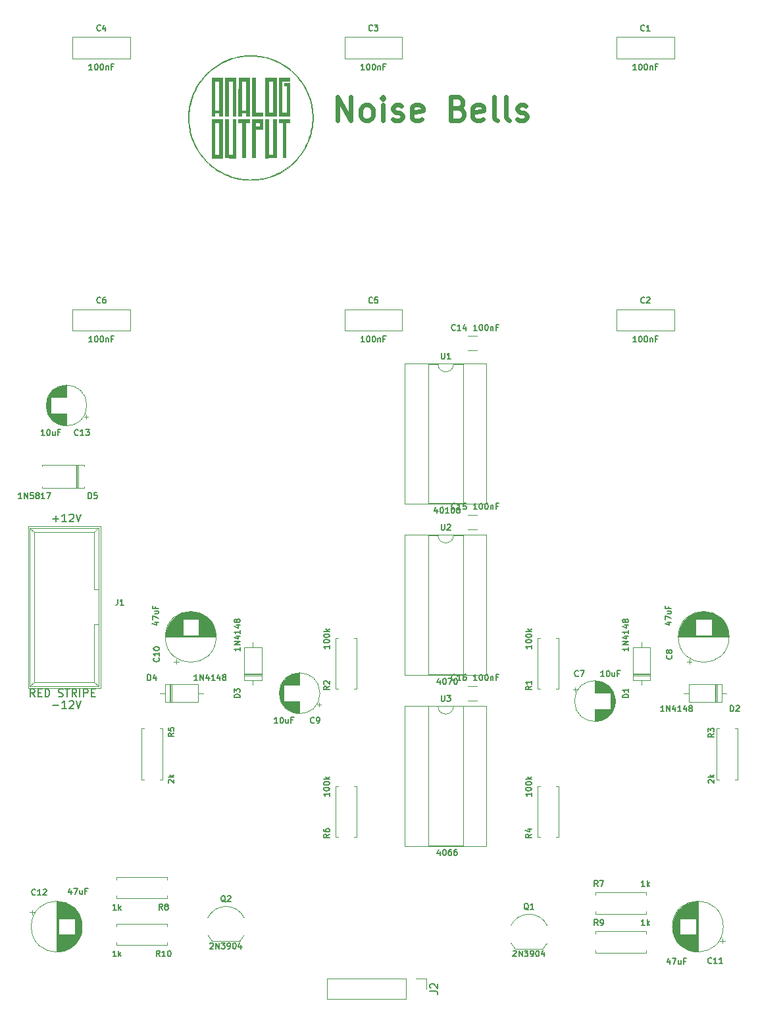
<source format=gbr>
G04 #@! TF.GenerationSoftware,KiCad,Pcbnew,5.1.6-c6e7f7d~87~ubuntu20.04.1*
G04 #@! TF.CreationDate,2020-11-04T13:05:29-05:00*
G04 #@! TF.ProjectId,noisebells,6e6f6973-6562-4656-9c6c-732e6b696361,rev?*
G04 #@! TF.SameCoordinates,Original*
G04 #@! TF.FileFunction,Legend,Top*
G04 #@! TF.FilePolarity,Positive*
%FSLAX46Y46*%
G04 Gerber Fmt 4.6, Leading zero omitted, Abs format (unit mm)*
G04 Created by KiCad (PCBNEW 5.1.6-c6e7f7d~87~ubuntu20.04.1) date 2020-11-04 13:05:29*
%MOMM*%
%LPD*%
G01*
G04 APERTURE LIST*
%ADD10C,0.600000*%
%ADD11C,0.120000*%
%ADD12C,0.010000*%
%ADD13C,0.150000*%
G04 APERTURE END LIST*
D10*
X201857142Y-94757142D02*
X201857142Y-91757142D01*
X203571428Y-94757142D01*
X203571428Y-91757142D01*
X205428571Y-94757142D02*
X205142857Y-94614285D01*
X205000000Y-94471428D01*
X204857142Y-94185714D01*
X204857142Y-93328571D01*
X205000000Y-93042857D01*
X205142857Y-92900000D01*
X205428571Y-92757142D01*
X205857142Y-92757142D01*
X206142857Y-92900000D01*
X206285714Y-93042857D01*
X206428571Y-93328571D01*
X206428571Y-94185714D01*
X206285714Y-94471428D01*
X206142857Y-94614285D01*
X205857142Y-94757142D01*
X205428571Y-94757142D01*
X207714285Y-94757142D02*
X207714285Y-92757142D01*
X207714285Y-91757142D02*
X207571428Y-91900000D01*
X207714285Y-92042857D01*
X207857142Y-91900000D01*
X207714285Y-91757142D01*
X207714285Y-92042857D01*
X209000000Y-94614285D02*
X209285714Y-94757142D01*
X209857142Y-94757142D01*
X210142857Y-94614285D01*
X210285714Y-94328571D01*
X210285714Y-94185714D01*
X210142857Y-93900000D01*
X209857142Y-93757142D01*
X209428571Y-93757142D01*
X209142857Y-93614285D01*
X209000000Y-93328571D01*
X209000000Y-93185714D01*
X209142857Y-92900000D01*
X209428571Y-92757142D01*
X209857142Y-92757142D01*
X210142857Y-92900000D01*
X212714285Y-94614285D02*
X212428571Y-94757142D01*
X211857142Y-94757142D01*
X211571428Y-94614285D01*
X211428571Y-94328571D01*
X211428571Y-93185714D01*
X211571428Y-92900000D01*
X211857142Y-92757142D01*
X212428571Y-92757142D01*
X212714285Y-92900000D01*
X212857142Y-93185714D01*
X212857142Y-93471428D01*
X211428571Y-93757142D01*
X217428571Y-93185714D02*
X217857142Y-93328571D01*
X218000000Y-93471428D01*
X218142857Y-93757142D01*
X218142857Y-94185714D01*
X218000000Y-94471428D01*
X217857142Y-94614285D01*
X217571428Y-94757142D01*
X216428571Y-94757142D01*
X216428571Y-91757142D01*
X217428571Y-91757142D01*
X217714285Y-91900000D01*
X217857142Y-92042857D01*
X218000000Y-92328571D01*
X218000000Y-92614285D01*
X217857142Y-92900000D01*
X217714285Y-93042857D01*
X217428571Y-93185714D01*
X216428571Y-93185714D01*
X220571428Y-94614285D02*
X220285714Y-94757142D01*
X219714285Y-94757142D01*
X219428571Y-94614285D01*
X219285714Y-94328571D01*
X219285714Y-93185714D01*
X219428571Y-92900000D01*
X219714285Y-92757142D01*
X220285714Y-92757142D01*
X220571428Y-92900000D01*
X220714285Y-93185714D01*
X220714285Y-93471428D01*
X219285714Y-93757142D01*
X222428571Y-94757142D02*
X222142857Y-94614285D01*
X222000000Y-94328571D01*
X222000000Y-91757142D01*
X224000000Y-94757142D02*
X223714285Y-94614285D01*
X223571428Y-94328571D01*
X223571428Y-91757142D01*
X225000000Y-94614285D02*
X225285714Y-94757142D01*
X225857142Y-94757142D01*
X226142857Y-94614285D01*
X226285714Y-94328571D01*
X226285714Y-94185714D01*
X226142857Y-93900000D01*
X225857142Y-93757142D01*
X225428571Y-93757142D01*
X225142857Y-93614285D01*
X225000000Y-93328571D01*
X225000000Y-93185714D01*
X225142857Y-92900000D01*
X225428571Y-92757142D01*
X225857142Y-92757142D01*
X226142857Y-92900000D01*
D11*
X221060000Y-170010000D02*
X210560000Y-170010000D01*
X221060000Y-188030000D02*
X221060000Y-170010000D01*
X210560000Y-188030000D02*
X221060000Y-188030000D01*
X210560000Y-170010000D02*
X210560000Y-188030000D01*
X218060000Y-170070000D02*
X216810000Y-170070000D01*
X218060000Y-187970000D02*
X218060000Y-170070000D01*
X213560000Y-187970000D02*
X218060000Y-187970000D01*
X213560000Y-170070000D02*
X213560000Y-187970000D01*
X214810000Y-170070000D02*
X213560000Y-170070000D01*
X216810000Y-170070000D02*
G75*
G02*
X214810000Y-170070000I-1000000J0D01*
G01*
X241580000Y-201770000D02*
X241580000Y-201440000D01*
X235040000Y-201770000D02*
X241580000Y-201770000D01*
X235040000Y-201440000D02*
X235040000Y-201770000D01*
X241580000Y-199030000D02*
X241580000Y-199360000D01*
X235040000Y-199030000D02*
X241580000Y-199030000D01*
X235040000Y-199360000D02*
X235040000Y-199030000D01*
X246846000Y-164335241D02*
X247476000Y-164335241D01*
X247161000Y-164650241D02*
X247161000Y-164020241D01*
X248598000Y-157909000D02*
X249402000Y-157909000D01*
X248367000Y-157949000D02*
X249633000Y-157949000D01*
X248198000Y-157989000D02*
X249802000Y-157989000D01*
X248060000Y-158029000D02*
X249940000Y-158029000D01*
X247941000Y-158069000D02*
X250059000Y-158069000D01*
X247835000Y-158109000D02*
X250165000Y-158109000D01*
X247738000Y-158149000D02*
X250262000Y-158149000D01*
X247650000Y-158189000D02*
X250350000Y-158189000D01*
X247568000Y-158229000D02*
X250432000Y-158229000D01*
X247491000Y-158269000D02*
X250509000Y-158269000D01*
X247419000Y-158309000D02*
X250581000Y-158309000D01*
X247350000Y-158349000D02*
X250650000Y-158349000D01*
X247286000Y-158389000D02*
X250714000Y-158389000D01*
X247224000Y-158429000D02*
X250776000Y-158429000D01*
X247166000Y-158469000D02*
X250834000Y-158469000D01*
X247110000Y-158509000D02*
X250890000Y-158509000D01*
X247056000Y-158549000D02*
X250944000Y-158549000D01*
X247005000Y-158589000D02*
X250995000Y-158589000D01*
X246956000Y-158629000D02*
X251044000Y-158629000D01*
X246908000Y-158669000D02*
X251092000Y-158669000D01*
X246863000Y-158709000D02*
X251137000Y-158709000D01*
X246818000Y-158749000D02*
X251182000Y-158749000D01*
X246776000Y-158789000D02*
X251224000Y-158789000D01*
X246735000Y-158829000D02*
X251265000Y-158829000D01*
X250040000Y-158869000D02*
X251305000Y-158869000D01*
X246695000Y-158869000D02*
X247960000Y-158869000D01*
X250040000Y-158909000D02*
X251343000Y-158909000D01*
X246657000Y-158909000D02*
X247960000Y-158909000D01*
X250040000Y-158949000D02*
X251380000Y-158949000D01*
X246620000Y-158949000D02*
X247960000Y-158949000D01*
X250040000Y-158989000D02*
X251416000Y-158989000D01*
X246584000Y-158989000D02*
X247960000Y-158989000D01*
X250040000Y-159029000D02*
X251450000Y-159029000D01*
X246550000Y-159029000D02*
X247960000Y-159029000D01*
X250040000Y-159069000D02*
X251484000Y-159069000D01*
X246516000Y-159069000D02*
X247960000Y-159069000D01*
X250040000Y-159109000D02*
X251516000Y-159109000D01*
X246484000Y-159109000D02*
X247960000Y-159109000D01*
X250040000Y-159149000D02*
X251548000Y-159149000D01*
X246452000Y-159149000D02*
X247960000Y-159149000D01*
X250040000Y-159189000D02*
X251578000Y-159189000D01*
X246422000Y-159189000D02*
X247960000Y-159189000D01*
X250040000Y-159229000D02*
X251607000Y-159229000D01*
X246393000Y-159229000D02*
X247960000Y-159229000D01*
X250040000Y-159269000D02*
X251636000Y-159269000D01*
X246364000Y-159269000D02*
X247960000Y-159269000D01*
X250040000Y-159309000D02*
X251664000Y-159309000D01*
X246336000Y-159309000D02*
X247960000Y-159309000D01*
X250040000Y-159349000D02*
X251690000Y-159349000D01*
X246310000Y-159349000D02*
X247960000Y-159349000D01*
X250040000Y-159389000D02*
X251716000Y-159389000D01*
X246284000Y-159389000D02*
X247960000Y-159389000D01*
X250040000Y-159429000D02*
X251742000Y-159429000D01*
X246258000Y-159429000D02*
X247960000Y-159429000D01*
X250040000Y-159469000D02*
X251766000Y-159469000D01*
X246234000Y-159469000D02*
X247960000Y-159469000D01*
X250040000Y-159509000D02*
X251790000Y-159509000D01*
X246210000Y-159509000D02*
X247960000Y-159509000D01*
X250040000Y-159549000D02*
X251812000Y-159549000D01*
X246188000Y-159549000D02*
X247960000Y-159549000D01*
X250040000Y-159589000D02*
X251834000Y-159589000D01*
X246166000Y-159589000D02*
X247960000Y-159589000D01*
X250040000Y-159629000D02*
X251856000Y-159629000D01*
X246144000Y-159629000D02*
X247960000Y-159629000D01*
X250040000Y-159669000D02*
X251876000Y-159669000D01*
X246124000Y-159669000D02*
X247960000Y-159669000D01*
X250040000Y-159709000D02*
X251896000Y-159709000D01*
X246104000Y-159709000D02*
X247960000Y-159709000D01*
X250040000Y-159749000D02*
X251916000Y-159749000D01*
X246084000Y-159749000D02*
X247960000Y-159749000D01*
X250040000Y-159789000D02*
X251934000Y-159789000D01*
X246066000Y-159789000D02*
X247960000Y-159789000D01*
X250040000Y-159829000D02*
X251952000Y-159829000D01*
X246048000Y-159829000D02*
X247960000Y-159829000D01*
X250040000Y-159869000D02*
X251970000Y-159869000D01*
X246030000Y-159869000D02*
X247960000Y-159869000D01*
X250040000Y-159909000D02*
X251986000Y-159909000D01*
X246014000Y-159909000D02*
X247960000Y-159909000D01*
X250040000Y-159949000D02*
X252002000Y-159949000D01*
X245998000Y-159949000D02*
X247960000Y-159949000D01*
X250040000Y-159989000D02*
X252018000Y-159989000D01*
X245982000Y-159989000D02*
X247960000Y-159989000D01*
X250040000Y-160029000D02*
X252033000Y-160029000D01*
X245967000Y-160029000D02*
X247960000Y-160029000D01*
X250040000Y-160069000D02*
X252047000Y-160069000D01*
X245953000Y-160069000D02*
X247960000Y-160069000D01*
X250040000Y-160109000D02*
X252061000Y-160109000D01*
X245939000Y-160109000D02*
X247960000Y-160109000D01*
X250040000Y-160149000D02*
X252074000Y-160149000D01*
X245926000Y-160149000D02*
X247960000Y-160149000D01*
X250040000Y-160189000D02*
X252086000Y-160189000D01*
X245914000Y-160189000D02*
X247960000Y-160189000D01*
X250040000Y-160229000D02*
X252098000Y-160229000D01*
X245902000Y-160229000D02*
X247960000Y-160229000D01*
X250040000Y-160269000D02*
X252110000Y-160269000D01*
X245890000Y-160269000D02*
X247960000Y-160269000D01*
X250040000Y-160309000D02*
X252121000Y-160309000D01*
X245879000Y-160309000D02*
X247960000Y-160309000D01*
X250040000Y-160349000D02*
X252131000Y-160349000D01*
X245869000Y-160349000D02*
X247960000Y-160349000D01*
X250040000Y-160389000D02*
X252141000Y-160389000D01*
X245859000Y-160389000D02*
X247960000Y-160389000D01*
X250040000Y-160429000D02*
X252150000Y-160429000D01*
X245850000Y-160429000D02*
X247960000Y-160429000D01*
X250040000Y-160470000D02*
X252159000Y-160470000D01*
X245841000Y-160470000D02*
X247960000Y-160470000D01*
X250040000Y-160510000D02*
X252167000Y-160510000D01*
X245833000Y-160510000D02*
X247960000Y-160510000D01*
X250040000Y-160550000D02*
X252175000Y-160550000D01*
X245825000Y-160550000D02*
X247960000Y-160550000D01*
X250040000Y-160590000D02*
X252182000Y-160590000D01*
X245818000Y-160590000D02*
X247960000Y-160590000D01*
X250040000Y-160630000D02*
X252189000Y-160630000D01*
X245811000Y-160630000D02*
X247960000Y-160630000D01*
X250040000Y-160670000D02*
X252195000Y-160670000D01*
X245805000Y-160670000D02*
X247960000Y-160670000D01*
X250040000Y-160710000D02*
X252201000Y-160710000D01*
X245799000Y-160710000D02*
X247960000Y-160710000D01*
X250040000Y-160750000D02*
X252206000Y-160750000D01*
X245794000Y-160750000D02*
X247960000Y-160750000D01*
X250040000Y-160790000D02*
X252211000Y-160790000D01*
X245789000Y-160790000D02*
X247960000Y-160790000D01*
X250040000Y-160830000D02*
X252215000Y-160830000D01*
X245785000Y-160830000D02*
X247960000Y-160830000D01*
X250040000Y-160870000D02*
X252218000Y-160870000D01*
X245782000Y-160870000D02*
X247960000Y-160870000D01*
X250040000Y-160910000D02*
X252222000Y-160910000D01*
X245778000Y-160910000D02*
X247960000Y-160910000D01*
X245776000Y-160950000D02*
X252224000Y-160950000D01*
X245773000Y-160990000D02*
X252227000Y-160990000D01*
X245772000Y-161030000D02*
X252228000Y-161030000D01*
X245770000Y-161070000D02*
X252230000Y-161070000D01*
X245770000Y-161110000D02*
X252230000Y-161110000D01*
X245770000Y-161150000D02*
X252230000Y-161150000D01*
X252270000Y-161150000D02*
G75*
G03*
X252270000Y-161150000I-3270000J0D01*
G01*
X180846000Y-164335241D02*
X181476000Y-164335241D01*
X181161000Y-164650241D02*
X181161000Y-164020241D01*
X182598000Y-157909000D02*
X183402000Y-157909000D01*
X182367000Y-157949000D02*
X183633000Y-157949000D01*
X182198000Y-157989000D02*
X183802000Y-157989000D01*
X182060000Y-158029000D02*
X183940000Y-158029000D01*
X181941000Y-158069000D02*
X184059000Y-158069000D01*
X181835000Y-158109000D02*
X184165000Y-158109000D01*
X181738000Y-158149000D02*
X184262000Y-158149000D01*
X181650000Y-158189000D02*
X184350000Y-158189000D01*
X181568000Y-158229000D02*
X184432000Y-158229000D01*
X181491000Y-158269000D02*
X184509000Y-158269000D01*
X181419000Y-158309000D02*
X184581000Y-158309000D01*
X181350000Y-158349000D02*
X184650000Y-158349000D01*
X181286000Y-158389000D02*
X184714000Y-158389000D01*
X181224000Y-158429000D02*
X184776000Y-158429000D01*
X181166000Y-158469000D02*
X184834000Y-158469000D01*
X181110000Y-158509000D02*
X184890000Y-158509000D01*
X181056000Y-158549000D02*
X184944000Y-158549000D01*
X181005000Y-158589000D02*
X184995000Y-158589000D01*
X180956000Y-158629000D02*
X185044000Y-158629000D01*
X180908000Y-158669000D02*
X185092000Y-158669000D01*
X180863000Y-158709000D02*
X185137000Y-158709000D01*
X180818000Y-158749000D02*
X185182000Y-158749000D01*
X180776000Y-158789000D02*
X185224000Y-158789000D01*
X180735000Y-158829000D02*
X185265000Y-158829000D01*
X184040000Y-158869000D02*
X185305000Y-158869000D01*
X180695000Y-158869000D02*
X181960000Y-158869000D01*
X184040000Y-158909000D02*
X185343000Y-158909000D01*
X180657000Y-158909000D02*
X181960000Y-158909000D01*
X184040000Y-158949000D02*
X185380000Y-158949000D01*
X180620000Y-158949000D02*
X181960000Y-158949000D01*
X184040000Y-158989000D02*
X185416000Y-158989000D01*
X180584000Y-158989000D02*
X181960000Y-158989000D01*
X184040000Y-159029000D02*
X185450000Y-159029000D01*
X180550000Y-159029000D02*
X181960000Y-159029000D01*
X184040000Y-159069000D02*
X185484000Y-159069000D01*
X180516000Y-159069000D02*
X181960000Y-159069000D01*
X184040000Y-159109000D02*
X185516000Y-159109000D01*
X180484000Y-159109000D02*
X181960000Y-159109000D01*
X184040000Y-159149000D02*
X185548000Y-159149000D01*
X180452000Y-159149000D02*
X181960000Y-159149000D01*
X184040000Y-159189000D02*
X185578000Y-159189000D01*
X180422000Y-159189000D02*
X181960000Y-159189000D01*
X184040000Y-159229000D02*
X185607000Y-159229000D01*
X180393000Y-159229000D02*
X181960000Y-159229000D01*
X184040000Y-159269000D02*
X185636000Y-159269000D01*
X180364000Y-159269000D02*
X181960000Y-159269000D01*
X184040000Y-159309000D02*
X185664000Y-159309000D01*
X180336000Y-159309000D02*
X181960000Y-159309000D01*
X184040000Y-159349000D02*
X185690000Y-159349000D01*
X180310000Y-159349000D02*
X181960000Y-159349000D01*
X184040000Y-159389000D02*
X185716000Y-159389000D01*
X180284000Y-159389000D02*
X181960000Y-159389000D01*
X184040000Y-159429000D02*
X185742000Y-159429000D01*
X180258000Y-159429000D02*
X181960000Y-159429000D01*
X184040000Y-159469000D02*
X185766000Y-159469000D01*
X180234000Y-159469000D02*
X181960000Y-159469000D01*
X184040000Y-159509000D02*
X185790000Y-159509000D01*
X180210000Y-159509000D02*
X181960000Y-159509000D01*
X184040000Y-159549000D02*
X185812000Y-159549000D01*
X180188000Y-159549000D02*
X181960000Y-159549000D01*
X184040000Y-159589000D02*
X185834000Y-159589000D01*
X180166000Y-159589000D02*
X181960000Y-159589000D01*
X184040000Y-159629000D02*
X185856000Y-159629000D01*
X180144000Y-159629000D02*
X181960000Y-159629000D01*
X184040000Y-159669000D02*
X185876000Y-159669000D01*
X180124000Y-159669000D02*
X181960000Y-159669000D01*
X184040000Y-159709000D02*
X185896000Y-159709000D01*
X180104000Y-159709000D02*
X181960000Y-159709000D01*
X184040000Y-159749000D02*
X185916000Y-159749000D01*
X180084000Y-159749000D02*
X181960000Y-159749000D01*
X184040000Y-159789000D02*
X185934000Y-159789000D01*
X180066000Y-159789000D02*
X181960000Y-159789000D01*
X184040000Y-159829000D02*
X185952000Y-159829000D01*
X180048000Y-159829000D02*
X181960000Y-159829000D01*
X184040000Y-159869000D02*
X185970000Y-159869000D01*
X180030000Y-159869000D02*
X181960000Y-159869000D01*
X184040000Y-159909000D02*
X185986000Y-159909000D01*
X180014000Y-159909000D02*
X181960000Y-159909000D01*
X184040000Y-159949000D02*
X186002000Y-159949000D01*
X179998000Y-159949000D02*
X181960000Y-159949000D01*
X184040000Y-159989000D02*
X186018000Y-159989000D01*
X179982000Y-159989000D02*
X181960000Y-159989000D01*
X184040000Y-160029000D02*
X186033000Y-160029000D01*
X179967000Y-160029000D02*
X181960000Y-160029000D01*
X184040000Y-160069000D02*
X186047000Y-160069000D01*
X179953000Y-160069000D02*
X181960000Y-160069000D01*
X184040000Y-160109000D02*
X186061000Y-160109000D01*
X179939000Y-160109000D02*
X181960000Y-160109000D01*
X184040000Y-160149000D02*
X186074000Y-160149000D01*
X179926000Y-160149000D02*
X181960000Y-160149000D01*
X184040000Y-160189000D02*
X186086000Y-160189000D01*
X179914000Y-160189000D02*
X181960000Y-160189000D01*
X184040000Y-160229000D02*
X186098000Y-160229000D01*
X179902000Y-160229000D02*
X181960000Y-160229000D01*
X184040000Y-160269000D02*
X186110000Y-160269000D01*
X179890000Y-160269000D02*
X181960000Y-160269000D01*
X184040000Y-160309000D02*
X186121000Y-160309000D01*
X179879000Y-160309000D02*
X181960000Y-160309000D01*
X184040000Y-160349000D02*
X186131000Y-160349000D01*
X179869000Y-160349000D02*
X181960000Y-160349000D01*
X184040000Y-160389000D02*
X186141000Y-160389000D01*
X179859000Y-160389000D02*
X181960000Y-160389000D01*
X184040000Y-160429000D02*
X186150000Y-160429000D01*
X179850000Y-160429000D02*
X181960000Y-160429000D01*
X184040000Y-160470000D02*
X186159000Y-160470000D01*
X179841000Y-160470000D02*
X181960000Y-160470000D01*
X184040000Y-160510000D02*
X186167000Y-160510000D01*
X179833000Y-160510000D02*
X181960000Y-160510000D01*
X184040000Y-160550000D02*
X186175000Y-160550000D01*
X179825000Y-160550000D02*
X181960000Y-160550000D01*
X184040000Y-160590000D02*
X186182000Y-160590000D01*
X179818000Y-160590000D02*
X181960000Y-160590000D01*
X184040000Y-160630000D02*
X186189000Y-160630000D01*
X179811000Y-160630000D02*
X181960000Y-160630000D01*
X184040000Y-160670000D02*
X186195000Y-160670000D01*
X179805000Y-160670000D02*
X181960000Y-160670000D01*
X184040000Y-160710000D02*
X186201000Y-160710000D01*
X179799000Y-160710000D02*
X181960000Y-160710000D01*
X184040000Y-160750000D02*
X186206000Y-160750000D01*
X179794000Y-160750000D02*
X181960000Y-160750000D01*
X184040000Y-160790000D02*
X186211000Y-160790000D01*
X179789000Y-160790000D02*
X181960000Y-160790000D01*
X184040000Y-160830000D02*
X186215000Y-160830000D01*
X179785000Y-160830000D02*
X181960000Y-160830000D01*
X184040000Y-160870000D02*
X186218000Y-160870000D01*
X179782000Y-160870000D02*
X181960000Y-160870000D01*
X184040000Y-160910000D02*
X186222000Y-160910000D01*
X179778000Y-160910000D02*
X181960000Y-160910000D01*
X179776000Y-160950000D02*
X186224000Y-160950000D01*
X179773000Y-160990000D02*
X186227000Y-160990000D01*
X179772000Y-161030000D02*
X186228000Y-161030000D01*
X179770000Y-161070000D02*
X186230000Y-161070000D01*
X179770000Y-161110000D02*
X186230000Y-161110000D01*
X179770000Y-161150000D02*
X186230000Y-161150000D01*
X186270000Y-161150000D02*
G75*
G03*
X186270000Y-161150000I-3270000J0D01*
G01*
X168518000Y-141994000D02*
X168518000Y-139054000D01*
X168278000Y-141994000D02*
X168278000Y-139054000D01*
X168398000Y-141994000D02*
X168398000Y-139054000D01*
X163858000Y-139054000D02*
X163858000Y-139184000D01*
X169298000Y-139054000D02*
X163858000Y-139054000D01*
X169298000Y-139184000D02*
X169298000Y-139054000D01*
X163858000Y-141994000D02*
X163858000Y-141864000D01*
X169298000Y-141994000D02*
X163858000Y-141994000D01*
X169298000Y-141864000D02*
X169298000Y-141994000D01*
X213330000Y-205070000D02*
X213330000Y-206400000D01*
X212000000Y-205070000D02*
X213330000Y-205070000D01*
X210730000Y-205070000D02*
X210730000Y-207730000D01*
X210730000Y-207730000D02*
X200510000Y-207730000D01*
X210730000Y-205070000D02*
X200510000Y-205070000D01*
X200510000Y-205070000D02*
X200510000Y-207730000D01*
X218621000Y-169320000D02*
X219879000Y-169320000D01*
X218621000Y-167480000D02*
X219879000Y-167480000D01*
X218621000Y-147320000D02*
X219879000Y-147320000D01*
X218621000Y-145480000D02*
X219879000Y-145480000D01*
X173420000Y-198030000D02*
X173420000Y-198360000D01*
X179960000Y-198030000D02*
X173420000Y-198030000D01*
X179960000Y-198360000D02*
X179960000Y-198030000D01*
X173420000Y-200770000D02*
X173420000Y-200440000D01*
X179960000Y-200770000D02*
X173420000Y-200770000D01*
X179960000Y-200440000D02*
X179960000Y-200770000D01*
X175220000Y-119030000D02*
X175220000Y-121770000D01*
X167780000Y-119030000D02*
X167780000Y-121770000D01*
X167780000Y-121770000D02*
X175220000Y-121770000D01*
X167780000Y-119030000D02*
X175220000Y-119030000D01*
X224740000Y-201250000D02*
X228340000Y-201250000D01*
X228864184Y-200522795D02*
G75*
G02*
X228340000Y-201250000I-2324184J1122795D01*
G01*
X228896400Y-198301193D02*
G75*
G03*
X226540000Y-196800000I-2356400J-1098807D01*
G01*
X224183600Y-198301193D02*
G75*
G02*
X226540000Y-196800000I2356400J-1098807D01*
G01*
X224215816Y-200522795D02*
G75*
G03*
X224740000Y-201250000I2324184J1122795D01*
G01*
X199554775Y-170125000D02*
X199554775Y-169625000D01*
X199804775Y-169875000D02*
X199304775Y-169875000D01*
X194399000Y-168684000D02*
X194399000Y-168116000D01*
X194439000Y-168918000D02*
X194439000Y-167882000D01*
X194479000Y-169077000D02*
X194479000Y-167723000D01*
X194519000Y-169205000D02*
X194519000Y-167595000D01*
X194559000Y-169315000D02*
X194559000Y-167485000D01*
X194599000Y-169411000D02*
X194599000Y-167389000D01*
X194639000Y-169498000D02*
X194639000Y-167302000D01*
X194679000Y-169578000D02*
X194679000Y-167222000D01*
X194719000Y-169651000D02*
X194719000Y-167149000D01*
X194759000Y-169719000D02*
X194759000Y-167081000D01*
X194799000Y-169783000D02*
X194799000Y-167017000D01*
X194839000Y-169843000D02*
X194839000Y-166957000D01*
X194879000Y-169900000D02*
X194879000Y-166900000D01*
X194919000Y-169954000D02*
X194919000Y-166846000D01*
X194959000Y-170005000D02*
X194959000Y-166795000D01*
X194999000Y-167360000D02*
X194999000Y-166747000D01*
X194999000Y-170053000D02*
X194999000Y-169440000D01*
X195039000Y-167360000D02*
X195039000Y-166701000D01*
X195039000Y-170099000D02*
X195039000Y-169440000D01*
X195079000Y-167360000D02*
X195079000Y-166657000D01*
X195079000Y-170143000D02*
X195079000Y-169440000D01*
X195119000Y-167360000D02*
X195119000Y-166615000D01*
X195119000Y-170185000D02*
X195119000Y-169440000D01*
X195159000Y-167360000D02*
X195159000Y-166574000D01*
X195159000Y-170226000D02*
X195159000Y-169440000D01*
X195199000Y-167360000D02*
X195199000Y-166536000D01*
X195199000Y-170264000D02*
X195199000Y-169440000D01*
X195239000Y-167360000D02*
X195239000Y-166499000D01*
X195239000Y-170301000D02*
X195239000Y-169440000D01*
X195279000Y-167360000D02*
X195279000Y-166463000D01*
X195279000Y-170337000D02*
X195279000Y-169440000D01*
X195319000Y-167360000D02*
X195319000Y-166429000D01*
X195319000Y-170371000D02*
X195319000Y-169440000D01*
X195359000Y-167360000D02*
X195359000Y-166396000D01*
X195359000Y-170404000D02*
X195359000Y-169440000D01*
X195399000Y-167360000D02*
X195399000Y-166365000D01*
X195399000Y-170435000D02*
X195399000Y-169440000D01*
X195439000Y-167360000D02*
X195439000Y-166335000D01*
X195439000Y-170465000D02*
X195439000Y-169440000D01*
X195479000Y-167360000D02*
X195479000Y-166305000D01*
X195479000Y-170495000D02*
X195479000Y-169440000D01*
X195519000Y-167360000D02*
X195519000Y-166278000D01*
X195519000Y-170522000D02*
X195519000Y-169440000D01*
X195559000Y-167360000D02*
X195559000Y-166251000D01*
X195559000Y-170549000D02*
X195559000Y-169440000D01*
X195599000Y-167360000D02*
X195599000Y-166225000D01*
X195599000Y-170575000D02*
X195599000Y-169440000D01*
X195639000Y-167360000D02*
X195639000Y-166200000D01*
X195639000Y-170600000D02*
X195639000Y-169440000D01*
X195679000Y-167360000D02*
X195679000Y-166176000D01*
X195679000Y-170624000D02*
X195679000Y-169440000D01*
X195719000Y-167360000D02*
X195719000Y-166153000D01*
X195719000Y-170647000D02*
X195719000Y-169440000D01*
X195759000Y-167360000D02*
X195759000Y-166132000D01*
X195759000Y-170668000D02*
X195759000Y-169440000D01*
X195799000Y-167360000D02*
X195799000Y-166110000D01*
X195799000Y-170690000D02*
X195799000Y-169440000D01*
X195839000Y-167360000D02*
X195839000Y-166090000D01*
X195839000Y-170710000D02*
X195839000Y-169440000D01*
X195879000Y-167360000D02*
X195879000Y-166071000D01*
X195879000Y-170729000D02*
X195879000Y-169440000D01*
X195919000Y-167360000D02*
X195919000Y-166052000D01*
X195919000Y-170748000D02*
X195919000Y-169440000D01*
X195959000Y-167360000D02*
X195959000Y-166035000D01*
X195959000Y-170765000D02*
X195959000Y-169440000D01*
X195999000Y-167360000D02*
X195999000Y-166018000D01*
X195999000Y-170782000D02*
X195999000Y-169440000D01*
X196039000Y-167360000D02*
X196039000Y-166002000D01*
X196039000Y-170798000D02*
X196039000Y-169440000D01*
X196079000Y-167360000D02*
X196079000Y-165986000D01*
X196079000Y-170814000D02*
X196079000Y-169440000D01*
X196119000Y-167360000D02*
X196119000Y-165972000D01*
X196119000Y-170828000D02*
X196119000Y-169440000D01*
X196159000Y-167360000D02*
X196159000Y-165958000D01*
X196159000Y-170842000D02*
X196159000Y-169440000D01*
X196199000Y-167360000D02*
X196199000Y-165945000D01*
X196199000Y-170855000D02*
X196199000Y-169440000D01*
X196239000Y-167360000D02*
X196239000Y-165932000D01*
X196239000Y-170868000D02*
X196239000Y-169440000D01*
X196279000Y-167360000D02*
X196279000Y-165920000D01*
X196279000Y-170880000D02*
X196279000Y-169440000D01*
X196320000Y-167360000D02*
X196320000Y-165909000D01*
X196320000Y-170891000D02*
X196320000Y-169440000D01*
X196360000Y-167360000D02*
X196360000Y-165899000D01*
X196360000Y-170901000D02*
X196360000Y-169440000D01*
X196400000Y-167360000D02*
X196400000Y-165889000D01*
X196400000Y-170911000D02*
X196400000Y-169440000D01*
X196440000Y-167360000D02*
X196440000Y-165880000D01*
X196440000Y-170920000D02*
X196440000Y-169440000D01*
X196480000Y-167360000D02*
X196480000Y-165872000D01*
X196480000Y-170928000D02*
X196480000Y-169440000D01*
X196520000Y-167360000D02*
X196520000Y-165864000D01*
X196520000Y-170936000D02*
X196520000Y-169440000D01*
X196560000Y-167360000D02*
X196560000Y-165857000D01*
X196560000Y-170943000D02*
X196560000Y-169440000D01*
X196600000Y-167360000D02*
X196600000Y-165850000D01*
X196600000Y-170950000D02*
X196600000Y-169440000D01*
X196640000Y-167360000D02*
X196640000Y-165844000D01*
X196640000Y-170956000D02*
X196640000Y-169440000D01*
X196680000Y-167360000D02*
X196680000Y-165839000D01*
X196680000Y-170961000D02*
X196680000Y-169440000D01*
X196720000Y-167360000D02*
X196720000Y-165835000D01*
X196720000Y-170965000D02*
X196720000Y-169440000D01*
X196760000Y-167360000D02*
X196760000Y-165831000D01*
X196760000Y-170969000D02*
X196760000Y-169440000D01*
X196800000Y-167360000D02*
X196800000Y-165827000D01*
X196800000Y-170973000D02*
X196800000Y-169440000D01*
X196840000Y-167360000D02*
X196840000Y-165824000D01*
X196840000Y-170976000D02*
X196840000Y-169440000D01*
X196880000Y-167360000D02*
X196880000Y-165822000D01*
X196880000Y-170978000D02*
X196880000Y-169440000D01*
X196920000Y-167360000D02*
X196920000Y-165821000D01*
X196920000Y-170979000D02*
X196920000Y-169440000D01*
X196960000Y-170980000D02*
X196960000Y-169440000D01*
X196960000Y-167360000D02*
X196960000Y-165820000D01*
X197000000Y-170980000D02*
X197000000Y-169440000D01*
X197000000Y-167360000D02*
X197000000Y-165820000D01*
X199620000Y-168400000D02*
G75*
G03*
X199620000Y-168400000I-2620000J0D01*
G01*
X250710000Y-169520000D02*
X250710000Y-167280000D01*
X250470000Y-169520000D02*
X250470000Y-167280000D01*
X250590000Y-169520000D02*
X250590000Y-167280000D01*
X246420000Y-168400000D02*
X247070000Y-168400000D01*
X251960000Y-168400000D02*
X251310000Y-168400000D01*
X247070000Y-169520000D02*
X251310000Y-169520000D01*
X247070000Y-167280000D02*
X247070000Y-169520000D01*
X251310000Y-167280000D02*
X247070000Y-167280000D01*
X251310000Y-169520000D02*
X251310000Y-167280000D01*
X230370000Y-161320000D02*
X230040000Y-161320000D01*
X230370000Y-167860000D02*
X230370000Y-161320000D01*
X230040000Y-167860000D02*
X230370000Y-167860000D01*
X227630000Y-161320000D02*
X227960000Y-161320000D01*
X227630000Y-167860000D02*
X227630000Y-161320000D01*
X227960000Y-167860000D02*
X227630000Y-167860000D01*
X221060000Y-148010000D02*
X210560000Y-148010000D01*
X221060000Y-166030000D02*
X221060000Y-148010000D01*
X210560000Y-166030000D02*
X221060000Y-166030000D01*
X210560000Y-148010000D02*
X210560000Y-166030000D01*
X218060000Y-148070000D02*
X216810000Y-148070000D01*
X218060000Y-165970000D02*
X218060000Y-148070000D01*
X213560000Y-165970000D02*
X218060000Y-165970000D01*
X213560000Y-148070000D02*
X213560000Y-165970000D01*
X214810000Y-148070000D02*
X213560000Y-148070000D01*
X216810000Y-148070000D02*
G75*
G02*
X214810000Y-148070000I-1000000J0D01*
G01*
X210220000Y-84030000D02*
X210220000Y-86770000D01*
X202780000Y-84030000D02*
X202780000Y-86770000D01*
X202780000Y-86770000D02*
X210220000Y-86770000D01*
X202780000Y-84030000D02*
X210220000Y-84030000D01*
X245220000Y-119030000D02*
X245220000Y-121770000D01*
X237780000Y-119030000D02*
X237780000Y-121770000D01*
X237780000Y-121770000D02*
X245220000Y-121770000D01*
X237780000Y-119030000D02*
X245220000Y-119030000D01*
X175220000Y-84030000D02*
X175220000Y-86770000D01*
X167780000Y-84030000D02*
X167780000Y-86770000D01*
X167780000Y-86770000D02*
X175220000Y-86770000D01*
X167780000Y-84030000D02*
X175220000Y-84030000D01*
X210220000Y-119030000D02*
X210220000Y-121770000D01*
X202780000Y-119030000D02*
X202780000Y-121770000D01*
X202780000Y-121770000D02*
X210220000Y-121770000D01*
X202780000Y-119030000D02*
X210220000Y-119030000D01*
X169554775Y-133125000D02*
X169554775Y-132625000D01*
X169804775Y-132875000D02*
X169304775Y-132875000D01*
X164399000Y-131684000D02*
X164399000Y-131116000D01*
X164439000Y-131918000D02*
X164439000Y-130882000D01*
X164479000Y-132077000D02*
X164479000Y-130723000D01*
X164519000Y-132205000D02*
X164519000Y-130595000D01*
X164559000Y-132315000D02*
X164559000Y-130485000D01*
X164599000Y-132411000D02*
X164599000Y-130389000D01*
X164639000Y-132498000D02*
X164639000Y-130302000D01*
X164679000Y-132578000D02*
X164679000Y-130222000D01*
X164719000Y-132651000D02*
X164719000Y-130149000D01*
X164759000Y-132719000D02*
X164759000Y-130081000D01*
X164799000Y-132783000D02*
X164799000Y-130017000D01*
X164839000Y-132843000D02*
X164839000Y-129957000D01*
X164879000Y-132900000D02*
X164879000Y-129900000D01*
X164919000Y-132954000D02*
X164919000Y-129846000D01*
X164959000Y-133005000D02*
X164959000Y-129795000D01*
X164999000Y-130360000D02*
X164999000Y-129747000D01*
X164999000Y-133053000D02*
X164999000Y-132440000D01*
X165039000Y-130360000D02*
X165039000Y-129701000D01*
X165039000Y-133099000D02*
X165039000Y-132440000D01*
X165079000Y-130360000D02*
X165079000Y-129657000D01*
X165079000Y-133143000D02*
X165079000Y-132440000D01*
X165119000Y-130360000D02*
X165119000Y-129615000D01*
X165119000Y-133185000D02*
X165119000Y-132440000D01*
X165159000Y-130360000D02*
X165159000Y-129574000D01*
X165159000Y-133226000D02*
X165159000Y-132440000D01*
X165199000Y-130360000D02*
X165199000Y-129536000D01*
X165199000Y-133264000D02*
X165199000Y-132440000D01*
X165239000Y-130360000D02*
X165239000Y-129499000D01*
X165239000Y-133301000D02*
X165239000Y-132440000D01*
X165279000Y-130360000D02*
X165279000Y-129463000D01*
X165279000Y-133337000D02*
X165279000Y-132440000D01*
X165319000Y-130360000D02*
X165319000Y-129429000D01*
X165319000Y-133371000D02*
X165319000Y-132440000D01*
X165359000Y-130360000D02*
X165359000Y-129396000D01*
X165359000Y-133404000D02*
X165359000Y-132440000D01*
X165399000Y-130360000D02*
X165399000Y-129365000D01*
X165399000Y-133435000D02*
X165399000Y-132440000D01*
X165439000Y-130360000D02*
X165439000Y-129335000D01*
X165439000Y-133465000D02*
X165439000Y-132440000D01*
X165479000Y-130360000D02*
X165479000Y-129305000D01*
X165479000Y-133495000D02*
X165479000Y-132440000D01*
X165519000Y-130360000D02*
X165519000Y-129278000D01*
X165519000Y-133522000D02*
X165519000Y-132440000D01*
X165559000Y-130360000D02*
X165559000Y-129251000D01*
X165559000Y-133549000D02*
X165559000Y-132440000D01*
X165599000Y-130360000D02*
X165599000Y-129225000D01*
X165599000Y-133575000D02*
X165599000Y-132440000D01*
X165639000Y-130360000D02*
X165639000Y-129200000D01*
X165639000Y-133600000D02*
X165639000Y-132440000D01*
X165679000Y-130360000D02*
X165679000Y-129176000D01*
X165679000Y-133624000D02*
X165679000Y-132440000D01*
X165719000Y-130360000D02*
X165719000Y-129153000D01*
X165719000Y-133647000D02*
X165719000Y-132440000D01*
X165759000Y-130360000D02*
X165759000Y-129132000D01*
X165759000Y-133668000D02*
X165759000Y-132440000D01*
X165799000Y-130360000D02*
X165799000Y-129110000D01*
X165799000Y-133690000D02*
X165799000Y-132440000D01*
X165839000Y-130360000D02*
X165839000Y-129090000D01*
X165839000Y-133710000D02*
X165839000Y-132440000D01*
X165879000Y-130360000D02*
X165879000Y-129071000D01*
X165879000Y-133729000D02*
X165879000Y-132440000D01*
X165919000Y-130360000D02*
X165919000Y-129052000D01*
X165919000Y-133748000D02*
X165919000Y-132440000D01*
X165959000Y-130360000D02*
X165959000Y-129035000D01*
X165959000Y-133765000D02*
X165959000Y-132440000D01*
X165999000Y-130360000D02*
X165999000Y-129018000D01*
X165999000Y-133782000D02*
X165999000Y-132440000D01*
X166039000Y-130360000D02*
X166039000Y-129002000D01*
X166039000Y-133798000D02*
X166039000Y-132440000D01*
X166079000Y-130360000D02*
X166079000Y-128986000D01*
X166079000Y-133814000D02*
X166079000Y-132440000D01*
X166119000Y-130360000D02*
X166119000Y-128972000D01*
X166119000Y-133828000D02*
X166119000Y-132440000D01*
X166159000Y-130360000D02*
X166159000Y-128958000D01*
X166159000Y-133842000D02*
X166159000Y-132440000D01*
X166199000Y-130360000D02*
X166199000Y-128945000D01*
X166199000Y-133855000D02*
X166199000Y-132440000D01*
X166239000Y-130360000D02*
X166239000Y-128932000D01*
X166239000Y-133868000D02*
X166239000Y-132440000D01*
X166279000Y-130360000D02*
X166279000Y-128920000D01*
X166279000Y-133880000D02*
X166279000Y-132440000D01*
X166320000Y-130360000D02*
X166320000Y-128909000D01*
X166320000Y-133891000D02*
X166320000Y-132440000D01*
X166360000Y-130360000D02*
X166360000Y-128899000D01*
X166360000Y-133901000D02*
X166360000Y-132440000D01*
X166400000Y-130360000D02*
X166400000Y-128889000D01*
X166400000Y-133911000D02*
X166400000Y-132440000D01*
X166440000Y-130360000D02*
X166440000Y-128880000D01*
X166440000Y-133920000D02*
X166440000Y-132440000D01*
X166480000Y-130360000D02*
X166480000Y-128872000D01*
X166480000Y-133928000D02*
X166480000Y-132440000D01*
X166520000Y-130360000D02*
X166520000Y-128864000D01*
X166520000Y-133936000D02*
X166520000Y-132440000D01*
X166560000Y-130360000D02*
X166560000Y-128857000D01*
X166560000Y-133943000D02*
X166560000Y-132440000D01*
X166600000Y-130360000D02*
X166600000Y-128850000D01*
X166600000Y-133950000D02*
X166600000Y-132440000D01*
X166640000Y-130360000D02*
X166640000Y-128844000D01*
X166640000Y-133956000D02*
X166640000Y-132440000D01*
X166680000Y-130360000D02*
X166680000Y-128839000D01*
X166680000Y-133961000D02*
X166680000Y-132440000D01*
X166720000Y-130360000D02*
X166720000Y-128835000D01*
X166720000Y-133965000D02*
X166720000Y-132440000D01*
X166760000Y-130360000D02*
X166760000Y-128831000D01*
X166760000Y-133969000D02*
X166760000Y-132440000D01*
X166800000Y-130360000D02*
X166800000Y-128827000D01*
X166800000Y-133973000D02*
X166800000Y-132440000D01*
X166840000Y-130360000D02*
X166840000Y-128824000D01*
X166840000Y-133976000D02*
X166840000Y-132440000D01*
X166880000Y-130360000D02*
X166880000Y-128822000D01*
X166880000Y-133978000D02*
X166880000Y-132440000D01*
X166920000Y-130360000D02*
X166920000Y-128821000D01*
X166920000Y-133979000D02*
X166920000Y-132440000D01*
X166960000Y-133980000D02*
X166960000Y-132440000D01*
X166960000Y-130360000D02*
X166960000Y-128820000D01*
X167000000Y-133980000D02*
X167000000Y-132440000D01*
X167000000Y-130360000D02*
X167000000Y-128820000D01*
X169620000Y-131400000D02*
G75*
G03*
X169620000Y-131400000I-2620000J0D01*
G01*
X185740000Y-200250000D02*
X189340000Y-200250000D01*
X189864184Y-199522795D02*
G75*
G02*
X189340000Y-200250000I-2324184J1122795D01*
G01*
X189896400Y-197301193D02*
G75*
G03*
X187540000Y-195800000I-2356400J-1098807D01*
G01*
X185183600Y-197301193D02*
G75*
G02*
X187540000Y-195800000I2356400J-1098807D01*
G01*
X185215816Y-199522795D02*
G75*
G03*
X185740000Y-200250000I2324184J1122795D01*
G01*
X245220000Y-84030000D02*
X245220000Y-86770000D01*
X237780000Y-84030000D02*
X237780000Y-86770000D01*
X237780000Y-86770000D02*
X245220000Y-86770000D01*
X237780000Y-84030000D02*
X245220000Y-84030000D01*
X180290000Y-167280000D02*
X180290000Y-169520000D01*
X180530000Y-167280000D02*
X180530000Y-169520000D01*
X180410000Y-167280000D02*
X180410000Y-169520000D01*
X184580000Y-168400000D02*
X183930000Y-168400000D01*
X179040000Y-168400000D02*
X179690000Y-168400000D01*
X183930000Y-167280000D02*
X179690000Y-167280000D01*
X183930000Y-169520000D02*
X183930000Y-167280000D01*
X179690000Y-169520000D02*
X183930000Y-169520000D01*
X179690000Y-167280000D02*
X179690000Y-169520000D01*
X251435241Y-200554000D02*
X251435241Y-199924000D01*
X251750241Y-200239000D02*
X251120241Y-200239000D01*
X245009000Y-198802000D02*
X245009000Y-197998000D01*
X245049000Y-199033000D02*
X245049000Y-197767000D01*
X245089000Y-199202000D02*
X245089000Y-197598000D01*
X245129000Y-199340000D02*
X245129000Y-197460000D01*
X245169000Y-199459000D02*
X245169000Y-197341000D01*
X245209000Y-199565000D02*
X245209000Y-197235000D01*
X245249000Y-199662000D02*
X245249000Y-197138000D01*
X245289000Y-199750000D02*
X245289000Y-197050000D01*
X245329000Y-199832000D02*
X245329000Y-196968000D01*
X245369000Y-199909000D02*
X245369000Y-196891000D01*
X245409000Y-199981000D02*
X245409000Y-196819000D01*
X245449000Y-200050000D02*
X245449000Y-196750000D01*
X245489000Y-200114000D02*
X245489000Y-196686000D01*
X245529000Y-200176000D02*
X245529000Y-196624000D01*
X245569000Y-200234000D02*
X245569000Y-196566000D01*
X245609000Y-200290000D02*
X245609000Y-196510000D01*
X245649000Y-200344000D02*
X245649000Y-196456000D01*
X245689000Y-200395000D02*
X245689000Y-196405000D01*
X245729000Y-200444000D02*
X245729000Y-196356000D01*
X245769000Y-200492000D02*
X245769000Y-196308000D01*
X245809000Y-200537000D02*
X245809000Y-196263000D01*
X245849000Y-200582000D02*
X245849000Y-196218000D01*
X245889000Y-200624000D02*
X245889000Y-196176000D01*
X245929000Y-200665000D02*
X245929000Y-196135000D01*
X245969000Y-197360000D02*
X245969000Y-196095000D01*
X245969000Y-200705000D02*
X245969000Y-199440000D01*
X246009000Y-197360000D02*
X246009000Y-196057000D01*
X246009000Y-200743000D02*
X246009000Y-199440000D01*
X246049000Y-197360000D02*
X246049000Y-196020000D01*
X246049000Y-200780000D02*
X246049000Y-199440000D01*
X246089000Y-197360000D02*
X246089000Y-195984000D01*
X246089000Y-200816000D02*
X246089000Y-199440000D01*
X246129000Y-197360000D02*
X246129000Y-195950000D01*
X246129000Y-200850000D02*
X246129000Y-199440000D01*
X246169000Y-197360000D02*
X246169000Y-195916000D01*
X246169000Y-200884000D02*
X246169000Y-199440000D01*
X246209000Y-197360000D02*
X246209000Y-195884000D01*
X246209000Y-200916000D02*
X246209000Y-199440000D01*
X246249000Y-197360000D02*
X246249000Y-195852000D01*
X246249000Y-200948000D02*
X246249000Y-199440000D01*
X246289000Y-197360000D02*
X246289000Y-195822000D01*
X246289000Y-200978000D02*
X246289000Y-199440000D01*
X246329000Y-197360000D02*
X246329000Y-195793000D01*
X246329000Y-201007000D02*
X246329000Y-199440000D01*
X246369000Y-197360000D02*
X246369000Y-195764000D01*
X246369000Y-201036000D02*
X246369000Y-199440000D01*
X246409000Y-197360000D02*
X246409000Y-195736000D01*
X246409000Y-201064000D02*
X246409000Y-199440000D01*
X246449000Y-197360000D02*
X246449000Y-195710000D01*
X246449000Y-201090000D02*
X246449000Y-199440000D01*
X246489000Y-197360000D02*
X246489000Y-195684000D01*
X246489000Y-201116000D02*
X246489000Y-199440000D01*
X246529000Y-197360000D02*
X246529000Y-195658000D01*
X246529000Y-201142000D02*
X246529000Y-199440000D01*
X246569000Y-197360000D02*
X246569000Y-195634000D01*
X246569000Y-201166000D02*
X246569000Y-199440000D01*
X246609000Y-197360000D02*
X246609000Y-195610000D01*
X246609000Y-201190000D02*
X246609000Y-199440000D01*
X246649000Y-197360000D02*
X246649000Y-195588000D01*
X246649000Y-201212000D02*
X246649000Y-199440000D01*
X246689000Y-197360000D02*
X246689000Y-195566000D01*
X246689000Y-201234000D02*
X246689000Y-199440000D01*
X246729000Y-197360000D02*
X246729000Y-195544000D01*
X246729000Y-201256000D02*
X246729000Y-199440000D01*
X246769000Y-197360000D02*
X246769000Y-195524000D01*
X246769000Y-201276000D02*
X246769000Y-199440000D01*
X246809000Y-197360000D02*
X246809000Y-195504000D01*
X246809000Y-201296000D02*
X246809000Y-199440000D01*
X246849000Y-197360000D02*
X246849000Y-195484000D01*
X246849000Y-201316000D02*
X246849000Y-199440000D01*
X246889000Y-197360000D02*
X246889000Y-195466000D01*
X246889000Y-201334000D02*
X246889000Y-199440000D01*
X246929000Y-197360000D02*
X246929000Y-195448000D01*
X246929000Y-201352000D02*
X246929000Y-199440000D01*
X246969000Y-197360000D02*
X246969000Y-195430000D01*
X246969000Y-201370000D02*
X246969000Y-199440000D01*
X247009000Y-197360000D02*
X247009000Y-195414000D01*
X247009000Y-201386000D02*
X247009000Y-199440000D01*
X247049000Y-197360000D02*
X247049000Y-195398000D01*
X247049000Y-201402000D02*
X247049000Y-199440000D01*
X247089000Y-197360000D02*
X247089000Y-195382000D01*
X247089000Y-201418000D02*
X247089000Y-199440000D01*
X247129000Y-197360000D02*
X247129000Y-195367000D01*
X247129000Y-201433000D02*
X247129000Y-199440000D01*
X247169000Y-197360000D02*
X247169000Y-195353000D01*
X247169000Y-201447000D02*
X247169000Y-199440000D01*
X247209000Y-197360000D02*
X247209000Y-195339000D01*
X247209000Y-201461000D02*
X247209000Y-199440000D01*
X247249000Y-197360000D02*
X247249000Y-195326000D01*
X247249000Y-201474000D02*
X247249000Y-199440000D01*
X247289000Y-197360000D02*
X247289000Y-195314000D01*
X247289000Y-201486000D02*
X247289000Y-199440000D01*
X247329000Y-197360000D02*
X247329000Y-195302000D01*
X247329000Y-201498000D02*
X247329000Y-199440000D01*
X247369000Y-197360000D02*
X247369000Y-195290000D01*
X247369000Y-201510000D02*
X247369000Y-199440000D01*
X247409000Y-197360000D02*
X247409000Y-195279000D01*
X247409000Y-201521000D02*
X247409000Y-199440000D01*
X247449000Y-197360000D02*
X247449000Y-195269000D01*
X247449000Y-201531000D02*
X247449000Y-199440000D01*
X247489000Y-197360000D02*
X247489000Y-195259000D01*
X247489000Y-201541000D02*
X247489000Y-199440000D01*
X247529000Y-197360000D02*
X247529000Y-195250000D01*
X247529000Y-201550000D02*
X247529000Y-199440000D01*
X247570000Y-197360000D02*
X247570000Y-195241000D01*
X247570000Y-201559000D02*
X247570000Y-199440000D01*
X247610000Y-197360000D02*
X247610000Y-195233000D01*
X247610000Y-201567000D02*
X247610000Y-199440000D01*
X247650000Y-197360000D02*
X247650000Y-195225000D01*
X247650000Y-201575000D02*
X247650000Y-199440000D01*
X247690000Y-197360000D02*
X247690000Y-195218000D01*
X247690000Y-201582000D02*
X247690000Y-199440000D01*
X247730000Y-197360000D02*
X247730000Y-195211000D01*
X247730000Y-201589000D02*
X247730000Y-199440000D01*
X247770000Y-197360000D02*
X247770000Y-195205000D01*
X247770000Y-201595000D02*
X247770000Y-199440000D01*
X247810000Y-197360000D02*
X247810000Y-195199000D01*
X247810000Y-201601000D02*
X247810000Y-199440000D01*
X247850000Y-197360000D02*
X247850000Y-195194000D01*
X247850000Y-201606000D02*
X247850000Y-199440000D01*
X247890000Y-197360000D02*
X247890000Y-195189000D01*
X247890000Y-201611000D02*
X247890000Y-199440000D01*
X247930000Y-197360000D02*
X247930000Y-195185000D01*
X247930000Y-201615000D02*
X247930000Y-199440000D01*
X247970000Y-197360000D02*
X247970000Y-195182000D01*
X247970000Y-201618000D02*
X247970000Y-199440000D01*
X248010000Y-197360000D02*
X248010000Y-195178000D01*
X248010000Y-201622000D02*
X248010000Y-199440000D01*
X248050000Y-201624000D02*
X248050000Y-195176000D01*
X248090000Y-201627000D02*
X248090000Y-195173000D01*
X248130000Y-201628000D02*
X248130000Y-195172000D01*
X248170000Y-201630000D02*
X248170000Y-195170000D01*
X248210000Y-201630000D02*
X248210000Y-195170000D01*
X248250000Y-201630000D02*
X248250000Y-195170000D01*
X251520000Y-198400000D02*
G75*
G03*
X251520000Y-198400000I-3270000J0D01*
G01*
X221060000Y-126010000D02*
X210560000Y-126010000D01*
X221060000Y-144030000D02*
X221060000Y-126010000D01*
X210560000Y-144030000D02*
X221060000Y-144030000D01*
X210560000Y-126010000D02*
X210560000Y-144030000D01*
X218060000Y-126070000D02*
X216810000Y-126070000D01*
X218060000Y-143970000D02*
X218060000Y-126070000D01*
X213560000Y-143970000D02*
X218060000Y-143970000D01*
X213560000Y-126070000D02*
X213560000Y-143970000D01*
X214810000Y-126070000D02*
X213560000Y-126070000D01*
X216810000Y-126070000D02*
G75*
G02*
X214810000Y-126070000I-1000000J0D01*
G01*
X250630000Y-179480000D02*
X250960000Y-179480000D01*
X250630000Y-172940000D02*
X250630000Y-179480000D01*
X250960000Y-172940000D02*
X250630000Y-172940000D01*
X253370000Y-179480000D02*
X253040000Y-179480000D01*
X253370000Y-172940000D02*
X253370000Y-179480000D01*
X253040000Y-172940000D02*
X253370000Y-172940000D01*
X239880000Y-166110000D02*
X242120000Y-166110000D01*
X239880000Y-165870000D02*
X242120000Y-165870000D01*
X239880000Y-165990000D02*
X242120000Y-165990000D01*
X241000000Y-161820000D02*
X241000000Y-162470000D01*
X241000000Y-167360000D02*
X241000000Y-166710000D01*
X239880000Y-162470000D02*
X239880000Y-166710000D01*
X242120000Y-162470000D02*
X239880000Y-162470000D01*
X242120000Y-166710000D02*
X242120000Y-162470000D01*
X239880000Y-166710000D02*
X242120000Y-166710000D01*
X176630000Y-179480000D02*
X176960000Y-179480000D01*
X176630000Y-172940000D02*
X176630000Y-179480000D01*
X176960000Y-172940000D02*
X176630000Y-172940000D01*
X179370000Y-179480000D02*
X179040000Y-179480000D01*
X179370000Y-172940000D02*
X179370000Y-179480000D01*
X179040000Y-172940000D02*
X179370000Y-172940000D01*
X162564759Y-196246000D02*
X162564759Y-196876000D01*
X162249759Y-196561000D02*
X162879759Y-196561000D01*
X168991000Y-197998000D02*
X168991000Y-198802000D01*
X168951000Y-197767000D02*
X168951000Y-199033000D01*
X168911000Y-197598000D02*
X168911000Y-199202000D01*
X168871000Y-197460000D02*
X168871000Y-199340000D01*
X168831000Y-197341000D02*
X168831000Y-199459000D01*
X168791000Y-197235000D02*
X168791000Y-199565000D01*
X168751000Y-197138000D02*
X168751000Y-199662000D01*
X168711000Y-197050000D02*
X168711000Y-199750000D01*
X168671000Y-196968000D02*
X168671000Y-199832000D01*
X168631000Y-196891000D02*
X168631000Y-199909000D01*
X168591000Y-196819000D02*
X168591000Y-199981000D01*
X168551000Y-196750000D02*
X168551000Y-200050000D01*
X168511000Y-196686000D02*
X168511000Y-200114000D01*
X168471000Y-196624000D02*
X168471000Y-200176000D01*
X168431000Y-196566000D02*
X168431000Y-200234000D01*
X168391000Y-196510000D02*
X168391000Y-200290000D01*
X168351000Y-196456000D02*
X168351000Y-200344000D01*
X168311000Y-196405000D02*
X168311000Y-200395000D01*
X168271000Y-196356000D02*
X168271000Y-200444000D01*
X168231000Y-196308000D02*
X168231000Y-200492000D01*
X168191000Y-196263000D02*
X168191000Y-200537000D01*
X168151000Y-196218000D02*
X168151000Y-200582000D01*
X168111000Y-196176000D02*
X168111000Y-200624000D01*
X168071000Y-196135000D02*
X168071000Y-200665000D01*
X168031000Y-199440000D02*
X168031000Y-200705000D01*
X168031000Y-196095000D02*
X168031000Y-197360000D01*
X167991000Y-199440000D02*
X167991000Y-200743000D01*
X167991000Y-196057000D02*
X167991000Y-197360000D01*
X167951000Y-199440000D02*
X167951000Y-200780000D01*
X167951000Y-196020000D02*
X167951000Y-197360000D01*
X167911000Y-199440000D02*
X167911000Y-200816000D01*
X167911000Y-195984000D02*
X167911000Y-197360000D01*
X167871000Y-199440000D02*
X167871000Y-200850000D01*
X167871000Y-195950000D02*
X167871000Y-197360000D01*
X167831000Y-199440000D02*
X167831000Y-200884000D01*
X167831000Y-195916000D02*
X167831000Y-197360000D01*
X167791000Y-199440000D02*
X167791000Y-200916000D01*
X167791000Y-195884000D02*
X167791000Y-197360000D01*
X167751000Y-199440000D02*
X167751000Y-200948000D01*
X167751000Y-195852000D02*
X167751000Y-197360000D01*
X167711000Y-199440000D02*
X167711000Y-200978000D01*
X167711000Y-195822000D02*
X167711000Y-197360000D01*
X167671000Y-199440000D02*
X167671000Y-201007000D01*
X167671000Y-195793000D02*
X167671000Y-197360000D01*
X167631000Y-199440000D02*
X167631000Y-201036000D01*
X167631000Y-195764000D02*
X167631000Y-197360000D01*
X167591000Y-199440000D02*
X167591000Y-201064000D01*
X167591000Y-195736000D02*
X167591000Y-197360000D01*
X167551000Y-199440000D02*
X167551000Y-201090000D01*
X167551000Y-195710000D02*
X167551000Y-197360000D01*
X167511000Y-199440000D02*
X167511000Y-201116000D01*
X167511000Y-195684000D02*
X167511000Y-197360000D01*
X167471000Y-199440000D02*
X167471000Y-201142000D01*
X167471000Y-195658000D02*
X167471000Y-197360000D01*
X167431000Y-199440000D02*
X167431000Y-201166000D01*
X167431000Y-195634000D02*
X167431000Y-197360000D01*
X167391000Y-199440000D02*
X167391000Y-201190000D01*
X167391000Y-195610000D02*
X167391000Y-197360000D01*
X167351000Y-199440000D02*
X167351000Y-201212000D01*
X167351000Y-195588000D02*
X167351000Y-197360000D01*
X167311000Y-199440000D02*
X167311000Y-201234000D01*
X167311000Y-195566000D02*
X167311000Y-197360000D01*
X167271000Y-199440000D02*
X167271000Y-201256000D01*
X167271000Y-195544000D02*
X167271000Y-197360000D01*
X167231000Y-199440000D02*
X167231000Y-201276000D01*
X167231000Y-195524000D02*
X167231000Y-197360000D01*
X167191000Y-199440000D02*
X167191000Y-201296000D01*
X167191000Y-195504000D02*
X167191000Y-197360000D01*
X167151000Y-199440000D02*
X167151000Y-201316000D01*
X167151000Y-195484000D02*
X167151000Y-197360000D01*
X167111000Y-199440000D02*
X167111000Y-201334000D01*
X167111000Y-195466000D02*
X167111000Y-197360000D01*
X167071000Y-199440000D02*
X167071000Y-201352000D01*
X167071000Y-195448000D02*
X167071000Y-197360000D01*
X167031000Y-199440000D02*
X167031000Y-201370000D01*
X167031000Y-195430000D02*
X167031000Y-197360000D01*
X166991000Y-199440000D02*
X166991000Y-201386000D01*
X166991000Y-195414000D02*
X166991000Y-197360000D01*
X166951000Y-199440000D02*
X166951000Y-201402000D01*
X166951000Y-195398000D02*
X166951000Y-197360000D01*
X166911000Y-199440000D02*
X166911000Y-201418000D01*
X166911000Y-195382000D02*
X166911000Y-197360000D01*
X166871000Y-199440000D02*
X166871000Y-201433000D01*
X166871000Y-195367000D02*
X166871000Y-197360000D01*
X166831000Y-199440000D02*
X166831000Y-201447000D01*
X166831000Y-195353000D02*
X166831000Y-197360000D01*
X166791000Y-199440000D02*
X166791000Y-201461000D01*
X166791000Y-195339000D02*
X166791000Y-197360000D01*
X166751000Y-199440000D02*
X166751000Y-201474000D01*
X166751000Y-195326000D02*
X166751000Y-197360000D01*
X166711000Y-199440000D02*
X166711000Y-201486000D01*
X166711000Y-195314000D02*
X166711000Y-197360000D01*
X166671000Y-199440000D02*
X166671000Y-201498000D01*
X166671000Y-195302000D02*
X166671000Y-197360000D01*
X166631000Y-199440000D02*
X166631000Y-201510000D01*
X166631000Y-195290000D02*
X166631000Y-197360000D01*
X166591000Y-199440000D02*
X166591000Y-201521000D01*
X166591000Y-195279000D02*
X166591000Y-197360000D01*
X166551000Y-199440000D02*
X166551000Y-201531000D01*
X166551000Y-195269000D02*
X166551000Y-197360000D01*
X166511000Y-199440000D02*
X166511000Y-201541000D01*
X166511000Y-195259000D02*
X166511000Y-197360000D01*
X166471000Y-199440000D02*
X166471000Y-201550000D01*
X166471000Y-195250000D02*
X166471000Y-197360000D01*
X166430000Y-199440000D02*
X166430000Y-201559000D01*
X166430000Y-195241000D02*
X166430000Y-197360000D01*
X166390000Y-199440000D02*
X166390000Y-201567000D01*
X166390000Y-195233000D02*
X166390000Y-197360000D01*
X166350000Y-199440000D02*
X166350000Y-201575000D01*
X166350000Y-195225000D02*
X166350000Y-197360000D01*
X166310000Y-199440000D02*
X166310000Y-201582000D01*
X166310000Y-195218000D02*
X166310000Y-197360000D01*
X166270000Y-199440000D02*
X166270000Y-201589000D01*
X166270000Y-195211000D02*
X166270000Y-197360000D01*
X166230000Y-199440000D02*
X166230000Y-201595000D01*
X166230000Y-195205000D02*
X166230000Y-197360000D01*
X166190000Y-199440000D02*
X166190000Y-201601000D01*
X166190000Y-195199000D02*
X166190000Y-197360000D01*
X166150000Y-199440000D02*
X166150000Y-201606000D01*
X166150000Y-195194000D02*
X166150000Y-197360000D01*
X166110000Y-199440000D02*
X166110000Y-201611000D01*
X166110000Y-195189000D02*
X166110000Y-197360000D01*
X166070000Y-199440000D02*
X166070000Y-201615000D01*
X166070000Y-195185000D02*
X166070000Y-197360000D01*
X166030000Y-199440000D02*
X166030000Y-201618000D01*
X166030000Y-195182000D02*
X166030000Y-197360000D01*
X165990000Y-199440000D02*
X165990000Y-201622000D01*
X165990000Y-195178000D02*
X165990000Y-197360000D01*
X165950000Y-195176000D02*
X165950000Y-201624000D01*
X165910000Y-195173000D02*
X165910000Y-201627000D01*
X165870000Y-195172000D02*
X165870000Y-201628000D01*
X165830000Y-195170000D02*
X165830000Y-201630000D01*
X165790000Y-195170000D02*
X165790000Y-201630000D01*
X165750000Y-195170000D02*
X165750000Y-201630000D01*
X169020000Y-198400000D02*
G75*
G03*
X169020000Y-198400000I-3270000J0D01*
G01*
X230370000Y-180320000D02*
X230040000Y-180320000D01*
X230370000Y-186860000D02*
X230370000Y-180320000D01*
X230040000Y-186860000D02*
X230370000Y-186860000D01*
X227630000Y-180320000D02*
X227960000Y-180320000D01*
X227630000Y-186860000D02*
X227630000Y-180320000D01*
X227960000Y-186860000D02*
X227630000Y-186860000D01*
X204370000Y-180320000D02*
X204040000Y-180320000D01*
X204370000Y-186860000D02*
X204370000Y-180320000D01*
X204040000Y-186860000D02*
X204370000Y-186860000D01*
X201630000Y-180320000D02*
X201960000Y-180320000D01*
X201630000Y-186860000D02*
X201630000Y-180320000D01*
X201960000Y-186860000D02*
X201630000Y-186860000D01*
X241580000Y-196770000D02*
X241580000Y-196440000D01*
X235040000Y-196770000D02*
X241580000Y-196770000D01*
X235040000Y-196440000D02*
X235040000Y-196770000D01*
X241580000Y-194030000D02*
X241580000Y-194360000D01*
X235040000Y-194030000D02*
X241580000Y-194030000D01*
X235040000Y-194360000D02*
X235040000Y-194030000D01*
X173420000Y-192030000D02*
X173420000Y-192360000D01*
X179960000Y-192030000D02*
X173420000Y-192030000D01*
X179960000Y-192360000D02*
X179960000Y-192030000D01*
X173420000Y-194770000D02*
X173420000Y-194440000D01*
X179960000Y-194770000D02*
X173420000Y-194770000D01*
X179960000Y-194440000D02*
X179960000Y-194770000D01*
X232445225Y-167675000D02*
X232445225Y-168175000D01*
X232195225Y-167925000D02*
X232695225Y-167925000D01*
X237601000Y-169116000D02*
X237601000Y-169684000D01*
X237561000Y-168882000D02*
X237561000Y-169918000D01*
X237521000Y-168723000D02*
X237521000Y-170077000D01*
X237481000Y-168595000D02*
X237481000Y-170205000D01*
X237441000Y-168485000D02*
X237441000Y-170315000D01*
X237401000Y-168389000D02*
X237401000Y-170411000D01*
X237361000Y-168302000D02*
X237361000Y-170498000D01*
X237321000Y-168222000D02*
X237321000Y-170578000D01*
X237281000Y-168149000D02*
X237281000Y-170651000D01*
X237241000Y-168081000D02*
X237241000Y-170719000D01*
X237201000Y-168017000D02*
X237201000Y-170783000D01*
X237161000Y-167957000D02*
X237161000Y-170843000D01*
X237121000Y-167900000D02*
X237121000Y-170900000D01*
X237081000Y-167846000D02*
X237081000Y-170954000D01*
X237041000Y-167795000D02*
X237041000Y-171005000D01*
X237001000Y-170440000D02*
X237001000Y-171053000D01*
X237001000Y-167747000D02*
X237001000Y-168360000D01*
X236961000Y-170440000D02*
X236961000Y-171099000D01*
X236961000Y-167701000D02*
X236961000Y-168360000D01*
X236921000Y-170440000D02*
X236921000Y-171143000D01*
X236921000Y-167657000D02*
X236921000Y-168360000D01*
X236881000Y-170440000D02*
X236881000Y-171185000D01*
X236881000Y-167615000D02*
X236881000Y-168360000D01*
X236841000Y-170440000D02*
X236841000Y-171226000D01*
X236841000Y-167574000D02*
X236841000Y-168360000D01*
X236801000Y-170440000D02*
X236801000Y-171264000D01*
X236801000Y-167536000D02*
X236801000Y-168360000D01*
X236761000Y-170440000D02*
X236761000Y-171301000D01*
X236761000Y-167499000D02*
X236761000Y-168360000D01*
X236721000Y-170440000D02*
X236721000Y-171337000D01*
X236721000Y-167463000D02*
X236721000Y-168360000D01*
X236681000Y-170440000D02*
X236681000Y-171371000D01*
X236681000Y-167429000D02*
X236681000Y-168360000D01*
X236641000Y-170440000D02*
X236641000Y-171404000D01*
X236641000Y-167396000D02*
X236641000Y-168360000D01*
X236601000Y-170440000D02*
X236601000Y-171435000D01*
X236601000Y-167365000D02*
X236601000Y-168360000D01*
X236561000Y-170440000D02*
X236561000Y-171465000D01*
X236561000Y-167335000D02*
X236561000Y-168360000D01*
X236521000Y-170440000D02*
X236521000Y-171495000D01*
X236521000Y-167305000D02*
X236521000Y-168360000D01*
X236481000Y-170440000D02*
X236481000Y-171522000D01*
X236481000Y-167278000D02*
X236481000Y-168360000D01*
X236441000Y-170440000D02*
X236441000Y-171549000D01*
X236441000Y-167251000D02*
X236441000Y-168360000D01*
X236401000Y-170440000D02*
X236401000Y-171575000D01*
X236401000Y-167225000D02*
X236401000Y-168360000D01*
X236361000Y-170440000D02*
X236361000Y-171600000D01*
X236361000Y-167200000D02*
X236361000Y-168360000D01*
X236321000Y-170440000D02*
X236321000Y-171624000D01*
X236321000Y-167176000D02*
X236321000Y-168360000D01*
X236281000Y-170440000D02*
X236281000Y-171647000D01*
X236281000Y-167153000D02*
X236281000Y-168360000D01*
X236241000Y-170440000D02*
X236241000Y-171668000D01*
X236241000Y-167132000D02*
X236241000Y-168360000D01*
X236201000Y-170440000D02*
X236201000Y-171690000D01*
X236201000Y-167110000D02*
X236201000Y-168360000D01*
X236161000Y-170440000D02*
X236161000Y-171710000D01*
X236161000Y-167090000D02*
X236161000Y-168360000D01*
X236121000Y-170440000D02*
X236121000Y-171729000D01*
X236121000Y-167071000D02*
X236121000Y-168360000D01*
X236081000Y-170440000D02*
X236081000Y-171748000D01*
X236081000Y-167052000D02*
X236081000Y-168360000D01*
X236041000Y-170440000D02*
X236041000Y-171765000D01*
X236041000Y-167035000D02*
X236041000Y-168360000D01*
X236001000Y-170440000D02*
X236001000Y-171782000D01*
X236001000Y-167018000D02*
X236001000Y-168360000D01*
X235961000Y-170440000D02*
X235961000Y-171798000D01*
X235961000Y-167002000D02*
X235961000Y-168360000D01*
X235921000Y-170440000D02*
X235921000Y-171814000D01*
X235921000Y-166986000D02*
X235921000Y-168360000D01*
X235881000Y-170440000D02*
X235881000Y-171828000D01*
X235881000Y-166972000D02*
X235881000Y-168360000D01*
X235841000Y-170440000D02*
X235841000Y-171842000D01*
X235841000Y-166958000D02*
X235841000Y-168360000D01*
X235801000Y-170440000D02*
X235801000Y-171855000D01*
X235801000Y-166945000D02*
X235801000Y-168360000D01*
X235761000Y-170440000D02*
X235761000Y-171868000D01*
X235761000Y-166932000D02*
X235761000Y-168360000D01*
X235721000Y-170440000D02*
X235721000Y-171880000D01*
X235721000Y-166920000D02*
X235721000Y-168360000D01*
X235680000Y-170440000D02*
X235680000Y-171891000D01*
X235680000Y-166909000D02*
X235680000Y-168360000D01*
X235640000Y-170440000D02*
X235640000Y-171901000D01*
X235640000Y-166899000D02*
X235640000Y-168360000D01*
X235600000Y-170440000D02*
X235600000Y-171911000D01*
X235600000Y-166889000D02*
X235600000Y-168360000D01*
X235560000Y-170440000D02*
X235560000Y-171920000D01*
X235560000Y-166880000D02*
X235560000Y-168360000D01*
X235520000Y-170440000D02*
X235520000Y-171928000D01*
X235520000Y-166872000D02*
X235520000Y-168360000D01*
X235480000Y-170440000D02*
X235480000Y-171936000D01*
X235480000Y-166864000D02*
X235480000Y-168360000D01*
X235440000Y-170440000D02*
X235440000Y-171943000D01*
X235440000Y-166857000D02*
X235440000Y-168360000D01*
X235400000Y-170440000D02*
X235400000Y-171950000D01*
X235400000Y-166850000D02*
X235400000Y-168360000D01*
X235360000Y-170440000D02*
X235360000Y-171956000D01*
X235360000Y-166844000D02*
X235360000Y-168360000D01*
X235320000Y-170440000D02*
X235320000Y-171961000D01*
X235320000Y-166839000D02*
X235320000Y-168360000D01*
X235280000Y-170440000D02*
X235280000Y-171965000D01*
X235280000Y-166835000D02*
X235280000Y-168360000D01*
X235240000Y-170440000D02*
X235240000Y-171969000D01*
X235240000Y-166831000D02*
X235240000Y-168360000D01*
X235200000Y-170440000D02*
X235200000Y-171973000D01*
X235200000Y-166827000D02*
X235200000Y-168360000D01*
X235160000Y-170440000D02*
X235160000Y-171976000D01*
X235160000Y-166824000D02*
X235160000Y-168360000D01*
X235120000Y-170440000D02*
X235120000Y-171978000D01*
X235120000Y-166822000D02*
X235120000Y-168360000D01*
X235080000Y-170440000D02*
X235080000Y-171979000D01*
X235080000Y-166821000D02*
X235080000Y-168360000D01*
X235040000Y-166820000D02*
X235040000Y-168360000D01*
X235040000Y-170440000D02*
X235040000Y-171980000D01*
X235000000Y-166820000D02*
X235000000Y-168360000D01*
X235000000Y-170440000D02*
X235000000Y-171980000D01*
X237620000Y-169400000D02*
G75*
G03*
X237620000Y-169400000I-2620000J0D01*
G01*
X189880000Y-166110000D02*
X192120000Y-166110000D01*
X189880000Y-165870000D02*
X192120000Y-165870000D01*
X189880000Y-165990000D02*
X192120000Y-165990000D01*
X191000000Y-161820000D02*
X191000000Y-162470000D01*
X191000000Y-167360000D02*
X191000000Y-166710000D01*
X189880000Y-162470000D02*
X189880000Y-166710000D01*
X192120000Y-162470000D02*
X189880000Y-162470000D01*
X192120000Y-166710000D02*
X192120000Y-162470000D01*
X189880000Y-166710000D02*
X192120000Y-166710000D01*
X204370000Y-161320000D02*
X204040000Y-161320000D01*
X204370000Y-167860000D02*
X204370000Y-161320000D01*
X204040000Y-167860000D02*
X204370000Y-167860000D01*
X201630000Y-161320000D02*
X201960000Y-161320000D01*
X201630000Y-167860000D02*
X201630000Y-161320000D01*
X201960000Y-167860000D02*
X201630000Y-167860000D01*
X218621000Y-124320000D02*
X219879000Y-124320000D01*
X218621000Y-122480000D02*
X219879000Y-122480000D01*
X170600000Y-159570000D02*
X170600000Y-166950000D01*
X171100000Y-159570000D02*
X170620000Y-159570000D01*
X170600000Y-155070000D02*
X171110000Y-155070000D01*
X170600000Y-147700000D02*
X170600000Y-155050000D01*
X170600000Y-147700000D02*
X171100000Y-147200000D01*
X162850000Y-147700000D02*
X170600000Y-147700000D01*
X162850000Y-147700000D02*
X162300000Y-147150000D01*
X162850000Y-166950000D02*
X162850000Y-147700000D01*
X162850000Y-166950000D02*
X162300000Y-167500000D01*
X170600000Y-166950000D02*
X162850000Y-166950000D01*
X171150000Y-167500000D02*
X170600000Y-166950000D01*
X171150000Y-147150000D02*
X171150000Y-167500000D01*
X162300000Y-147150000D02*
X171150000Y-147150000D01*
X162300000Y-167500000D02*
X162300000Y-147150000D01*
X171150000Y-167500000D02*
X162300000Y-167500000D01*
X171405000Y-167750000D02*
X162055000Y-167750000D01*
X171405000Y-146890000D02*
X171405000Y-167750000D01*
X162055000Y-146890000D02*
X171405000Y-146890000D01*
X162055000Y-167750000D02*
X162055000Y-146890000D01*
D12*
G36*
X194635412Y-89252281D02*
G01*
X194698520Y-89253088D01*
X194771885Y-89253844D01*
X194853065Y-89254535D01*
X194939617Y-89255145D01*
X195029098Y-89255659D01*
X195119066Y-89256063D01*
X195207078Y-89256342D01*
X195290690Y-89256480D01*
X195321212Y-89256492D01*
X195716500Y-89256500D01*
X195716500Y-89662900D01*
X194732250Y-89662900D01*
X194732250Y-93758650D01*
X195329150Y-93758650D01*
X195329150Y-90247338D01*
X195184687Y-90245631D01*
X195040225Y-90243925D01*
X195038513Y-90105757D01*
X195036802Y-89967589D01*
X195376903Y-89969232D01*
X195717005Y-89970875D01*
X195718340Y-92067962D01*
X195719675Y-94165050D01*
X194344900Y-94165050D01*
X194344900Y-89248078D01*
X194635412Y-89252281D01*
G37*
X194635412Y-89252281D02*
X194698520Y-89253088D01*
X194771885Y-89253844D01*
X194853065Y-89254535D01*
X194939617Y-89255145D01*
X195029098Y-89255659D01*
X195119066Y-89256063D01*
X195207078Y-89256342D01*
X195290690Y-89256480D01*
X195321212Y-89256492D01*
X195716500Y-89256500D01*
X195716500Y-89662900D01*
X194732250Y-89662900D01*
X194732250Y-93758650D01*
X195329150Y-93758650D01*
X195329150Y-90247338D01*
X195184687Y-90245631D01*
X195040225Y-90243925D01*
X195038513Y-90105757D01*
X195036802Y-89967589D01*
X195376903Y-89969232D01*
X195717005Y-89970875D01*
X195718340Y-92067962D01*
X195719675Y-94165050D01*
X194344900Y-94165050D01*
X194344900Y-89248078D01*
X194635412Y-89252281D01*
G36*
X193298737Y-89251709D02*
G01*
X193986125Y-89253325D01*
X193987720Y-91709187D01*
X193989316Y-94165050D01*
X192611350Y-94165050D01*
X192611350Y-89662900D01*
X193005050Y-89662900D01*
X193005050Y-93758650D01*
X193595600Y-93758650D01*
X193595600Y-89662900D01*
X193005050Y-89662900D01*
X192611350Y-89662900D01*
X192611350Y-89250093D01*
X193298737Y-89251709D01*
G37*
X193298737Y-89251709D02*
X193986125Y-89253325D01*
X193987720Y-91709187D01*
X193989316Y-94165050D01*
X192611350Y-94165050D01*
X192611350Y-89662900D01*
X193005050Y-89662900D01*
X193005050Y-93758650D01*
X193595600Y-93758650D01*
X193595600Y-89662900D01*
X193005050Y-89662900D01*
X192611350Y-89662900D01*
X192611350Y-89250093D01*
X193298737Y-89251709D01*
G36*
X191266728Y-91505987D02*
G01*
X191268325Y-93755475D01*
X191762037Y-93757101D01*
X192255750Y-93758727D01*
X192255750Y-94165050D01*
X190877800Y-94165050D01*
X190877800Y-89256500D01*
X191265132Y-89256500D01*
X191266728Y-91505987D01*
G37*
X191266728Y-91505987D02*
X191268325Y-93755475D01*
X191762037Y-93757101D01*
X192255750Y-93758727D01*
X192255750Y-94165050D01*
X190877800Y-94165050D01*
X190877800Y-89256500D01*
X191265132Y-89256500D01*
X191266728Y-91505987D01*
G36*
X190520620Y-91709187D02*
G01*
X190522216Y-94165050D01*
X190134850Y-94165050D01*
X190134850Y-93758650D01*
X189537950Y-93758650D01*
X189537950Y-94165050D01*
X189144233Y-94165050D01*
X189145829Y-91709187D01*
X189147158Y-89662900D01*
X189537950Y-89662900D01*
X189537950Y-93485725D01*
X189834812Y-93484075D01*
X190131675Y-93482425D01*
X190133272Y-91572662D01*
X190134870Y-89662900D01*
X189537950Y-89662900D01*
X189147158Y-89662900D01*
X189147425Y-89253325D01*
X190519025Y-89253325D01*
X190520620Y-91709187D01*
G37*
X190520620Y-91709187D02*
X190522216Y-94165050D01*
X190134850Y-94165050D01*
X190134850Y-93758650D01*
X189537950Y-93758650D01*
X189537950Y-94165050D01*
X189144233Y-94165050D01*
X189145829Y-91709187D01*
X189147158Y-89662900D01*
X189537950Y-89662900D01*
X189537950Y-93485725D01*
X189834812Y-93484075D01*
X190131675Y-93482425D01*
X190133272Y-91572662D01*
X190134870Y-89662900D01*
X189537950Y-89662900D01*
X189147158Y-89662900D01*
X189147425Y-89253325D01*
X190519025Y-89253325D01*
X190520620Y-91709187D01*
G36*
X188788650Y-94165050D02*
G01*
X188401300Y-94165050D01*
X188401300Y-89662900D01*
X187804400Y-89662900D01*
X187804400Y-94165050D01*
X187417050Y-94165050D01*
X187415509Y-91913975D01*
X187415393Y-91743382D01*
X187415279Y-91574999D01*
X187415166Y-91409333D01*
X187415057Y-91246892D01*
X187414951Y-91088185D01*
X187414848Y-90933718D01*
X187414748Y-90783999D01*
X187414653Y-90639538D01*
X187414562Y-90500841D01*
X187414475Y-90368417D01*
X187414394Y-90242774D01*
X187414318Y-90124418D01*
X187414247Y-90013860D01*
X187414183Y-89911605D01*
X187414125Y-89818163D01*
X187414073Y-89734041D01*
X187414029Y-89659748D01*
X187413991Y-89595790D01*
X187413961Y-89542676D01*
X187413940Y-89500914D01*
X187413926Y-89471012D01*
X187413922Y-89458112D01*
X187413875Y-89253325D01*
X188101262Y-89253098D01*
X188788650Y-89252872D01*
X188788650Y-94165050D01*
G37*
X188788650Y-94165050D02*
X188401300Y-94165050D01*
X188401300Y-89662900D01*
X187804400Y-89662900D01*
X187804400Y-94165050D01*
X187417050Y-94165050D01*
X187415509Y-91913975D01*
X187415393Y-91743382D01*
X187415279Y-91574999D01*
X187415166Y-91409333D01*
X187415057Y-91246892D01*
X187414951Y-91088185D01*
X187414848Y-90933718D01*
X187414748Y-90783999D01*
X187414653Y-90639538D01*
X187414562Y-90500841D01*
X187414475Y-90368417D01*
X187414394Y-90242774D01*
X187414318Y-90124418D01*
X187414247Y-90013860D01*
X187414183Y-89911605D01*
X187414125Y-89818163D01*
X187414073Y-89734041D01*
X187414029Y-89659748D01*
X187413991Y-89595790D01*
X187413961Y-89542676D01*
X187413940Y-89500914D01*
X187413926Y-89471012D01*
X187413922Y-89458112D01*
X187413875Y-89253325D01*
X188101262Y-89253098D01*
X188788650Y-89252872D01*
X188788650Y-94165050D01*
G36*
X187055100Y-94165050D02*
G01*
X186667750Y-94165050D01*
X186667750Y-93758650D01*
X186070850Y-93758650D01*
X186070850Y-94165050D01*
X185683500Y-94165050D01*
X185683372Y-93963437D01*
X185683360Y-93941822D01*
X185683346Y-93908014D01*
X185683329Y-93862520D01*
X185683309Y-93805845D01*
X185683286Y-93738496D01*
X185683262Y-93660980D01*
X185683234Y-93573804D01*
X185683205Y-93477474D01*
X185683174Y-93372497D01*
X185683141Y-93259379D01*
X185683106Y-93138627D01*
X185683070Y-93010748D01*
X185683032Y-92876247D01*
X185682993Y-92735632D01*
X185682953Y-92589410D01*
X185682912Y-92438086D01*
X185682870Y-92282168D01*
X185682827Y-92122162D01*
X185682784Y-91958575D01*
X185682740Y-91791913D01*
X185682696Y-91622682D01*
X185682667Y-91507575D01*
X185682195Y-89662900D01*
X186070850Y-89662900D01*
X186070850Y-93485725D01*
X186367712Y-93484075D01*
X186664575Y-93482425D01*
X186666172Y-91572662D01*
X186667770Y-89662900D01*
X186070850Y-89662900D01*
X185682195Y-89662900D01*
X185682090Y-89253325D01*
X186368595Y-89253098D01*
X187055100Y-89252872D01*
X187055100Y-94165050D01*
G37*
X187055100Y-94165050D02*
X186667750Y-94165050D01*
X186667750Y-93758650D01*
X186070850Y-93758650D01*
X186070850Y-94165050D01*
X185683500Y-94165050D01*
X185683372Y-93963437D01*
X185683360Y-93941822D01*
X185683346Y-93908014D01*
X185683329Y-93862520D01*
X185683309Y-93805845D01*
X185683286Y-93738496D01*
X185683262Y-93660980D01*
X185683234Y-93573804D01*
X185683205Y-93477474D01*
X185683174Y-93372497D01*
X185683141Y-93259379D01*
X185683106Y-93138627D01*
X185683070Y-93010748D01*
X185683032Y-92876247D01*
X185682993Y-92735632D01*
X185682953Y-92589410D01*
X185682912Y-92438086D01*
X185682870Y-92282168D01*
X185682827Y-92122162D01*
X185682784Y-91958575D01*
X185682740Y-91791913D01*
X185682696Y-91622682D01*
X185682667Y-91507575D01*
X185682195Y-89662900D01*
X186070850Y-89662900D01*
X186070850Y-93485725D01*
X186367712Y-93484075D01*
X186664575Y-93482425D01*
X186666172Y-91572662D01*
X186667770Y-89662900D01*
X186070850Y-89662900D01*
X185682195Y-89662900D01*
X185682090Y-89253325D01*
X186368595Y-89253098D01*
X187055100Y-89252872D01*
X187055100Y-94165050D01*
G36*
X195716500Y-95041350D02*
G01*
X195227550Y-95041350D01*
X195227550Y-99543500D01*
X194833850Y-99543500D01*
X194833850Y-95041350D01*
X194344900Y-95041350D01*
X194344900Y-94634950D01*
X195716500Y-94634950D01*
X195716500Y-95041350D01*
G37*
X195716500Y-95041350D02*
X195227550Y-95041350D01*
X195227550Y-99543500D01*
X194833850Y-99543500D01*
X194833850Y-95041350D01*
X194344900Y-95041350D01*
X194344900Y-94634950D01*
X195716500Y-94634950D01*
X195716500Y-95041350D01*
G36*
X192255750Y-95898522D02*
G01*
X191762037Y-95900148D01*
X191268325Y-95901775D01*
X191266726Y-97722637D01*
X191265128Y-99543500D01*
X190877800Y-99543500D01*
X190877800Y-95359181D01*
X191266227Y-95359181D01*
X191266297Y-95401195D01*
X191266542Y-95436245D01*
X191266952Y-95462800D01*
X191267519Y-95479330D01*
X191268039Y-95484220D01*
X191271377Y-95486165D01*
X191280368Y-95487789D01*
X191295905Y-95489117D01*
X191318886Y-95490172D01*
X191350204Y-95490979D01*
X191390756Y-95491561D01*
X191441437Y-95491942D01*
X191503141Y-95492147D01*
X191566575Y-95492200D01*
X191862050Y-95492200D01*
X191862050Y-95041224D01*
X191565187Y-95042874D01*
X191268325Y-95044525D01*
X191266651Y-95260382D01*
X191266342Y-95311733D01*
X191266227Y-95359181D01*
X190877800Y-95359181D01*
X190877800Y-94634950D01*
X192255750Y-94634950D01*
X192255750Y-95898522D01*
G37*
X192255750Y-95898522D02*
X191762037Y-95900148D01*
X191268325Y-95901775D01*
X191266726Y-97722637D01*
X191265128Y-99543500D01*
X190877800Y-99543500D01*
X190877800Y-95359181D01*
X191266227Y-95359181D01*
X191266297Y-95401195D01*
X191266542Y-95436245D01*
X191266952Y-95462800D01*
X191267519Y-95479330D01*
X191268039Y-95484220D01*
X191271377Y-95486165D01*
X191280368Y-95487789D01*
X191295905Y-95489117D01*
X191318886Y-95490172D01*
X191350204Y-95490979D01*
X191390756Y-95491561D01*
X191441437Y-95491942D01*
X191503141Y-95492147D01*
X191566575Y-95492200D01*
X191862050Y-95492200D01*
X191862050Y-95041224D01*
X191565187Y-95042874D01*
X191268325Y-95044525D01*
X191266651Y-95260382D01*
X191266342Y-95311733D01*
X191266227Y-95359181D01*
X190877800Y-95359181D01*
X190877800Y-94634950D01*
X192255750Y-94634950D01*
X192255750Y-95898522D01*
G36*
X190522200Y-95041350D02*
G01*
X190026900Y-95041350D01*
X190026900Y-99543500D01*
X189639550Y-99543500D01*
X189639550Y-95041350D01*
X189144250Y-95041350D01*
X189144250Y-94634950D01*
X190522200Y-94634950D01*
X190522200Y-95041350D01*
G37*
X190522200Y-95041350D02*
X190026900Y-95041350D01*
X190026900Y-99543500D01*
X189639550Y-99543500D01*
X189639550Y-95041350D01*
X189144250Y-95041350D01*
X189144250Y-94634950D01*
X190522200Y-94634950D01*
X190522200Y-95041350D01*
G36*
X192998700Y-99137100D02*
G01*
X193595600Y-99137100D01*
X193595600Y-94634950D01*
X193982950Y-94634950D01*
X193984490Y-96886025D01*
X193984606Y-97056617D01*
X193984720Y-97225000D01*
X193984833Y-97390666D01*
X193984942Y-97553107D01*
X193985048Y-97711814D01*
X193985151Y-97866281D01*
X193985251Y-98016000D01*
X193985346Y-98160461D01*
X193985437Y-98299158D01*
X193985524Y-98431582D01*
X193985605Y-98557225D01*
X193985681Y-98675581D01*
X193985752Y-98786139D01*
X193985816Y-98888394D01*
X193985874Y-98981836D01*
X193985926Y-99065958D01*
X193985970Y-99140251D01*
X193986008Y-99204209D01*
X193986038Y-99257323D01*
X193986059Y-99299085D01*
X193986073Y-99328987D01*
X193986077Y-99341887D01*
X193986125Y-99546675D01*
X193298737Y-99546901D01*
X192611350Y-99547127D01*
X192611350Y-94634950D01*
X192998700Y-94634950D01*
X192998700Y-99137100D01*
G37*
X192998700Y-99137100D02*
X193595600Y-99137100D01*
X193595600Y-94634950D01*
X193982950Y-94634950D01*
X193984490Y-96886025D01*
X193984606Y-97056617D01*
X193984720Y-97225000D01*
X193984833Y-97390666D01*
X193984942Y-97553107D01*
X193985048Y-97711814D01*
X193985151Y-97866281D01*
X193985251Y-98016000D01*
X193985346Y-98160461D01*
X193985437Y-98299158D01*
X193985524Y-98431582D01*
X193985605Y-98557225D01*
X193985681Y-98675581D01*
X193985752Y-98786139D01*
X193985816Y-98888394D01*
X193985874Y-98981836D01*
X193985926Y-99065958D01*
X193985970Y-99140251D01*
X193986008Y-99204209D01*
X193986038Y-99257323D01*
X193986059Y-99299085D01*
X193986073Y-99328987D01*
X193986077Y-99341887D01*
X193986125Y-99546675D01*
X193298737Y-99546901D01*
X192611350Y-99547127D01*
X192611350Y-94634950D01*
X192998700Y-94634950D01*
X192998700Y-99137100D01*
G36*
X187804400Y-99137100D02*
G01*
X188401300Y-99137100D01*
X188401300Y-94634950D01*
X188788650Y-94634950D01*
X188788650Y-99547095D01*
X188102373Y-99547095D01*
X188010147Y-99547064D01*
X187921541Y-99546975D01*
X187837377Y-99546831D01*
X187758473Y-99546637D01*
X187685649Y-99546396D01*
X187619725Y-99546112D01*
X187561520Y-99545790D01*
X187511855Y-99545434D01*
X187471547Y-99545047D01*
X187441419Y-99544634D01*
X187422288Y-99544199D01*
X187414974Y-99543745D01*
X187414925Y-99543710D01*
X187414846Y-99537187D01*
X187414780Y-99518398D01*
X187414725Y-99487776D01*
X187414682Y-99445754D01*
X187414651Y-99392765D01*
X187414631Y-99329243D01*
X187414623Y-99255622D01*
X187414625Y-99172333D01*
X187414639Y-99079812D01*
X187414663Y-98978492D01*
X187414698Y-98868804D01*
X187414744Y-98751184D01*
X187414799Y-98626065D01*
X187414865Y-98493879D01*
X187414941Y-98355060D01*
X187415026Y-98210042D01*
X187415121Y-98059258D01*
X187415226Y-97903141D01*
X187415340Y-97742124D01*
X187415463Y-97576642D01*
X187415595Y-97407127D01*
X187415735Y-97234012D01*
X187415859Y-97087637D01*
X187417965Y-94634950D01*
X187804400Y-94634950D01*
X187804400Y-99137100D01*
G37*
X187804400Y-99137100D02*
X188401300Y-99137100D01*
X188401300Y-94634950D01*
X188788650Y-94634950D01*
X188788650Y-99547095D01*
X188102373Y-99547095D01*
X188010147Y-99547064D01*
X187921541Y-99546975D01*
X187837377Y-99546831D01*
X187758473Y-99546637D01*
X187685649Y-99546396D01*
X187619725Y-99546112D01*
X187561520Y-99545790D01*
X187511855Y-99545434D01*
X187471547Y-99545047D01*
X187441419Y-99544634D01*
X187422288Y-99544199D01*
X187414974Y-99543745D01*
X187414925Y-99543710D01*
X187414846Y-99537187D01*
X187414780Y-99518398D01*
X187414725Y-99487776D01*
X187414682Y-99445754D01*
X187414651Y-99392765D01*
X187414631Y-99329243D01*
X187414623Y-99255622D01*
X187414625Y-99172333D01*
X187414639Y-99079812D01*
X187414663Y-98978492D01*
X187414698Y-98868804D01*
X187414744Y-98751184D01*
X187414799Y-98626065D01*
X187414865Y-98493879D01*
X187414941Y-98355060D01*
X187415026Y-98210042D01*
X187415121Y-98059258D01*
X187415226Y-97903141D01*
X187415340Y-97742124D01*
X187415463Y-97576642D01*
X187415595Y-97407127D01*
X187415735Y-97234012D01*
X187415859Y-97087637D01*
X187417965Y-94634950D01*
X187804400Y-94634950D01*
X187804400Y-99137100D01*
G36*
X187055100Y-99549850D02*
G01*
X186370358Y-99549850D01*
X186278164Y-99549811D01*
X186189542Y-99549699D01*
X186105319Y-99549519D01*
X186026320Y-99549275D01*
X185953370Y-99548972D01*
X185887295Y-99548617D01*
X185828920Y-99548213D01*
X185779070Y-99547766D01*
X185738572Y-99547281D01*
X185708250Y-99546764D01*
X185688929Y-99546218D01*
X185681437Y-99545649D01*
X185681383Y-99545616D01*
X185681079Y-99539033D01*
X185680782Y-99520182D01*
X185680490Y-99489499D01*
X185680206Y-99447417D01*
X185679930Y-99394368D01*
X185679662Y-99330787D01*
X185679403Y-99257108D01*
X185679155Y-99173763D01*
X185678918Y-99081186D01*
X185678692Y-98979811D01*
X185678478Y-98870070D01*
X185678278Y-98752399D01*
X185678091Y-98627230D01*
X185677919Y-98494997D01*
X185677762Y-98356133D01*
X185677622Y-98211072D01*
X185677498Y-98060247D01*
X185677392Y-97904092D01*
X185677304Y-97743040D01*
X185677235Y-97577526D01*
X185677186Y-97407981D01*
X185677157Y-97234841D01*
X185677150Y-97088166D01*
X185677150Y-95041350D01*
X186070850Y-95041350D01*
X186070850Y-99137100D01*
X186667750Y-99137100D01*
X186667750Y-95041350D01*
X186070850Y-95041350D01*
X185677150Y-95041350D01*
X185677150Y-94634950D01*
X187055100Y-94634950D01*
X187055100Y-99549850D01*
G37*
X187055100Y-99549850D02*
X186370358Y-99549850D01*
X186278164Y-99549811D01*
X186189542Y-99549699D01*
X186105319Y-99549519D01*
X186026320Y-99549275D01*
X185953370Y-99548972D01*
X185887295Y-99548617D01*
X185828920Y-99548213D01*
X185779070Y-99547766D01*
X185738572Y-99547281D01*
X185708250Y-99546764D01*
X185688929Y-99546218D01*
X185681437Y-99545649D01*
X185681383Y-99545616D01*
X185681079Y-99539033D01*
X185680782Y-99520182D01*
X185680490Y-99489499D01*
X185680206Y-99447417D01*
X185679930Y-99394368D01*
X185679662Y-99330787D01*
X185679403Y-99257108D01*
X185679155Y-99173763D01*
X185678918Y-99081186D01*
X185678692Y-98979811D01*
X185678478Y-98870070D01*
X185678278Y-98752399D01*
X185678091Y-98627230D01*
X185677919Y-98494997D01*
X185677762Y-98356133D01*
X185677622Y-98211072D01*
X185677498Y-98060247D01*
X185677392Y-97904092D01*
X185677304Y-97743040D01*
X185677235Y-97577526D01*
X185677186Y-97407981D01*
X185677157Y-97234841D01*
X185677150Y-97088166D01*
X185677150Y-95041350D01*
X186070850Y-95041350D01*
X186070850Y-99137100D01*
X186667750Y-99137100D01*
X186667750Y-95041350D01*
X186070850Y-95041350D01*
X185677150Y-95041350D01*
X185677150Y-94634950D01*
X187055100Y-94634950D01*
X187055100Y-99549850D01*
G36*
X190874991Y-86375735D02*
G01*
X191090629Y-86382774D01*
X191298909Y-86395337D01*
X191309600Y-86396151D01*
X191628374Y-86427031D01*
X191944574Y-86470289D01*
X192257904Y-86525818D01*
X192568072Y-86593510D01*
X192874782Y-86673257D01*
X193177741Y-86764950D01*
X193476654Y-86868480D01*
X193771227Y-86983741D01*
X194061166Y-87110622D01*
X194346177Y-87249017D01*
X194625965Y-87398816D01*
X194900237Y-87559912D01*
X195168699Y-87732196D01*
X195424400Y-87910716D01*
X195672396Y-88098759D01*
X195913921Y-88297428D01*
X196148286Y-88506041D01*
X196374801Y-88723919D01*
X196592777Y-88950380D01*
X196801524Y-89184742D01*
X197000355Y-89426326D01*
X197133860Y-89600161D01*
X197318876Y-89858787D01*
X197493230Y-90124146D01*
X197656761Y-90395861D01*
X197809306Y-90673556D01*
X197950704Y-90956854D01*
X198080794Y-91245380D01*
X198199413Y-91538756D01*
X198306399Y-91836608D01*
X198401591Y-92138557D01*
X198484827Y-92444229D01*
X198555945Y-92753246D01*
X198609055Y-93031575D01*
X198637042Y-93204235D01*
X198661037Y-93375168D01*
X198681439Y-93547803D01*
X198698648Y-93725570D01*
X198713063Y-93911896D01*
X198714931Y-93939625D01*
X198717042Y-93979936D01*
X198718835Y-94031142D01*
X198720311Y-94091464D01*
X198721469Y-94159124D01*
X198722310Y-94232341D01*
X198722833Y-94309338D01*
X198723039Y-94388334D01*
X198722926Y-94467552D01*
X198722496Y-94545212D01*
X198721748Y-94619534D01*
X198720681Y-94688741D01*
X198719296Y-94751053D01*
X198717593Y-94804691D01*
X198715571Y-94847876D01*
X198714991Y-94857200D01*
X198693639Y-95125334D01*
X198665676Y-95384351D01*
X198630812Y-95636148D01*
X198588757Y-95882622D01*
X198539221Y-96125671D01*
X198487955Y-96343241D01*
X198403741Y-96653427D01*
X198307846Y-96958673D01*
X198200362Y-97258811D01*
X198081378Y-97553671D01*
X197950984Y-97843085D01*
X197809271Y-98126882D01*
X197656329Y-98404895D01*
X197492247Y-98676954D01*
X197317117Y-98942889D01*
X197131028Y-99202532D01*
X196934070Y-99455714D01*
X196726334Y-99702265D01*
X196654446Y-99783239D01*
X196622488Y-99818069D01*
X196582958Y-99860027D01*
X196537387Y-99907566D01*
X196487310Y-99959144D01*
X196434262Y-100013214D01*
X196379776Y-100068232D01*
X196325386Y-100122654D01*
X196272626Y-100174935D01*
X196223031Y-100223529D01*
X196178134Y-100266893D01*
X196139469Y-100303481D01*
X196119725Y-100321698D01*
X195877164Y-100534082D01*
X195627826Y-100735786D01*
X195371968Y-100926703D01*
X195109846Y-101106729D01*
X194841717Y-101275757D01*
X194567836Y-101433681D01*
X194288462Y-101580395D01*
X194003851Y-101715794D01*
X193714258Y-101839772D01*
X193419941Y-101952223D01*
X193121156Y-102053041D01*
X192818160Y-102142120D01*
X192511210Y-102219355D01*
X192200562Y-102284638D01*
X191886472Y-102337866D01*
X191569198Y-102378931D01*
X191248996Y-102407728D01*
X191033375Y-102420087D01*
X190994019Y-102421469D01*
X190944526Y-102422637D01*
X190887151Y-102423583D01*
X190824151Y-102424301D01*
X190757781Y-102424782D01*
X190690295Y-102425020D01*
X190623951Y-102425006D01*
X190561003Y-102424734D01*
X190503708Y-102424196D01*
X190454319Y-102423385D01*
X190415094Y-102422293D01*
X190411075Y-102422138D01*
X190089278Y-102403071D01*
X189770045Y-102371720D01*
X189453659Y-102328190D01*
X189140404Y-102272587D01*
X188830562Y-102205016D01*
X188524416Y-102125583D01*
X188222249Y-102034392D01*
X187924345Y-101931550D01*
X187630987Y-101817162D01*
X187342457Y-101691333D01*
X187059038Y-101554168D01*
X186781015Y-101405773D01*
X186508669Y-101246253D01*
X186242285Y-101075714D01*
X185982144Y-100894261D01*
X185728530Y-100702000D01*
X185673975Y-100658532D01*
X185462582Y-100482109D01*
X185253698Y-100294938D01*
X185049323Y-100098964D01*
X184851459Y-99896129D01*
X184662107Y-99688375D01*
X184594199Y-99610175D01*
X184396322Y-99369527D01*
X184207571Y-99120284D01*
X184028302Y-98863034D01*
X183858871Y-98598365D01*
X183699632Y-98326867D01*
X183550941Y-98049127D01*
X183413153Y-97765734D01*
X183286623Y-97477277D01*
X183244962Y-97374975D01*
X183133049Y-97077599D01*
X183033287Y-96776886D01*
X182945687Y-96473211D01*
X182870261Y-96166952D01*
X182807022Y-95858484D01*
X182755980Y-95548185D01*
X182717150Y-95236431D01*
X182690541Y-94923599D01*
X182676167Y-94610065D01*
X182674743Y-94400000D01*
X182759475Y-94400000D01*
X182759580Y-94496293D01*
X182759947Y-94581638D01*
X182760658Y-94657786D01*
X182761792Y-94726488D01*
X182763429Y-94789495D01*
X182765649Y-94848557D01*
X182768532Y-94905424D01*
X182772159Y-94961849D01*
X182776609Y-95019581D01*
X182781963Y-95080371D01*
X182788301Y-95145971D01*
X182795702Y-95218131D01*
X182797812Y-95238200D01*
X182837267Y-95551784D01*
X182889082Y-95862810D01*
X182953113Y-96170937D01*
X183029214Y-96475827D01*
X183117242Y-96777138D01*
X183217051Y-97074531D01*
X183328497Y-97367665D01*
X183451435Y-97656201D01*
X183585722Y-97939799D01*
X183731211Y-98218118D01*
X183887758Y-98490819D01*
X184055219Y-98757562D01*
X184233450Y-99018007D01*
X184422304Y-99271813D01*
X184615722Y-99511595D01*
X184674700Y-99581174D01*
X184731615Y-99646716D01*
X184788272Y-99710173D01*
X184846476Y-99773500D01*
X184908032Y-99838647D01*
X184974744Y-99907568D01*
X185048418Y-99982215D01*
X185079871Y-100013744D01*
X185208278Y-100140062D01*
X185332218Y-100257562D01*
X185453963Y-100368192D01*
X185575785Y-100473898D01*
X185699956Y-100576628D01*
X185828745Y-100678330D01*
X185964427Y-100780950D01*
X186037040Y-100834290D01*
X186279212Y-101003233D01*
X186530297Y-101164170D01*
X186789121Y-101316523D01*
X187054511Y-101459718D01*
X187325290Y-101593179D01*
X187600285Y-101716331D01*
X187878321Y-101828598D01*
X188158223Y-101929404D01*
X188438818Y-102018175D01*
X188474325Y-102028524D01*
X188703846Y-102091549D01*
X188929880Y-102146941D01*
X189154561Y-102195055D01*
X189380028Y-102236244D01*
X189608415Y-102270863D01*
X189841859Y-102299267D01*
X190082498Y-102321810D01*
X190332466Y-102338847D01*
X190350750Y-102339864D01*
X190378707Y-102340894D01*
X190417779Y-102341600D01*
X190466385Y-102342002D01*
X190522944Y-102342121D01*
X190585874Y-102341975D01*
X190653596Y-102341584D01*
X190724528Y-102340970D01*
X190797089Y-102340150D01*
X190869698Y-102339146D01*
X190940776Y-102337976D01*
X191008740Y-102336661D01*
X191072010Y-102335221D01*
X191129005Y-102333675D01*
X191178144Y-102332043D01*
X191217846Y-102330346D01*
X191246100Y-102328635D01*
X191390558Y-102316665D01*
X191525841Y-102303570D01*
X191655455Y-102288923D01*
X191782903Y-102272300D01*
X191911692Y-102253277D01*
X192039850Y-102232359D01*
X192349490Y-102173295D01*
X192656131Y-102101975D01*
X192959392Y-102018569D01*
X193258895Y-101923249D01*
X193554263Y-101816185D01*
X193845116Y-101697547D01*
X194131077Y-101567506D01*
X194411766Y-101426233D01*
X194686806Y-101273898D01*
X194955819Y-101110672D01*
X195218425Y-100936725D01*
X195474247Y-100752227D01*
X195681575Y-100590866D01*
X195889717Y-100417043D01*
X196094452Y-100233804D01*
X196293631Y-100043227D01*
X196485102Y-99847393D01*
X196666715Y-99648381D01*
X196722169Y-99584632D01*
X196925140Y-99338812D01*
X197117637Y-99085875D01*
X197299532Y-98826036D01*
X197470694Y-98559510D01*
X197630991Y-98286511D01*
X197780295Y-98007255D01*
X197918473Y-97721957D01*
X198045396Y-97430832D01*
X198076354Y-97354666D01*
X198188636Y-97057325D01*
X198288792Y-96756408D01*
X198376748Y-96452227D01*
X198452428Y-96145092D01*
X198515756Y-95835316D01*
X198566658Y-95523210D01*
X198605058Y-95209086D01*
X198611817Y-95139775D01*
X198617793Y-95074465D01*
X198622893Y-95015676D01*
X198627185Y-94961664D01*
X198630737Y-94910687D01*
X198633618Y-94861004D01*
X198635894Y-94810873D01*
X198637634Y-94758551D01*
X198638907Y-94702296D01*
X198639779Y-94640367D01*
X198640319Y-94571022D01*
X198640595Y-94492518D01*
X198640674Y-94403113D01*
X198640675Y-94400000D01*
X198640600Y-94310211D01*
X198640332Y-94231379D01*
X198639801Y-94161763D01*
X198638941Y-94099620D01*
X198637683Y-94043208D01*
X198635959Y-93990785D01*
X198633701Y-93940610D01*
X198630841Y-93890940D01*
X198627312Y-93840033D01*
X198623045Y-93786147D01*
X198617972Y-93727541D01*
X198612026Y-93662471D01*
X198611817Y-93660225D01*
X198576271Y-93346587D01*
X198528284Y-93035048D01*
X198467999Y-92725996D01*
X198395559Y-92419818D01*
X198311109Y-92116902D01*
X198214791Y-91817635D01*
X198106748Y-91522406D01*
X197987124Y-91231601D01*
X197856061Y-90945608D01*
X197713704Y-90664815D01*
X197560196Y-90389610D01*
X197395679Y-90120379D01*
X197220297Y-89857511D01*
X197190694Y-89815300D01*
X197003809Y-89561644D01*
X196806646Y-89315341D01*
X196599486Y-89076690D01*
X196382611Y-88845990D01*
X196156304Y-88623539D01*
X195920846Y-88409637D01*
X195676519Y-88204582D01*
X195653000Y-88185687D01*
X195409432Y-87998764D01*
X195157192Y-87820822D01*
X194896942Y-87652232D01*
X194629348Y-87493367D01*
X194355075Y-87344601D01*
X194074787Y-87206305D01*
X193789149Y-87078853D01*
X193498825Y-86962617D01*
X193417800Y-86932502D01*
X193134472Y-86835024D01*
X192848299Y-86748738D01*
X192558533Y-86673486D01*
X192264427Y-86609108D01*
X191965234Y-86555447D01*
X191660209Y-86512344D01*
X191348604Y-86479641D01*
X191239750Y-86470767D01*
X191188630Y-86467595D01*
X191126592Y-86464898D01*
X191055407Y-86462679D01*
X190976847Y-86460935D01*
X190892685Y-86459667D01*
X190804691Y-86458876D01*
X190714639Y-86458561D01*
X190624300Y-86458722D01*
X190535447Y-86459359D01*
X190449851Y-86460473D01*
X190369284Y-86462062D01*
X190295520Y-86464128D01*
X190230329Y-86466670D01*
X190175483Y-86469689D01*
X190160250Y-86470767D01*
X189884454Y-86495598D01*
X189617162Y-86527842D01*
X189356314Y-86567858D01*
X189099856Y-86616002D01*
X188845729Y-86672631D01*
X188591876Y-86738104D01*
X188542681Y-86751805D01*
X188242873Y-86842852D01*
X187946573Y-86945948D01*
X187654304Y-87060819D01*
X187366593Y-87187187D01*
X187083963Y-87324778D01*
X186806940Y-87473317D01*
X186536048Y-87632527D01*
X186271812Y-87802134D01*
X186014756Y-87981861D01*
X185765405Y-88171434D01*
X185630372Y-88280928D01*
X185485437Y-88404537D01*
X185338871Y-88535990D01*
X185193080Y-88672948D01*
X185050470Y-88813072D01*
X184913447Y-88954023D01*
X184784417Y-89093463D01*
X184721431Y-89164425D01*
X184517557Y-89407239D01*
X184324008Y-89657244D01*
X184140935Y-89914096D01*
X183968488Y-90177449D01*
X183806817Y-90446959D01*
X183656073Y-90722283D01*
X183516408Y-91003076D01*
X183387970Y-91288995D01*
X183270912Y-91579694D01*
X183165383Y-91874830D01*
X183071534Y-92174058D01*
X182989515Y-92477035D01*
X182919478Y-92783415D01*
X182861572Y-93092856D01*
X182815949Y-93405012D01*
X182797812Y-93561800D01*
X182790121Y-93635953D01*
X182783514Y-93703091D01*
X182777912Y-93764965D01*
X182773235Y-93823324D01*
X182769401Y-93879920D01*
X182766332Y-93936504D01*
X182763947Y-93994826D01*
X182762166Y-94056638D01*
X182760909Y-94123689D01*
X182760096Y-94197731D01*
X182759647Y-94280515D01*
X182759481Y-94373791D01*
X182759475Y-94400000D01*
X182674743Y-94400000D01*
X182674039Y-94296206D01*
X182684169Y-93982399D01*
X182706569Y-93669019D01*
X182741252Y-93356445D01*
X182788229Y-93045052D01*
X182847512Y-92735217D01*
X182919113Y-92427317D01*
X183003045Y-92121728D01*
X183070756Y-91904450D01*
X183175926Y-91603487D01*
X183292745Y-91307463D01*
X183421048Y-91016663D01*
X183560665Y-90731376D01*
X183711429Y-90451888D01*
X183873174Y-90178485D01*
X184045731Y-89911455D01*
X184228932Y-89651084D01*
X184422611Y-89397661D01*
X184626599Y-89151470D01*
X184778462Y-88980275D01*
X184808217Y-88948295D01*
X184845594Y-88909116D01*
X184889029Y-88864307D01*
X184936954Y-88815433D01*
X184987803Y-88764061D01*
X185040008Y-88711757D01*
X185092004Y-88660090D01*
X185142222Y-88610624D01*
X185189097Y-88564928D01*
X185231062Y-88524568D01*
X185266549Y-88491110D01*
X185280275Y-88478462D01*
X185521047Y-88267276D01*
X185769184Y-88066321D01*
X186024396Y-87875760D01*
X186286395Y-87695753D01*
X186554890Y-87526464D01*
X186829594Y-87368054D01*
X187110216Y-87220685D01*
X187396469Y-87084520D01*
X187688061Y-86959720D01*
X187984705Y-86846447D01*
X188286111Y-86744863D01*
X188477500Y-86687174D01*
X188786397Y-86604847D01*
X189098110Y-86534900D01*
X189412588Y-86477345D01*
X189729775Y-86432191D01*
X190014200Y-86402451D01*
X190221597Y-86387578D01*
X190436707Y-86378156D01*
X190655760Y-86374202D01*
X190874991Y-86375735D01*
G37*
X190874991Y-86375735D02*
X191090629Y-86382774D01*
X191298909Y-86395337D01*
X191309600Y-86396151D01*
X191628374Y-86427031D01*
X191944574Y-86470289D01*
X192257904Y-86525818D01*
X192568072Y-86593510D01*
X192874782Y-86673257D01*
X193177741Y-86764950D01*
X193476654Y-86868480D01*
X193771227Y-86983741D01*
X194061166Y-87110622D01*
X194346177Y-87249017D01*
X194625965Y-87398816D01*
X194900237Y-87559912D01*
X195168699Y-87732196D01*
X195424400Y-87910716D01*
X195672396Y-88098759D01*
X195913921Y-88297428D01*
X196148286Y-88506041D01*
X196374801Y-88723919D01*
X196592777Y-88950380D01*
X196801524Y-89184742D01*
X197000355Y-89426326D01*
X197133860Y-89600161D01*
X197318876Y-89858787D01*
X197493230Y-90124146D01*
X197656761Y-90395861D01*
X197809306Y-90673556D01*
X197950704Y-90956854D01*
X198080794Y-91245380D01*
X198199413Y-91538756D01*
X198306399Y-91836608D01*
X198401591Y-92138557D01*
X198484827Y-92444229D01*
X198555945Y-92753246D01*
X198609055Y-93031575D01*
X198637042Y-93204235D01*
X198661037Y-93375168D01*
X198681439Y-93547803D01*
X198698648Y-93725570D01*
X198713063Y-93911896D01*
X198714931Y-93939625D01*
X198717042Y-93979936D01*
X198718835Y-94031142D01*
X198720311Y-94091464D01*
X198721469Y-94159124D01*
X198722310Y-94232341D01*
X198722833Y-94309338D01*
X198723039Y-94388334D01*
X198722926Y-94467552D01*
X198722496Y-94545212D01*
X198721748Y-94619534D01*
X198720681Y-94688741D01*
X198719296Y-94751053D01*
X198717593Y-94804691D01*
X198715571Y-94847876D01*
X198714991Y-94857200D01*
X198693639Y-95125334D01*
X198665676Y-95384351D01*
X198630812Y-95636148D01*
X198588757Y-95882622D01*
X198539221Y-96125671D01*
X198487955Y-96343241D01*
X198403741Y-96653427D01*
X198307846Y-96958673D01*
X198200362Y-97258811D01*
X198081378Y-97553671D01*
X197950984Y-97843085D01*
X197809271Y-98126882D01*
X197656329Y-98404895D01*
X197492247Y-98676954D01*
X197317117Y-98942889D01*
X197131028Y-99202532D01*
X196934070Y-99455714D01*
X196726334Y-99702265D01*
X196654446Y-99783239D01*
X196622488Y-99818069D01*
X196582958Y-99860027D01*
X196537387Y-99907566D01*
X196487310Y-99959144D01*
X196434262Y-100013214D01*
X196379776Y-100068232D01*
X196325386Y-100122654D01*
X196272626Y-100174935D01*
X196223031Y-100223529D01*
X196178134Y-100266893D01*
X196139469Y-100303481D01*
X196119725Y-100321698D01*
X195877164Y-100534082D01*
X195627826Y-100735786D01*
X195371968Y-100926703D01*
X195109846Y-101106729D01*
X194841717Y-101275757D01*
X194567836Y-101433681D01*
X194288462Y-101580395D01*
X194003851Y-101715794D01*
X193714258Y-101839772D01*
X193419941Y-101952223D01*
X193121156Y-102053041D01*
X192818160Y-102142120D01*
X192511210Y-102219355D01*
X192200562Y-102284638D01*
X191886472Y-102337866D01*
X191569198Y-102378931D01*
X191248996Y-102407728D01*
X191033375Y-102420087D01*
X190994019Y-102421469D01*
X190944526Y-102422637D01*
X190887151Y-102423583D01*
X190824151Y-102424301D01*
X190757781Y-102424782D01*
X190690295Y-102425020D01*
X190623951Y-102425006D01*
X190561003Y-102424734D01*
X190503708Y-102424196D01*
X190454319Y-102423385D01*
X190415094Y-102422293D01*
X190411075Y-102422138D01*
X190089278Y-102403071D01*
X189770045Y-102371720D01*
X189453659Y-102328190D01*
X189140404Y-102272587D01*
X188830562Y-102205016D01*
X188524416Y-102125583D01*
X188222249Y-102034392D01*
X187924345Y-101931550D01*
X187630987Y-101817162D01*
X187342457Y-101691333D01*
X187059038Y-101554168D01*
X186781015Y-101405773D01*
X186508669Y-101246253D01*
X186242285Y-101075714D01*
X185982144Y-100894261D01*
X185728530Y-100702000D01*
X185673975Y-100658532D01*
X185462582Y-100482109D01*
X185253698Y-100294938D01*
X185049323Y-100098964D01*
X184851459Y-99896129D01*
X184662107Y-99688375D01*
X184594199Y-99610175D01*
X184396322Y-99369527D01*
X184207571Y-99120284D01*
X184028302Y-98863034D01*
X183858871Y-98598365D01*
X183699632Y-98326867D01*
X183550941Y-98049127D01*
X183413153Y-97765734D01*
X183286623Y-97477277D01*
X183244962Y-97374975D01*
X183133049Y-97077599D01*
X183033287Y-96776886D01*
X182945687Y-96473211D01*
X182870261Y-96166952D01*
X182807022Y-95858484D01*
X182755980Y-95548185D01*
X182717150Y-95236431D01*
X182690541Y-94923599D01*
X182676167Y-94610065D01*
X182674743Y-94400000D01*
X182759475Y-94400000D01*
X182759580Y-94496293D01*
X182759947Y-94581638D01*
X182760658Y-94657786D01*
X182761792Y-94726488D01*
X182763429Y-94789495D01*
X182765649Y-94848557D01*
X182768532Y-94905424D01*
X182772159Y-94961849D01*
X182776609Y-95019581D01*
X182781963Y-95080371D01*
X182788301Y-95145971D01*
X182795702Y-95218131D01*
X182797812Y-95238200D01*
X182837267Y-95551784D01*
X182889082Y-95862810D01*
X182953113Y-96170937D01*
X183029214Y-96475827D01*
X183117242Y-96777138D01*
X183217051Y-97074531D01*
X183328497Y-97367665D01*
X183451435Y-97656201D01*
X183585722Y-97939799D01*
X183731211Y-98218118D01*
X183887758Y-98490819D01*
X184055219Y-98757562D01*
X184233450Y-99018007D01*
X184422304Y-99271813D01*
X184615722Y-99511595D01*
X184674700Y-99581174D01*
X184731615Y-99646716D01*
X184788272Y-99710173D01*
X184846476Y-99773500D01*
X184908032Y-99838647D01*
X184974744Y-99907568D01*
X185048418Y-99982215D01*
X185079871Y-100013744D01*
X185208278Y-100140062D01*
X185332218Y-100257562D01*
X185453963Y-100368192D01*
X185575785Y-100473898D01*
X185699956Y-100576628D01*
X185828745Y-100678330D01*
X185964427Y-100780950D01*
X186037040Y-100834290D01*
X186279212Y-101003233D01*
X186530297Y-101164170D01*
X186789121Y-101316523D01*
X187054511Y-101459718D01*
X187325290Y-101593179D01*
X187600285Y-101716331D01*
X187878321Y-101828598D01*
X188158223Y-101929404D01*
X188438818Y-102018175D01*
X188474325Y-102028524D01*
X188703846Y-102091549D01*
X188929880Y-102146941D01*
X189154561Y-102195055D01*
X189380028Y-102236244D01*
X189608415Y-102270863D01*
X189841859Y-102299267D01*
X190082498Y-102321810D01*
X190332466Y-102338847D01*
X190350750Y-102339864D01*
X190378707Y-102340894D01*
X190417779Y-102341600D01*
X190466385Y-102342002D01*
X190522944Y-102342121D01*
X190585874Y-102341975D01*
X190653596Y-102341584D01*
X190724528Y-102340970D01*
X190797089Y-102340150D01*
X190869698Y-102339146D01*
X190940776Y-102337976D01*
X191008740Y-102336661D01*
X191072010Y-102335221D01*
X191129005Y-102333675D01*
X191178144Y-102332043D01*
X191217846Y-102330346D01*
X191246100Y-102328635D01*
X191390558Y-102316665D01*
X191525841Y-102303570D01*
X191655455Y-102288923D01*
X191782903Y-102272300D01*
X191911692Y-102253277D01*
X192039850Y-102232359D01*
X192349490Y-102173295D01*
X192656131Y-102101975D01*
X192959392Y-102018569D01*
X193258895Y-101923249D01*
X193554263Y-101816185D01*
X193845116Y-101697547D01*
X194131077Y-101567506D01*
X194411766Y-101426233D01*
X194686806Y-101273898D01*
X194955819Y-101110672D01*
X195218425Y-100936725D01*
X195474247Y-100752227D01*
X195681575Y-100590866D01*
X195889717Y-100417043D01*
X196094452Y-100233804D01*
X196293631Y-100043227D01*
X196485102Y-99847393D01*
X196666715Y-99648381D01*
X196722169Y-99584632D01*
X196925140Y-99338812D01*
X197117637Y-99085875D01*
X197299532Y-98826036D01*
X197470694Y-98559510D01*
X197630991Y-98286511D01*
X197780295Y-98007255D01*
X197918473Y-97721957D01*
X198045396Y-97430832D01*
X198076354Y-97354666D01*
X198188636Y-97057325D01*
X198288792Y-96756408D01*
X198376748Y-96452227D01*
X198452428Y-96145092D01*
X198515756Y-95835316D01*
X198566658Y-95523210D01*
X198605058Y-95209086D01*
X198611817Y-95139775D01*
X198617793Y-95074465D01*
X198622893Y-95015676D01*
X198627185Y-94961664D01*
X198630737Y-94910687D01*
X198633618Y-94861004D01*
X198635894Y-94810873D01*
X198637634Y-94758551D01*
X198638907Y-94702296D01*
X198639779Y-94640367D01*
X198640319Y-94571022D01*
X198640595Y-94492518D01*
X198640674Y-94403113D01*
X198640675Y-94400000D01*
X198640600Y-94310211D01*
X198640332Y-94231379D01*
X198639801Y-94161763D01*
X198638941Y-94099620D01*
X198637683Y-94043208D01*
X198635959Y-93990785D01*
X198633701Y-93940610D01*
X198630841Y-93890940D01*
X198627312Y-93840033D01*
X198623045Y-93786147D01*
X198617972Y-93727541D01*
X198612026Y-93662471D01*
X198611817Y-93660225D01*
X198576271Y-93346587D01*
X198528284Y-93035048D01*
X198467999Y-92725996D01*
X198395559Y-92419818D01*
X198311109Y-92116902D01*
X198214791Y-91817635D01*
X198106748Y-91522406D01*
X197987124Y-91231601D01*
X197856061Y-90945608D01*
X197713704Y-90664815D01*
X197560196Y-90389610D01*
X197395679Y-90120379D01*
X197220297Y-89857511D01*
X197190694Y-89815300D01*
X197003809Y-89561644D01*
X196806646Y-89315341D01*
X196599486Y-89076690D01*
X196382611Y-88845990D01*
X196156304Y-88623539D01*
X195920846Y-88409637D01*
X195676519Y-88204582D01*
X195653000Y-88185687D01*
X195409432Y-87998764D01*
X195157192Y-87820822D01*
X194896942Y-87652232D01*
X194629348Y-87493367D01*
X194355075Y-87344601D01*
X194074787Y-87206305D01*
X193789149Y-87078853D01*
X193498825Y-86962617D01*
X193417800Y-86932502D01*
X193134472Y-86835024D01*
X192848299Y-86748738D01*
X192558533Y-86673486D01*
X192264427Y-86609108D01*
X191965234Y-86555447D01*
X191660209Y-86512344D01*
X191348604Y-86479641D01*
X191239750Y-86470767D01*
X191188630Y-86467595D01*
X191126592Y-86464898D01*
X191055407Y-86462679D01*
X190976847Y-86460935D01*
X190892685Y-86459667D01*
X190804691Y-86458876D01*
X190714639Y-86458561D01*
X190624300Y-86458722D01*
X190535447Y-86459359D01*
X190449851Y-86460473D01*
X190369284Y-86462062D01*
X190295520Y-86464128D01*
X190230329Y-86466670D01*
X190175483Y-86469689D01*
X190160250Y-86470767D01*
X189884454Y-86495598D01*
X189617162Y-86527842D01*
X189356314Y-86567858D01*
X189099856Y-86616002D01*
X188845729Y-86672631D01*
X188591876Y-86738104D01*
X188542681Y-86751805D01*
X188242873Y-86842852D01*
X187946573Y-86945948D01*
X187654304Y-87060819D01*
X187366593Y-87187187D01*
X187083963Y-87324778D01*
X186806940Y-87473317D01*
X186536048Y-87632527D01*
X186271812Y-87802134D01*
X186014756Y-87981861D01*
X185765405Y-88171434D01*
X185630372Y-88280928D01*
X185485437Y-88404537D01*
X185338871Y-88535990D01*
X185193080Y-88672948D01*
X185050470Y-88813072D01*
X184913447Y-88954023D01*
X184784417Y-89093463D01*
X184721431Y-89164425D01*
X184517557Y-89407239D01*
X184324008Y-89657244D01*
X184140935Y-89914096D01*
X183968488Y-90177449D01*
X183806817Y-90446959D01*
X183656073Y-90722283D01*
X183516408Y-91003076D01*
X183387970Y-91288995D01*
X183270912Y-91579694D01*
X183165383Y-91874830D01*
X183071534Y-92174058D01*
X182989515Y-92477035D01*
X182919478Y-92783415D01*
X182861572Y-93092856D01*
X182815949Y-93405012D01*
X182797812Y-93561800D01*
X182790121Y-93635953D01*
X182783514Y-93703091D01*
X182777912Y-93764965D01*
X182773235Y-93823324D01*
X182769401Y-93879920D01*
X182766332Y-93936504D01*
X182763947Y-93994826D01*
X182762166Y-94056638D01*
X182760909Y-94123689D01*
X182760096Y-94197731D01*
X182759647Y-94280515D01*
X182759481Y-94373791D01*
X182759475Y-94400000D01*
X182674743Y-94400000D01*
X182674039Y-94296206D01*
X182684169Y-93982399D01*
X182706569Y-93669019D01*
X182741252Y-93356445D01*
X182788229Y-93045052D01*
X182847512Y-92735217D01*
X182919113Y-92427317D01*
X183003045Y-92121728D01*
X183070756Y-91904450D01*
X183175926Y-91603487D01*
X183292745Y-91307463D01*
X183421048Y-91016663D01*
X183560665Y-90731376D01*
X183711429Y-90451888D01*
X183873174Y-90178485D01*
X184045731Y-89911455D01*
X184228932Y-89651084D01*
X184422611Y-89397661D01*
X184626599Y-89151470D01*
X184778462Y-88980275D01*
X184808217Y-88948295D01*
X184845594Y-88909116D01*
X184889029Y-88864307D01*
X184936954Y-88815433D01*
X184987803Y-88764061D01*
X185040008Y-88711757D01*
X185092004Y-88660090D01*
X185142222Y-88610624D01*
X185189097Y-88564928D01*
X185231062Y-88524568D01*
X185266549Y-88491110D01*
X185280275Y-88478462D01*
X185521047Y-88267276D01*
X185769184Y-88066321D01*
X186024396Y-87875760D01*
X186286395Y-87695753D01*
X186554890Y-87526464D01*
X186829594Y-87368054D01*
X187110216Y-87220685D01*
X187396469Y-87084520D01*
X187688061Y-86959720D01*
X187984705Y-86846447D01*
X188286111Y-86744863D01*
X188477500Y-86687174D01*
X188786397Y-86604847D01*
X189098110Y-86534900D01*
X189412588Y-86477345D01*
X189729775Y-86432191D01*
X190014200Y-86402451D01*
X190221597Y-86387578D01*
X190436707Y-86378156D01*
X190655760Y-86374202D01*
X190874991Y-86375735D01*
D13*
X215238571Y-168659285D02*
X215238571Y-169266428D01*
X215274285Y-169337857D01*
X215310000Y-169373571D01*
X215381428Y-169409285D01*
X215524285Y-169409285D01*
X215595714Y-169373571D01*
X215631428Y-169337857D01*
X215667142Y-169266428D01*
X215667142Y-168659285D01*
X215952857Y-168659285D02*
X216417142Y-168659285D01*
X216167142Y-168945000D01*
X216274285Y-168945000D01*
X216345714Y-168980714D01*
X216381428Y-169016428D01*
X216417142Y-169087857D01*
X216417142Y-169266428D01*
X216381428Y-169337857D01*
X216345714Y-169373571D01*
X216274285Y-169409285D01*
X216060000Y-169409285D01*
X215988571Y-169373571D01*
X215952857Y-169337857D01*
X215071428Y-188739285D02*
X215071428Y-189239285D01*
X214892857Y-188453571D02*
X214714285Y-188989285D01*
X215178571Y-188989285D01*
X215607142Y-188489285D02*
X215678571Y-188489285D01*
X215750000Y-188525000D01*
X215785714Y-188560714D01*
X215821428Y-188632142D01*
X215857142Y-188775000D01*
X215857142Y-188953571D01*
X215821428Y-189096428D01*
X215785714Y-189167857D01*
X215750000Y-189203571D01*
X215678571Y-189239285D01*
X215607142Y-189239285D01*
X215535714Y-189203571D01*
X215500000Y-189167857D01*
X215464285Y-189096428D01*
X215428571Y-188953571D01*
X215428571Y-188775000D01*
X215464285Y-188632142D01*
X215500000Y-188560714D01*
X215535714Y-188525000D01*
X215607142Y-188489285D01*
X216500000Y-188489285D02*
X216357142Y-188489285D01*
X216285714Y-188525000D01*
X216250000Y-188560714D01*
X216178571Y-188667857D01*
X216142857Y-188810714D01*
X216142857Y-189096428D01*
X216178571Y-189167857D01*
X216214285Y-189203571D01*
X216285714Y-189239285D01*
X216428571Y-189239285D01*
X216500000Y-189203571D01*
X216535714Y-189167857D01*
X216571428Y-189096428D01*
X216571428Y-188917857D01*
X216535714Y-188846428D01*
X216500000Y-188810714D01*
X216428571Y-188775000D01*
X216285714Y-188775000D01*
X216214285Y-188810714D01*
X216178571Y-188846428D01*
X216142857Y-188917857D01*
X217214285Y-188489285D02*
X217071428Y-188489285D01*
X217000000Y-188525000D01*
X216964285Y-188560714D01*
X216892857Y-188667857D01*
X216857142Y-188810714D01*
X216857142Y-189096428D01*
X216892857Y-189167857D01*
X216928571Y-189203571D01*
X217000000Y-189239285D01*
X217142857Y-189239285D01*
X217214285Y-189203571D01*
X217250000Y-189167857D01*
X217285714Y-189096428D01*
X217285714Y-188917857D01*
X217250000Y-188846428D01*
X217214285Y-188810714D01*
X217142857Y-188775000D01*
X217000000Y-188775000D01*
X216928571Y-188810714D01*
X216892857Y-188846428D01*
X216857142Y-188917857D01*
X235375000Y-198239285D02*
X235125000Y-197882142D01*
X234946428Y-198239285D02*
X234946428Y-197489285D01*
X235232142Y-197489285D01*
X235303571Y-197525000D01*
X235339285Y-197560714D01*
X235375000Y-197632142D01*
X235375000Y-197739285D01*
X235339285Y-197810714D01*
X235303571Y-197846428D01*
X235232142Y-197882142D01*
X234946428Y-197882142D01*
X235732142Y-198239285D02*
X235875000Y-198239285D01*
X235946428Y-198203571D01*
X235982142Y-198167857D01*
X236053571Y-198060714D01*
X236089285Y-197917857D01*
X236089285Y-197632142D01*
X236053571Y-197560714D01*
X236017857Y-197525000D01*
X235946428Y-197489285D01*
X235803571Y-197489285D01*
X235732142Y-197525000D01*
X235696428Y-197560714D01*
X235660714Y-197632142D01*
X235660714Y-197810714D01*
X235696428Y-197882142D01*
X235732142Y-197917857D01*
X235803571Y-197953571D01*
X235946428Y-197953571D01*
X236017857Y-197917857D01*
X236053571Y-197882142D01*
X236089285Y-197810714D01*
X241410714Y-198239285D02*
X240982142Y-198239285D01*
X241196428Y-198239285D02*
X241196428Y-197489285D01*
X241125000Y-197596428D01*
X241053571Y-197667857D01*
X240982142Y-197703571D01*
X241732142Y-198239285D02*
X241732142Y-197489285D01*
X241803571Y-197953571D02*
X242017857Y-198239285D01*
X242017857Y-197739285D02*
X241732142Y-198025000D01*
X244867857Y-163525000D02*
X244903571Y-163560714D01*
X244939285Y-163667857D01*
X244939285Y-163739285D01*
X244903571Y-163846428D01*
X244832142Y-163917857D01*
X244760714Y-163953571D01*
X244617857Y-163989285D01*
X244510714Y-163989285D01*
X244367857Y-163953571D01*
X244296428Y-163917857D01*
X244225000Y-163846428D01*
X244189285Y-163739285D01*
X244189285Y-163667857D01*
X244225000Y-163560714D01*
X244260714Y-163525000D01*
X244510714Y-163096428D02*
X244475000Y-163167857D01*
X244439285Y-163203571D01*
X244367857Y-163239285D01*
X244332142Y-163239285D01*
X244260714Y-163203571D01*
X244225000Y-163167857D01*
X244189285Y-163096428D01*
X244189285Y-162953571D01*
X244225000Y-162882142D01*
X244260714Y-162846428D01*
X244332142Y-162810714D01*
X244367857Y-162810714D01*
X244439285Y-162846428D01*
X244475000Y-162882142D01*
X244510714Y-162953571D01*
X244510714Y-163096428D01*
X244546428Y-163167857D01*
X244582142Y-163203571D01*
X244653571Y-163239285D01*
X244796428Y-163239285D01*
X244867857Y-163203571D01*
X244903571Y-163167857D01*
X244939285Y-163096428D01*
X244939285Y-162953571D01*
X244903571Y-162882142D01*
X244867857Y-162846428D01*
X244796428Y-162810714D01*
X244653571Y-162810714D01*
X244582142Y-162846428D01*
X244546428Y-162882142D01*
X244510714Y-162953571D01*
X244339285Y-159275000D02*
X244839285Y-159275000D01*
X244053571Y-159453571D02*
X244589285Y-159632142D01*
X244589285Y-159167857D01*
X244089285Y-158953571D02*
X244089285Y-158453571D01*
X244839285Y-158775000D01*
X244339285Y-157846428D02*
X244839285Y-157846428D01*
X244339285Y-158167857D02*
X244732142Y-158167857D01*
X244803571Y-158132142D01*
X244839285Y-158060714D01*
X244839285Y-157953571D01*
X244803571Y-157882142D01*
X244767857Y-157846428D01*
X244446428Y-157239285D02*
X244446428Y-157489285D01*
X244839285Y-157489285D02*
X244089285Y-157489285D01*
X244089285Y-157132142D01*
X178867857Y-163882142D02*
X178903571Y-163917857D01*
X178939285Y-164025000D01*
X178939285Y-164096428D01*
X178903571Y-164203571D01*
X178832142Y-164275000D01*
X178760714Y-164310714D01*
X178617857Y-164346428D01*
X178510714Y-164346428D01*
X178367857Y-164310714D01*
X178296428Y-164275000D01*
X178225000Y-164203571D01*
X178189285Y-164096428D01*
X178189285Y-164025000D01*
X178225000Y-163917857D01*
X178260714Y-163882142D01*
X178939285Y-163167857D02*
X178939285Y-163596428D01*
X178939285Y-163382142D02*
X178189285Y-163382142D01*
X178296428Y-163453571D01*
X178367857Y-163525000D01*
X178403571Y-163596428D01*
X178189285Y-162703571D02*
X178189285Y-162632142D01*
X178225000Y-162560714D01*
X178260714Y-162525000D01*
X178332142Y-162489285D01*
X178475000Y-162453571D01*
X178653571Y-162453571D01*
X178796428Y-162489285D01*
X178867857Y-162525000D01*
X178903571Y-162560714D01*
X178939285Y-162632142D01*
X178939285Y-162703571D01*
X178903571Y-162775000D01*
X178867857Y-162810714D01*
X178796428Y-162846428D01*
X178653571Y-162882142D01*
X178475000Y-162882142D01*
X178332142Y-162846428D01*
X178260714Y-162810714D01*
X178225000Y-162775000D01*
X178189285Y-162703571D01*
X178339285Y-159275000D02*
X178839285Y-159275000D01*
X178053571Y-159453571D02*
X178589285Y-159632142D01*
X178589285Y-159167857D01*
X178089285Y-158953571D02*
X178089285Y-158453571D01*
X178839285Y-158775000D01*
X178339285Y-157846428D02*
X178839285Y-157846428D01*
X178339285Y-158167857D02*
X178732142Y-158167857D01*
X178803571Y-158132142D01*
X178839285Y-158060714D01*
X178839285Y-157953571D01*
X178803571Y-157882142D01*
X178767857Y-157846428D01*
X178446428Y-157239285D02*
X178446428Y-157489285D01*
X178839285Y-157489285D02*
X178089285Y-157489285D01*
X178089285Y-157132142D01*
X169834428Y-143363285D02*
X169834428Y-142613285D01*
X170013000Y-142613285D01*
X170120142Y-142649000D01*
X170191571Y-142720428D01*
X170227285Y-142791857D01*
X170263000Y-142934714D01*
X170263000Y-143041857D01*
X170227285Y-143184714D01*
X170191571Y-143256142D01*
X170120142Y-143327571D01*
X170013000Y-143363285D01*
X169834428Y-143363285D01*
X170941571Y-142613285D02*
X170584428Y-142613285D01*
X170548714Y-142970428D01*
X170584428Y-142934714D01*
X170655857Y-142899000D01*
X170834428Y-142899000D01*
X170905857Y-142934714D01*
X170941571Y-142970428D01*
X170977285Y-143041857D01*
X170977285Y-143220428D01*
X170941571Y-143291857D01*
X170905857Y-143327571D01*
X170834428Y-143363285D01*
X170655857Y-143363285D01*
X170584428Y-143327571D01*
X170548714Y-143291857D01*
X161280857Y-143363285D02*
X160852285Y-143363285D01*
X161066571Y-143363285D02*
X161066571Y-142613285D01*
X160995142Y-142720428D01*
X160923714Y-142791857D01*
X160852285Y-142827571D01*
X161602285Y-143363285D02*
X161602285Y-142613285D01*
X162030857Y-143363285D01*
X162030857Y-142613285D01*
X162745142Y-142613285D02*
X162388000Y-142613285D01*
X162352285Y-142970428D01*
X162388000Y-142934714D01*
X162459428Y-142899000D01*
X162638000Y-142899000D01*
X162709428Y-142934714D01*
X162745142Y-142970428D01*
X162780857Y-143041857D01*
X162780857Y-143220428D01*
X162745142Y-143291857D01*
X162709428Y-143327571D01*
X162638000Y-143363285D01*
X162459428Y-143363285D01*
X162388000Y-143327571D01*
X162352285Y-143291857D01*
X163209428Y-142934714D02*
X163138000Y-142899000D01*
X163102285Y-142863285D01*
X163066571Y-142791857D01*
X163066571Y-142756142D01*
X163102285Y-142684714D01*
X163138000Y-142649000D01*
X163209428Y-142613285D01*
X163352285Y-142613285D01*
X163423714Y-142649000D01*
X163459428Y-142684714D01*
X163495142Y-142756142D01*
X163495142Y-142791857D01*
X163459428Y-142863285D01*
X163423714Y-142899000D01*
X163352285Y-142934714D01*
X163209428Y-142934714D01*
X163138000Y-142970428D01*
X163102285Y-143006142D01*
X163066571Y-143077571D01*
X163066571Y-143220428D01*
X163102285Y-143291857D01*
X163138000Y-143327571D01*
X163209428Y-143363285D01*
X163352285Y-143363285D01*
X163423714Y-143327571D01*
X163459428Y-143291857D01*
X163495142Y-143220428D01*
X163495142Y-143077571D01*
X163459428Y-143006142D01*
X163423714Y-142970428D01*
X163352285Y-142934714D01*
X164209428Y-143363285D02*
X163780857Y-143363285D01*
X163995142Y-143363285D02*
X163995142Y-142613285D01*
X163923714Y-142720428D01*
X163852285Y-142791857D01*
X163780857Y-142827571D01*
X164459428Y-142613285D02*
X164959428Y-142613285D01*
X164638000Y-143363285D01*
X213782380Y-206733333D02*
X214496666Y-206733333D01*
X214639523Y-206780952D01*
X214734761Y-206876190D01*
X214782380Y-207019047D01*
X214782380Y-207114285D01*
X213877619Y-206304761D02*
X213830000Y-206257142D01*
X213782380Y-206161904D01*
X213782380Y-205923809D01*
X213830000Y-205828571D01*
X213877619Y-205780952D01*
X213972857Y-205733333D01*
X214068095Y-205733333D01*
X214210952Y-205780952D01*
X214782380Y-206352380D01*
X214782380Y-205733333D01*
X217017857Y-166667857D02*
X216982142Y-166703571D01*
X216875000Y-166739285D01*
X216803571Y-166739285D01*
X216696428Y-166703571D01*
X216625000Y-166632142D01*
X216589285Y-166560714D01*
X216553571Y-166417857D01*
X216553571Y-166310714D01*
X216589285Y-166167857D01*
X216625000Y-166096428D01*
X216696428Y-166025000D01*
X216803571Y-165989285D01*
X216875000Y-165989285D01*
X216982142Y-166025000D01*
X217017857Y-166060714D01*
X217732142Y-166739285D02*
X217303571Y-166739285D01*
X217517857Y-166739285D02*
X217517857Y-165989285D01*
X217446428Y-166096428D01*
X217375000Y-166167857D01*
X217303571Y-166203571D01*
X218375000Y-165989285D02*
X218232142Y-165989285D01*
X218160714Y-166025000D01*
X218125000Y-166060714D01*
X218053571Y-166167857D01*
X218017857Y-166310714D01*
X218017857Y-166596428D01*
X218053571Y-166667857D01*
X218089285Y-166703571D01*
X218160714Y-166739285D01*
X218303571Y-166739285D01*
X218375000Y-166703571D01*
X218410714Y-166667857D01*
X218446428Y-166596428D01*
X218446428Y-166417857D01*
X218410714Y-166346428D01*
X218375000Y-166310714D01*
X218303571Y-166275000D01*
X218160714Y-166275000D01*
X218089285Y-166310714D01*
X218053571Y-166346428D01*
X218017857Y-166417857D01*
X219839285Y-166739285D02*
X219410714Y-166739285D01*
X219625000Y-166739285D02*
X219625000Y-165989285D01*
X219553571Y-166096428D01*
X219482142Y-166167857D01*
X219410714Y-166203571D01*
X220303571Y-165989285D02*
X220375000Y-165989285D01*
X220446428Y-166025000D01*
X220482142Y-166060714D01*
X220517857Y-166132142D01*
X220553571Y-166275000D01*
X220553571Y-166453571D01*
X220517857Y-166596428D01*
X220482142Y-166667857D01*
X220446428Y-166703571D01*
X220375000Y-166739285D01*
X220303571Y-166739285D01*
X220232142Y-166703571D01*
X220196428Y-166667857D01*
X220160714Y-166596428D01*
X220125000Y-166453571D01*
X220125000Y-166275000D01*
X220160714Y-166132142D01*
X220196428Y-166060714D01*
X220232142Y-166025000D01*
X220303571Y-165989285D01*
X221017857Y-165989285D02*
X221089285Y-165989285D01*
X221160714Y-166025000D01*
X221196428Y-166060714D01*
X221232142Y-166132142D01*
X221267857Y-166275000D01*
X221267857Y-166453571D01*
X221232142Y-166596428D01*
X221196428Y-166667857D01*
X221160714Y-166703571D01*
X221089285Y-166739285D01*
X221017857Y-166739285D01*
X220946428Y-166703571D01*
X220910714Y-166667857D01*
X220875000Y-166596428D01*
X220839285Y-166453571D01*
X220839285Y-166275000D01*
X220875000Y-166132142D01*
X220910714Y-166060714D01*
X220946428Y-166025000D01*
X221017857Y-165989285D01*
X221589285Y-166239285D02*
X221589285Y-166739285D01*
X221589285Y-166310714D02*
X221625000Y-166275000D01*
X221696428Y-166239285D01*
X221803571Y-166239285D01*
X221875000Y-166275000D01*
X221910714Y-166346428D01*
X221910714Y-166739285D01*
X222517857Y-166346428D02*
X222267857Y-166346428D01*
X222267857Y-166739285D02*
X222267857Y-165989285D01*
X222625000Y-165989285D01*
X217017857Y-144667857D02*
X216982142Y-144703571D01*
X216875000Y-144739285D01*
X216803571Y-144739285D01*
X216696428Y-144703571D01*
X216625000Y-144632142D01*
X216589285Y-144560714D01*
X216553571Y-144417857D01*
X216553571Y-144310714D01*
X216589285Y-144167857D01*
X216625000Y-144096428D01*
X216696428Y-144025000D01*
X216803571Y-143989285D01*
X216875000Y-143989285D01*
X216982142Y-144025000D01*
X217017857Y-144060714D01*
X217732142Y-144739285D02*
X217303571Y-144739285D01*
X217517857Y-144739285D02*
X217517857Y-143989285D01*
X217446428Y-144096428D01*
X217375000Y-144167857D01*
X217303571Y-144203571D01*
X218410714Y-143989285D02*
X218053571Y-143989285D01*
X218017857Y-144346428D01*
X218053571Y-144310714D01*
X218125000Y-144275000D01*
X218303571Y-144275000D01*
X218375000Y-144310714D01*
X218410714Y-144346428D01*
X218446428Y-144417857D01*
X218446428Y-144596428D01*
X218410714Y-144667857D01*
X218375000Y-144703571D01*
X218303571Y-144739285D01*
X218125000Y-144739285D01*
X218053571Y-144703571D01*
X218017857Y-144667857D01*
X219839285Y-144739285D02*
X219410714Y-144739285D01*
X219625000Y-144739285D02*
X219625000Y-143989285D01*
X219553571Y-144096428D01*
X219482142Y-144167857D01*
X219410714Y-144203571D01*
X220303571Y-143989285D02*
X220375000Y-143989285D01*
X220446428Y-144025000D01*
X220482142Y-144060714D01*
X220517857Y-144132142D01*
X220553571Y-144275000D01*
X220553571Y-144453571D01*
X220517857Y-144596428D01*
X220482142Y-144667857D01*
X220446428Y-144703571D01*
X220375000Y-144739285D01*
X220303571Y-144739285D01*
X220232142Y-144703571D01*
X220196428Y-144667857D01*
X220160714Y-144596428D01*
X220125000Y-144453571D01*
X220125000Y-144275000D01*
X220160714Y-144132142D01*
X220196428Y-144060714D01*
X220232142Y-144025000D01*
X220303571Y-143989285D01*
X221017857Y-143989285D02*
X221089285Y-143989285D01*
X221160714Y-144025000D01*
X221196428Y-144060714D01*
X221232142Y-144132142D01*
X221267857Y-144275000D01*
X221267857Y-144453571D01*
X221232142Y-144596428D01*
X221196428Y-144667857D01*
X221160714Y-144703571D01*
X221089285Y-144739285D01*
X221017857Y-144739285D01*
X220946428Y-144703571D01*
X220910714Y-144667857D01*
X220875000Y-144596428D01*
X220839285Y-144453571D01*
X220839285Y-144275000D01*
X220875000Y-144132142D01*
X220910714Y-144060714D01*
X220946428Y-144025000D01*
X221017857Y-143989285D01*
X221589285Y-144239285D02*
X221589285Y-144739285D01*
X221589285Y-144310714D02*
X221625000Y-144275000D01*
X221696428Y-144239285D01*
X221803571Y-144239285D01*
X221875000Y-144275000D01*
X221910714Y-144346428D01*
X221910714Y-144739285D01*
X222517857Y-144346428D02*
X222267857Y-144346428D01*
X222267857Y-144739285D02*
X222267857Y-143989285D01*
X222625000Y-143989285D01*
X179017857Y-202239285D02*
X178767857Y-201882142D01*
X178589285Y-202239285D02*
X178589285Y-201489285D01*
X178875000Y-201489285D01*
X178946428Y-201525000D01*
X178982142Y-201560714D01*
X179017857Y-201632142D01*
X179017857Y-201739285D01*
X178982142Y-201810714D01*
X178946428Y-201846428D01*
X178875000Y-201882142D01*
X178589285Y-201882142D01*
X179732142Y-202239285D02*
X179303571Y-202239285D01*
X179517857Y-202239285D02*
X179517857Y-201489285D01*
X179446428Y-201596428D01*
X179375000Y-201667857D01*
X179303571Y-201703571D01*
X180196428Y-201489285D02*
X180267857Y-201489285D01*
X180339285Y-201525000D01*
X180375000Y-201560714D01*
X180410714Y-201632142D01*
X180446428Y-201775000D01*
X180446428Y-201953571D01*
X180410714Y-202096428D01*
X180375000Y-202167857D01*
X180339285Y-202203571D01*
X180267857Y-202239285D01*
X180196428Y-202239285D01*
X180125000Y-202203571D01*
X180089285Y-202167857D01*
X180053571Y-202096428D01*
X180017857Y-201953571D01*
X180017857Y-201775000D01*
X180053571Y-201632142D01*
X180089285Y-201560714D01*
X180125000Y-201525000D01*
X180196428Y-201489285D01*
X173410714Y-202239285D02*
X172982142Y-202239285D01*
X173196428Y-202239285D02*
X173196428Y-201489285D01*
X173125000Y-201596428D01*
X173053571Y-201667857D01*
X172982142Y-201703571D01*
X173732142Y-202239285D02*
X173732142Y-201489285D01*
X173803571Y-201953571D02*
X174017857Y-202239285D01*
X174017857Y-201739285D02*
X173732142Y-202025000D01*
X171375000Y-118167857D02*
X171339285Y-118203571D01*
X171232142Y-118239285D01*
X171160714Y-118239285D01*
X171053571Y-118203571D01*
X170982142Y-118132142D01*
X170946428Y-118060714D01*
X170910714Y-117917857D01*
X170910714Y-117810714D01*
X170946428Y-117667857D01*
X170982142Y-117596428D01*
X171053571Y-117525000D01*
X171160714Y-117489285D01*
X171232142Y-117489285D01*
X171339285Y-117525000D01*
X171375000Y-117560714D01*
X172017857Y-117489285D02*
X171875000Y-117489285D01*
X171803571Y-117525000D01*
X171767857Y-117560714D01*
X171696428Y-117667857D01*
X171660714Y-117810714D01*
X171660714Y-118096428D01*
X171696428Y-118167857D01*
X171732142Y-118203571D01*
X171803571Y-118239285D01*
X171946428Y-118239285D01*
X172017857Y-118203571D01*
X172053571Y-118167857D01*
X172089285Y-118096428D01*
X172089285Y-117917857D01*
X172053571Y-117846428D01*
X172017857Y-117810714D01*
X171946428Y-117775000D01*
X171803571Y-117775000D01*
X171732142Y-117810714D01*
X171696428Y-117846428D01*
X171660714Y-117917857D01*
X170339285Y-123239285D02*
X169910714Y-123239285D01*
X170125000Y-123239285D02*
X170125000Y-122489285D01*
X170053571Y-122596428D01*
X169982142Y-122667857D01*
X169910714Y-122703571D01*
X170803571Y-122489285D02*
X170875000Y-122489285D01*
X170946428Y-122525000D01*
X170982142Y-122560714D01*
X171017857Y-122632142D01*
X171053571Y-122775000D01*
X171053571Y-122953571D01*
X171017857Y-123096428D01*
X170982142Y-123167857D01*
X170946428Y-123203571D01*
X170875000Y-123239285D01*
X170803571Y-123239285D01*
X170732142Y-123203571D01*
X170696428Y-123167857D01*
X170660714Y-123096428D01*
X170625000Y-122953571D01*
X170625000Y-122775000D01*
X170660714Y-122632142D01*
X170696428Y-122560714D01*
X170732142Y-122525000D01*
X170803571Y-122489285D01*
X171517857Y-122489285D02*
X171589285Y-122489285D01*
X171660714Y-122525000D01*
X171696428Y-122560714D01*
X171732142Y-122632142D01*
X171767857Y-122775000D01*
X171767857Y-122953571D01*
X171732142Y-123096428D01*
X171696428Y-123167857D01*
X171660714Y-123203571D01*
X171589285Y-123239285D01*
X171517857Y-123239285D01*
X171446428Y-123203571D01*
X171410714Y-123167857D01*
X171375000Y-123096428D01*
X171339285Y-122953571D01*
X171339285Y-122775000D01*
X171375000Y-122632142D01*
X171410714Y-122560714D01*
X171446428Y-122525000D01*
X171517857Y-122489285D01*
X172089285Y-122739285D02*
X172089285Y-123239285D01*
X172089285Y-122810714D02*
X172125000Y-122775000D01*
X172196428Y-122739285D01*
X172303571Y-122739285D01*
X172375000Y-122775000D01*
X172410714Y-122846428D01*
X172410714Y-123239285D01*
X173017857Y-122846428D02*
X172767857Y-122846428D01*
X172767857Y-123239285D02*
X172767857Y-122489285D01*
X173125000Y-122489285D01*
X226468571Y-196250714D02*
X226397142Y-196215000D01*
X226325714Y-196143571D01*
X226218571Y-196036428D01*
X226147142Y-196000714D01*
X226075714Y-196000714D01*
X226111428Y-196179285D02*
X226040000Y-196143571D01*
X225968571Y-196072142D01*
X225932857Y-195929285D01*
X225932857Y-195679285D01*
X225968571Y-195536428D01*
X226040000Y-195465000D01*
X226111428Y-195429285D01*
X226254285Y-195429285D01*
X226325714Y-195465000D01*
X226397142Y-195536428D01*
X226432857Y-195679285D01*
X226432857Y-195929285D01*
X226397142Y-196072142D01*
X226325714Y-196143571D01*
X226254285Y-196179285D01*
X226111428Y-196179285D01*
X227147142Y-196179285D02*
X226718571Y-196179285D01*
X226932857Y-196179285D02*
X226932857Y-195429285D01*
X226861428Y-195536428D01*
X226790000Y-195607857D01*
X226718571Y-195643571D01*
X224464285Y-201560714D02*
X224500000Y-201525000D01*
X224571428Y-201489285D01*
X224750000Y-201489285D01*
X224821428Y-201525000D01*
X224857142Y-201560714D01*
X224892857Y-201632142D01*
X224892857Y-201703571D01*
X224857142Y-201810714D01*
X224428571Y-202239285D01*
X224892857Y-202239285D01*
X225214285Y-202239285D02*
X225214285Y-201489285D01*
X225642857Y-202239285D01*
X225642857Y-201489285D01*
X225928571Y-201489285D02*
X226392857Y-201489285D01*
X226142857Y-201775000D01*
X226250000Y-201775000D01*
X226321428Y-201810714D01*
X226357142Y-201846428D01*
X226392857Y-201917857D01*
X226392857Y-202096428D01*
X226357142Y-202167857D01*
X226321428Y-202203571D01*
X226250000Y-202239285D01*
X226035714Y-202239285D01*
X225964285Y-202203571D01*
X225928571Y-202167857D01*
X226750000Y-202239285D02*
X226892857Y-202239285D01*
X226964285Y-202203571D01*
X227000000Y-202167857D01*
X227071428Y-202060714D01*
X227107142Y-201917857D01*
X227107142Y-201632142D01*
X227071428Y-201560714D01*
X227035714Y-201525000D01*
X226964285Y-201489285D01*
X226821428Y-201489285D01*
X226750000Y-201525000D01*
X226714285Y-201560714D01*
X226678571Y-201632142D01*
X226678571Y-201810714D01*
X226714285Y-201882142D01*
X226750000Y-201917857D01*
X226821428Y-201953571D01*
X226964285Y-201953571D01*
X227035714Y-201917857D01*
X227071428Y-201882142D01*
X227107142Y-201810714D01*
X227571428Y-201489285D02*
X227642857Y-201489285D01*
X227714285Y-201525000D01*
X227750000Y-201560714D01*
X227785714Y-201632142D01*
X227821428Y-201775000D01*
X227821428Y-201953571D01*
X227785714Y-202096428D01*
X227750000Y-202167857D01*
X227714285Y-202203571D01*
X227642857Y-202239285D01*
X227571428Y-202239285D01*
X227500000Y-202203571D01*
X227464285Y-202167857D01*
X227428571Y-202096428D01*
X227392857Y-201953571D01*
X227392857Y-201775000D01*
X227428571Y-201632142D01*
X227464285Y-201560714D01*
X227500000Y-201525000D01*
X227571428Y-201489285D01*
X228464285Y-201739285D02*
X228464285Y-202239285D01*
X228285714Y-201453571D02*
X228107142Y-201989285D01*
X228571428Y-201989285D01*
X198875000Y-172167857D02*
X198839285Y-172203571D01*
X198732142Y-172239285D01*
X198660714Y-172239285D01*
X198553571Y-172203571D01*
X198482142Y-172132142D01*
X198446428Y-172060714D01*
X198410714Y-171917857D01*
X198410714Y-171810714D01*
X198446428Y-171667857D01*
X198482142Y-171596428D01*
X198553571Y-171525000D01*
X198660714Y-171489285D01*
X198732142Y-171489285D01*
X198839285Y-171525000D01*
X198875000Y-171560714D01*
X199232142Y-172239285D02*
X199375000Y-172239285D01*
X199446428Y-172203571D01*
X199482142Y-172167857D01*
X199553571Y-172060714D01*
X199589285Y-171917857D01*
X199589285Y-171632142D01*
X199553571Y-171560714D01*
X199517857Y-171525000D01*
X199446428Y-171489285D01*
X199303571Y-171489285D01*
X199232142Y-171525000D01*
X199196428Y-171560714D01*
X199160714Y-171632142D01*
X199160714Y-171810714D01*
X199196428Y-171882142D01*
X199232142Y-171917857D01*
X199303571Y-171953571D01*
X199446428Y-171953571D01*
X199517857Y-171917857D01*
X199553571Y-171882142D01*
X199589285Y-171810714D01*
X194196428Y-172239285D02*
X193767857Y-172239285D01*
X193982142Y-172239285D02*
X193982142Y-171489285D01*
X193910714Y-171596428D01*
X193839285Y-171667857D01*
X193767857Y-171703571D01*
X194660714Y-171489285D02*
X194732142Y-171489285D01*
X194803571Y-171525000D01*
X194839285Y-171560714D01*
X194875000Y-171632142D01*
X194910714Y-171775000D01*
X194910714Y-171953571D01*
X194875000Y-172096428D01*
X194839285Y-172167857D01*
X194803571Y-172203571D01*
X194732142Y-172239285D01*
X194660714Y-172239285D01*
X194589285Y-172203571D01*
X194553571Y-172167857D01*
X194517857Y-172096428D01*
X194482142Y-171953571D01*
X194482142Y-171775000D01*
X194517857Y-171632142D01*
X194553571Y-171560714D01*
X194589285Y-171525000D01*
X194660714Y-171489285D01*
X195553571Y-171739285D02*
X195553571Y-172239285D01*
X195232142Y-171739285D02*
X195232142Y-172132142D01*
X195267857Y-172203571D01*
X195339285Y-172239285D01*
X195446428Y-172239285D01*
X195517857Y-172203571D01*
X195553571Y-172167857D01*
X196160714Y-171846428D02*
X195910714Y-171846428D01*
X195910714Y-172239285D02*
X195910714Y-171489285D01*
X196267857Y-171489285D01*
X252446428Y-170739285D02*
X252446428Y-169989285D01*
X252625000Y-169989285D01*
X252732142Y-170025000D01*
X252803571Y-170096428D01*
X252839285Y-170167857D01*
X252875000Y-170310714D01*
X252875000Y-170417857D01*
X252839285Y-170560714D01*
X252803571Y-170632142D01*
X252732142Y-170703571D01*
X252625000Y-170739285D01*
X252446428Y-170739285D01*
X253160714Y-170060714D02*
X253196428Y-170025000D01*
X253267857Y-169989285D01*
X253446428Y-169989285D01*
X253517857Y-170025000D01*
X253553571Y-170060714D01*
X253589285Y-170132142D01*
X253589285Y-170203571D01*
X253553571Y-170310714D01*
X253125000Y-170739285D01*
X253589285Y-170739285D01*
X243892857Y-170739285D02*
X243464285Y-170739285D01*
X243678571Y-170739285D02*
X243678571Y-169989285D01*
X243607142Y-170096428D01*
X243535714Y-170167857D01*
X243464285Y-170203571D01*
X244214285Y-170739285D02*
X244214285Y-169989285D01*
X244642857Y-170739285D01*
X244642857Y-169989285D01*
X245321428Y-170239285D02*
X245321428Y-170739285D01*
X245142857Y-169953571D02*
X244964285Y-170489285D01*
X245428571Y-170489285D01*
X246107142Y-170739285D02*
X245678571Y-170739285D01*
X245892857Y-170739285D02*
X245892857Y-169989285D01*
X245821428Y-170096428D01*
X245750000Y-170167857D01*
X245678571Y-170203571D01*
X246750000Y-170239285D02*
X246750000Y-170739285D01*
X246571428Y-169953571D02*
X246392857Y-170489285D01*
X246857142Y-170489285D01*
X247250000Y-170310714D02*
X247178571Y-170275000D01*
X247142857Y-170239285D01*
X247107142Y-170167857D01*
X247107142Y-170132142D01*
X247142857Y-170060714D01*
X247178571Y-170025000D01*
X247250000Y-169989285D01*
X247392857Y-169989285D01*
X247464285Y-170025000D01*
X247500000Y-170060714D01*
X247535714Y-170132142D01*
X247535714Y-170167857D01*
X247500000Y-170239285D01*
X247464285Y-170275000D01*
X247392857Y-170310714D01*
X247250000Y-170310714D01*
X247178571Y-170346428D01*
X247142857Y-170382142D01*
X247107142Y-170453571D01*
X247107142Y-170596428D01*
X247142857Y-170667857D01*
X247178571Y-170703571D01*
X247250000Y-170739285D01*
X247392857Y-170739285D01*
X247464285Y-170703571D01*
X247500000Y-170667857D01*
X247535714Y-170596428D01*
X247535714Y-170453571D01*
X247500000Y-170382142D01*
X247464285Y-170346428D01*
X247392857Y-170310714D01*
X226839285Y-167525000D02*
X226482142Y-167775000D01*
X226839285Y-167953571D02*
X226089285Y-167953571D01*
X226089285Y-167667857D01*
X226125000Y-167596428D01*
X226160714Y-167560714D01*
X226232142Y-167525000D01*
X226339285Y-167525000D01*
X226410714Y-167560714D01*
X226446428Y-167596428D01*
X226482142Y-167667857D01*
X226482142Y-167953571D01*
X226839285Y-166810714D02*
X226839285Y-167239285D01*
X226839285Y-167025000D02*
X226089285Y-167025000D01*
X226196428Y-167096428D01*
X226267857Y-167167857D01*
X226303571Y-167239285D01*
X226839285Y-162203571D02*
X226839285Y-162632142D01*
X226839285Y-162417857D02*
X226089285Y-162417857D01*
X226196428Y-162489285D01*
X226267857Y-162560714D01*
X226303571Y-162632142D01*
X226089285Y-161739285D02*
X226089285Y-161667857D01*
X226125000Y-161596428D01*
X226160714Y-161560714D01*
X226232142Y-161525000D01*
X226375000Y-161489285D01*
X226553571Y-161489285D01*
X226696428Y-161525000D01*
X226767857Y-161560714D01*
X226803571Y-161596428D01*
X226839285Y-161667857D01*
X226839285Y-161739285D01*
X226803571Y-161810714D01*
X226767857Y-161846428D01*
X226696428Y-161882142D01*
X226553571Y-161917857D01*
X226375000Y-161917857D01*
X226232142Y-161882142D01*
X226160714Y-161846428D01*
X226125000Y-161810714D01*
X226089285Y-161739285D01*
X226089285Y-161025000D02*
X226089285Y-160953571D01*
X226125000Y-160882142D01*
X226160714Y-160846428D01*
X226232142Y-160810714D01*
X226375000Y-160775000D01*
X226553571Y-160775000D01*
X226696428Y-160810714D01*
X226767857Y-160846428D01*
X226803571Y-160882142D01*
X226839285Y-160953571D01*
X226839285Y-161025000D01*
X226803571Y-161096428D01*
X226767857Y-161132142D01*
X226696428Y-161167857D01*
X226553571Y-161203571D01*
X226375000Y-161203571D01*
X226232142Y-161167857D01*
X226160714Y-161132142D01*
X226125000Y-161096428D01*
X226089285Y-161025000D01*
X226839285Y-160453571D02*
X226089285Y-160453571D01*
X226553571Y-160382142D02*
X226839285Y-160167857D01*
X226339285Y-160167857D02*
X226625000Y-160453571D01*
X215238571Y-146659285D02*
X215238571Y-147266428D01*
X215274285Y-147337857D01*
X215310000Y-147373571D01*
X215381428Y-147409285D01*
X215524285Y-147409285D01*
X215595714Y-147373571D01*
X215631428Y-147337857D01*
X215667142Y-147266428D01*
X215667142Y-146659285D01*
X215988571Y-146730714D02*
X216024285Y-146695000D01*
X216095714Y-146659285D01*
X216274285Y-146659285D01*
X216345714Y-146695000D01*
X216381428Y-146730714D01*
X216417142Y-146802142D01*
X216417142Y-146873571D01*
X216381428Y-146980714D01*
X215952857Y-147409285D01*
X216417142Y-147409285D01*
X215071428Y-166739285D02*
X215071428Y-167239285D01*
X214892857Y-166453571D02*
X214714285Y-166989285D01*
X215178571Y-166989285D01*
X215607142Y-166489285D02*
X215678571Y-166489285D01*
X215750000Y-166525000D01*
X215785714Y-166560714D01*
X215821428Y-166632142D01*
X215857142Y-166775000D01*
X215857142Y-166953571D01*
X215821428Y-167096428D01*
X215785714Y-167167857D01*
X215750000Y-167203571D01*
X215678571Y-167239285D01*
X215607142Y-167239285D01*
X215535714Y-167203571D01*
X215500000Y-167167857D01*
X215464285Y-167096428D01*
X215428571Y-166953571D01*
X215428571Y-166775000D01*
X215464285Y-166632142D01*
X215500000Y-166560714D01*
X215535714Y-166525000D01*
X215607142Y-166489285D01*
X216107142Y-166489285D02*
X216607142Y-166489285D01*
X216285714Y-167239285D01*
X217035714Y-166489285D02*
X217107142Y-166489285D01*
X217178571Y-166525000D01*
X217214285Y-166560714D01*
X217250000Y-166632142D01*
X217285714Y-166775000D01*
X217285714Y-166953571D01*
X217250000Y-167096428D01*
X217214285Y-167167857D01*
X217178571Y-167203571D01*
X217107142Y-167239285D01*
X217035714Y-167239285D01*
X216964285Y-167203571D01*
X216928571Y-167167857D01*
X216892857Y-167096428D01*
X216857142Y-166953571D01*
X216857142Y-166775000D01*
X216892857Y-166632142D01*
X216928571Y-166560714D01*
X216964285Y-166525000D01*
X217035714Y-166489285D01*
X206375000Y-83167857D02*
X206339285Y-83203571D01*
X206232142Y-83239285D01*
X206160714Y-83239285D01*
X206053571Y-83203571D01*
X205982142Y-83132142D01*
X205946428Y-83060714D01*
X205910714Y-82917857D01*
X205910714Y-82810714D01*
X205946428Y-82667857D01*
X205982142Y-82596428D01*
X206053571Y-82525000D01*
X206160714Y-82489285D01*
X206232142Y-82489285D01*
X206339285Y-82525000D01*
X206375000Y-82560714D01*
X206625000Y-82489285D02*
X207089285Y-82489285D01*
X206839285Y-82775000D01*
X206946428Y-82775000D01*
X207017857Y-82810714D01*
X207053571Y-82846428D01*
X207089285Y-82917857D01*
X207089285Y-83096428D01*
X207053571Y-83167857D01*
X207017857Y-83203571D01*
X206946428Y-83239285D01*
X206732142Y-83239285D01*
X206660714Y-83203571D01*
X206625000Y-83167857D01*
X205339285Y-88239285D02*
X204910714Y-88239285D01*
X205125000Y-88239285D02*
X205125000Y-87489285D01*
X205053571Y-87596428D01*
X204982142Y-87667857D01*
X204910714Y-87703571D01*
X205803571Y-87489285D02*
X205875000Y-87489285D01*
X205946428Y-87525000D01*
X205982142Y-87560714D01*
X206017857Y-87632142D01*
X206053571Y-87775000D01*
X206053571Y-87953571D01*
X206017857Y-88096428D01*
X205982142Y-88167857D01*
X205946428Y-88203571D01*
X205875000Y-88239285D01*
X205803571Y-88239285D01*
X205732142Y-88203571D01*
X205696428Y-88167857D01*
X205660714Y-88096428D01*
X205625000Y-87953571D01*
X205625000Y-87775000D01*
X205660714Y-87632142D01*
X205696428Y-87560714D01*
X205732142Y-87525000D01*
X205803571Y-87489285D01*
X206517857Y-87489285D02*
X206589285Y-87489285D01*
X206660714Y-87525000D01*
X206696428Y-87560714D01*
X206732142Y-87632142D01*
X206767857Y-87775000D01*
X206767857Y-87953571D01*
X206732142Y-88096428D01*
X206696428Y-88167857D01*
X206660714Y-88203571D01*
X206589285Y-88239285D01*
X206517857Y-88239285D01*
X206446428Y-88203571D01*
X206410714Y-88167857D01*
X206375000Y-88096428D01*
X206339285Y-87953571D01*
X206339285Y-87775000D01*
X206375000Y-87632142D01*
X206410714Y-87560714D01*
X206446428Y-87525000D01*
X206517857Y-87489285D01*
X207089285Y-87739285D02*
X207089285Y-88239285D01*
X207089285Y-87810714D02*
X207125000Y-87775000D01*
X207196428Y-87739285D01*
X207303571Y-87739285D01*
X207375000Y-87775000D01*
X207410714Y-87846428D01*
X207410714Y-88239285D01*
X208017857Y-87846428D02*
X207767857Y-87846428D01*
X207767857Y-88239285D02*
X207767857Y-87489285D01*
X208125000Y-87489285D01*
X241375000Y-118167857D02*
X241339285Y-118203571D01*
X241232142Y-118239285D01*
X241160714Y-118239285D01*
X241053571Y-118203571D01*
X240982142Y-118132142D01*
X240946428Y-118060714D01*
X240910714Y-117917857D01*
X240910714Y-117810714D01*
X240946428Y-117667857D01*
X240982142Y-117596428D01*
X241053571Y-117525000D01*
X241160714Y-117489285D01*
X241232142Y-117489285D01*
X241339285Y-117525000D01*
X241375000Y-117560714D01*
X241660714Y-117560714D02*
X241696428Y-117525000D01*
X241767857Y-117489285D01*
X241946428Y-117489285D01*
X242017857Y-117525000D01*
X242053571Y-117560714D01*
X242089285Y-117632142D01*
X242089285Y-117703571D01*
X242053571Y-117810714D01*
X241625000Y-118239285D01*
X242089285Y-118239285D01*
X240339285Y-123239285D02*
X239910714Y-123239285D01*
X240125000Y-123239285D02*
X240125000Y-122489285D01*
X240053571Y-122596428D01*
X239982142Y-122667857D01*
X239910714Y-122703571D01*
X240803571Y-122489285D02*
X240875000Y-122489285D01*
X240946428Y-122525000D01*
X240982142Y-122560714D01*
X241017857Y-122632142D01*
X241053571Y-122775000D01*
X241053571Y-122953571D01*
X241017857Y-123096428D01*
X240982142Y-123167857D01*
X240946428Y-123203571D01*
X240875000Y-123239285D01*
X240803571Y-123239285D01*
X240732142Y-123203571D01*
X240696428Y-123167857D01*
X240660714Y-123096428D01*
X240625000Y-122953571D01*
X240625000Y-122775000D01*
X240660714Y-122632142D01*
X240696428Y-122560714D01*
X240732142Y-122525000D01*
X240803571Y-122489285D01*
X241517857Y-122489285D02*
X241589285Y-122489285D01*
X241660714Y-122525000D01*
X241696428Y-122560714D01*
X241732142Y-122632142D01*
X241767857Y-122775000D01*
X241767857Y-122953571D01*
X241732142Y-123096428D01*
X241696428Y-123167857D01*
X241660714Y-123203571D01*
X241589285Y-123239285D01*
X241517857Y-123239285D01*
X241446428Y-123203571D01*
X241410714Y-123167857D01*
X241375000Y-123096428D01*
X241339285Y-122953571D01*
X241339285Y-122775000D01*
X241375000Y-122632142D01*
X241410714Y-122560714D01*
X241446428Y-122525000D01*
X241517857Y-122489285D01*
X242089285Y-122739285D02*
X242089285Y-123239285D01*
X242089285Y-122810714D02*
X242125000Y-122775000D01*
X242196428Y-122739285D01*
X242303571Y-122739285D01*
X242375000Y-122775000D01*
X242410714Y-122846428D01*
X242410714Y-123239285D01*
X243017857Y-122846428D02*
X242767857Y-122846428D01*
X242767857Y-123239285D02*
X242767857Y-122489285D01*
X243125000Y-122489285D01*
X171375000Y-83167857D02*
X171339285Y-83203571D01*
X171232142Y-83239285D01*
X171160714Y-83239285D01*
X171053571Y-83203571D01*
X170982142Y-83132142D01*
X170946428Y-83060714D01*
X170910714Y-82917857D01*
X170910714Y-82810714D01*
X170946428Y-82667857D01*
X170982142Y-82596428D01*
X171053571Y-82525000D01*
X171160714Y-82489285D01*
X171232142Y-82489285D01*
X171339285Y-82525000D01*
X171375000Y-82560714D01*
X172017857Y-82739285D02*
X172017857Y-83239285D01*
X171839285Y-82453571D02*
X171660714Y-82989285D01*
X172125000Y-82989285D01*
X170339285Y-88239285D02*
X169910714Y-88239285D01*
X170125000Y-88239285D02*
X170125000Y-87489285D01*
X170053571Y-87596428D01*
X169982142Y-87667857D01*
X169910714Y-87703571D01*
X170803571Y-87489285D02*
X170875000Y-87489285D01*
X170946428Y-87525000D01*
X170982142Y-87560714D01*
X171017857Y-87632142D01*
X171053571Y-87775000D01*
X171053571Y-87953571D01*
X171017857Y-88096428D01*
X170982142Y-88167857D01*
X170946428Y-88203571D01*
X170875000Y-88239285D01*
X170803571Y-88239285D01*
X170732142Y-88203571D01*
X170696428Y-88167857D01*
X170660714Y-88096428D01*
X170625000Y-87953571D01*
X170625000Y-87775000D01*
X170660714Y-87632142D01*
X170696428Y-87560714D01*
X170732142Y-87525000D01*
X170803571Y-87489285D01*
X171517857Y-87489285D02*
X171589285Y-87489285D01*
X171660714Y-87525000D01*
X171696428Y-87560714D01*
X171732142Y-87632142D01*
X171767857Y-87775000D01*
X171767857Y-87953571D01*
X171732142Y-88096428D01*
X171696428Y-88167857D01*
X171660714Y-88203571D01*
X171589285Y-88239285D01*
X171517857Y-88239285D01*
X171446428Y-88203571D01*
X171410714Y-88167857D01*
X171375000Y-88096428D01*
X171339285Y-87953571D01*
X171339285Y-87775000D01*
X171375000Y-87632142D01*
X171410714Y-87560714D01*
X171446428Y-87525000D01*
X171517857Y-87489285D01*
X172089285Y-87739285D02*
X172089285Y-88239285D01*
X172089285Y-87810714D02*
X172125000Y-87775000D01*
X172196428Y-87739285D01*
X172303571Y-87739285D01*
X172375000Y-87775000D01*
X172410714Y-87846428D01*
X172410714Y-88239285D01*
X173017857Y-87846428D02*
X172767857Y-87846428D01*
X172767857Y-88239285D02*
X172767857Y-87489285D01*
X173125000Y-87489285D01*
X206375000Y-118167857D02*
X206339285Y-118203571D01*
X206232142Y-118239285D01*
X206160714Y-118239285D01*
X206053571Y-118203571D01*
X205982142Y-118132142D01*
X205946428Y-118060714D01*
X205910714Y-117917857D01*
X205910714Y-117810714D01*
X205946428Y-117667857D01*
X205982142Y-117596428D01*
X206053571Y-117525000D01*
X206160714Y-117489285D01*
X206232142Y-117489285D01*
X206339285Y-117525000D01*
X206375000Y-117560714D01*
X207053571Y-117489285D02*
X206696428Y-117489285D01*
X206660714Y-117846428D01*
X206696428Y-117810714D01*
X206767857Y-117775000D01*
X206946428Y-117775000D01*
X207017857Y-117810714D01*
X207053571Y-117846428D01*
X207089285Y-117917857D01*
X207089285Y-118096428D01*
X207053571Y-118167857D01*
X207017857Y-118203571D01*
X206946428Y-118239285D01*
X206767857Y-118239285D01*
X206696428Y-118203571D01*
X206660714Y-118167857D01*
X205339285Y-123239285D02*
X204910714Y-123239285D01*
X205125000Y-123239285D02*
X205125000Y-122489285D01*
X205053571Y-122596428D01*
X204982142Y-122667857D01*
X204910714Y-122703571D01*
X205803571Y-122489285D02*
X205875000Y-122489285D01*
X205946428Y-122525000D01*
X205982142Y-122560714D01*
X206017857Y-122632142D01*
X206053571Y-122775000D01*
X206053571Y-122953571D01*
X206017857Y-123096428D01*
X205982142Y-123167857D01*
X205946428Y-123203571D01*
X205875000Y-123239285D01*
X205803571Y-123239285D01*
X205732142Y-123203571D01*
X205696428Y-123167857D01*
X205660714Y-123096428D01*
X205625000Y-122953571D01*
X205625000Y-122775000D01*
X205660714Y-122632142D01*
X205696428Y-122560714D01*
X205732142Y-122525000D01*
X205803571Y-122489285D01*
X206517857Y-122489285D02*
X206589285Y-122489285D01*
X206660714Y-122525000D01*
X206696428Y-122560714D01*
X206732142Y-122632142D01*
X206767857Y-122775000D01*
X206767857Y-122953571D01*
X206732142Y-123096428D01*
X206696428Y-123167857D01*
X206660714Y-123203571D01*
X206589285Y-123239285D01*
X206517857Y-123239285D01*
X206446428Y-123203571D01*
X206410714Y-123167857D01*
X206375000Y-123096428D01*
X206339285Y-122953571D01*
X206339285Y-122775000D01*
X206375000Y-122632142D01*
X206410714Y-122560714D01*
X206446428Y-122525000D01*
X206517857Y-122489285D01*
X207089285Y-122739285D02*
X207089285Y-123239285D01*
X207089285Y-122810714D02*
X207125000Y-122775000D01*
X207196428Y-122739285D01*
X207303571Y-122739285D01*
X207375000Y-122775000D01*
X207410714Y-122846428D01*
X207410714Y-123239285D01*
X208017857Y-122846428D02*
X207767857Y-122846428D01*
X207767857Y-123239285D02*
X207767857Y-122489285D01*
X208125000Y-122489285D01*
X168517857Y-135167857D02*
X168482142Y-135203571D01*
X168375000Y-135239285D01*
X168303571Y-135239285D01*
X168196428Y-135203571D01*
X168125000Y-135132142D01*
X168089285Y-135060714D01*
X168053571Y-134917857D01*
X168053571Y-134810714D01*
X168089285Y-134667857D01*
X168125000Y-134596428D01*
X168196428Y-134525000D01*
X168303571Y-134489285D01*
X168375000Y-134489285D01*
X168482142Y-134525000D01*
X168517857Y-134560714D01*
X169232142Y-135239285D02*
X168803571Y-135239285D01*
X169017857Y-135239285D02*
X169017857Y-134489285D01*
X168946428Y-134596428D01*
X168875000Y-134667857D01*
X168803571Y-134703571D01*
X169482142Y-134489285D02*
X169946428Y-134489285D01*
X169696428Y-134775000D01*
X169803571Y-134775000D01*
X169875000Y-134810714D01*
X169910714Y-134846428D01*
X169946428Y-134917857D01*
X169946428Y-135096428D01*
X169910714Y-135167857D01*
X169875000Y-135203571D01*
X169803571Y-135239285D01*
X169589285Y-135239285D01*
X169517857Y-135203571D01*
X169482142Y-135167857D01*
X164196428Y-135239285D02*
X163767857Y-135239285D01*
X163982142Y-135239285D02*
X163982142Y-134489285D01*
X163910714Y-134596428D01*
X163839285Y-134667857D01*
X163767857Y-134703571D01*
X164660714Y-134489285D02*
X164732142Y-134489285D01*
X164803571Y-134525000D01*
X164839285Y-134560714D01*
X164875000Y-134632142D01*
X164910714Y-134775000D01*
X164910714Y-134953571D01*
X164875000Y-135096428D01*
X164839285Y-135167857D01*
X164803571Y-135203571D01*
X164732142Y-135239285D01*
X164660714Y-135239285D01*
X164589285Y-135203571D01*
X164553571Y-135167857D01*
X164517857Y-135096428D01*
X164482142Y-134953571D01*
X164482142Y-134775000D01*
X164517857Y-134632142D01*
X164553571Y-134560714D01*
X164589285Y-134525000D01*
X164660714Y-134489285D01*
X165553571Y-134739285D02*
X165553571Y-135239285D01*
X165232142Y-134739285D02*
X165232142Y-135132142D01*
X165267857Y-135203571D01*
X165339285Y-135239285D01*
X165446428Y-135239285D01*
X165517857Y-135203571D01*
X165553571Y-135167857D01*
X166160714Y-134846428D02*
X165910714Y-134846428D01*
X165910714Y-135239285D02*
X165910714Y-134489285D01*
X166267857Y-134489285D01*
X187468571Y-195250714D02*
X187397142Y-195215000D01*
X187325714Y-195143571D01*
X187218571Y-195036428D01*
X187147142Y-195000714D01*
X187075714Y-195000714D01*
X187111428Y-195179285D02*
X187040000Y-195143571D01*
X186968571Y-195072142D01*
X186932857Y-194929285D01*
X186932857Y-194679285D01*
X186968571Y-194536428D01*
X187040000Y-194465000D01*
X187111428Y-194429285D01*
X187254285Y-194429285D01*
X187325714Y-194465000D01*
X187397142Y-194536428D01*
X187432857Y-194679285D01*
X187432857Y-194929285D01*
X187397142Y-195072142D01*
X187325714Y-195143571D01*
X187254285Y-195179285D01*
X187111428Y-195179285D01*
X187718571Y-194500714D02*
X187754285Y-194465000D01*
X187825714Y-194429285D01*
X188004285Y-194429285D01*
X188075714Y-194465000D01*
X188111428Y-194500714D01*
X188147142Y-194572142D01*
X188147142Y-194643571D01*
X188111428Y-194750714D01*
X187682857Y-195179285D01*
X188147142Y-195179285D01*
X185464285Y-200560714D02*
X185500000Y-200525000D01*
X185571428Y-200489285D01*
X185750000Y-200489285D01*
X185821428Y-200525000D01*
X185857142Y-200560714D01*
X185892857Y-200632142D01*
X185892857Y-200703571D01*
X185857142Y-200810714D01*
X185428571Y-201239285D01*
X185892857Y-201239285D01*
X186214285Y-201239285D02*
X186214285Y-200489285D01*
X186642857Y-201239285D01*
X186642857Y-200489285D01*
X186928571Y-200489285D02*
X187392857Y-200489285D01*
X187142857Y-200775000D01*
X187250000Y-200775000D01*
X187321428Y-200810714D01*
X187357142Y-200846428D01*
X187392857Y-200917857D01*
X187392857Y-201096428D01*
X187357142Y-201167857D01*
X187321428Y-201203571D01*
X187250000Y-201239285D01*
X187035714Y-201239285D01*
X186964285Y-201203571D01*
X186928571Y-201167857D01*
X187750000Y-201239285D02*
X187892857Y-201239285D01*
X187964285Y-201203571D01*
X188000000Y-201167857D01*
X188071428Y-201060714D01*
X188107142Y-200917857D01*
X188107142Y-200632142D01*
X188071428Y-200560714D01*
X188035714Y-200525000D01*
X187964285Y-200489285D01*
X187821428Y-200489285D01*
X187750000Y-200525000D01*
X187714285Y-200560714D01*
X187678571Y-200632142D01*
X187678571Y-200810714D01*
X187714285Y-200882142D01*
X187750000Y-200917857D01*
X187821428Y-200953571D01*
X187964285Y-200953571D01*
X188035714Y-200917857D01*
X188071428Y-200882142D01*
X188107142Y-200810714D01*
X188571428Y-200489285D02*
X188642857Y-200489285D01*
X188714285Y-200525000D01*
X188750000Y-200560714D01*
X188785714Y-200632142D01*
X188821428Y-200775000D01*
X188821428Y-200953571D01*
X188785714Y-201096428D01*
X188750000Y-201167857D01*
X188714285Y-201203571D01*
X188642857Y-201239285D01*
X188571428Y-201239285D01*
X188500000Y-201203571D01*
X188464285Y-201167857D01*
X188428571Y-201096428D01*
X188392857Y-200953571D01*
X188392857Y-200775000D01*
X188428571Y-200632142D01*
X188464285Y-200560714D01*
X188500000Y-200525000D01*
X188571428Y-200489285D01*
X189464285Y-200739285D02*
X189464285Y-201239285D01*
X189285714Y-200453571D02*
X189107142Y-200989285D01*
X189571428Y-200989285D01*
X241375000Y-83167857D02*
X241339285Y-83203571D01*
X241232142Y-83239285D01*
X241160714Y-83239285D01*
X241053571Y-83203571D01*
X240982142Y-83132142D01*
X240946428Y-83060714D01*
X240910714Y-82917857D01*
X240910714Y-82810714D01*
X240946428Y-82667857D01*
X240982142Y-82596428D01*
X241053571Y-82525000D01*
X241160714Y-82489285D01*
X241232142Y-82489285D01*
X241339285Y-82525000D01*
X241375000Y-82560714D01*
X242089285Y-83239285D02*
X241660714Y-83239285D01*
X241875000Y-83239285D02*
X241875000Y-82489285D01*
X241803571Y-82596428D01*
X241732142Y-82667857D01*
X241660714Y-82703571D01*
X240339285Y-88239285D02*
X239910714Y-88239285D01*
X240125000Y-88239285D02*
X240125000Y-87489285D01*
X240053571Y-87596428D01*
X239982142Y-87667857D01*
X239910714Y-87703571D01*
X240803571Y-87489285D02*
X240875000Y-87489285D01*
X240946428Y-87525000D01*
X240982142Y-87560714D01*
X241017857Y-87632142D01*
X241053571Y-87775000D01*
X241053571Y-87953571D01*
X241017857Y-88096428D01*
X240982142Y-88167857D01*
X240946428Y-88203571D01*
X240875000Y-88239285D01*
X240803571Y-88239285D01*
X240732142Y-88203571D01*
X240696428Y-88167857D01*
X240660714Y-88096428D01*
X240625000Y-87953571D01*
X240625000Y-87775000D01*
X240660714Y-87632142D01*
X240696428Y-87560714D01*
X240732142Y-87525000D01*
X240803571Y-87489285D01*
X241517857Y-87489285D02*
X241589285Y-87489285D01*
X241660714Y-87525000D01*
X241696428Y-87560714D01*
X241732142Y-87632142D01*
X241767857Y-87775000D01*
X241767857Y-87953571D01*
X241732142Y-88096428D01*
X241696428Y-88167857D01*
X241660714Y-88203571D01*
X241589285Y-88239285D01*
X241517857Y-88239285D01*
X241446428Y-88203571D01*
X241410714Y-88167857D01*
X241375000Y-88096428D01*
X241339285Y-87953571D01*
X241339285Y-87775000D01*
X241375000Y-87632142D01*
X241410714Y-87560714D01*
X241446428Y-87525000D01*
X241517857Y-87489285D01*
X242089285Y-87739285D02*
X242089285Y-88239285D01*
X242089285Y-87810714D02*
X242125000Y-87775000D01*
X242196428Y-87739285D01*
X242303571Y-87739285D01*
X242375000Y-87775000D01*
X242410714Y-87846428D01*
X242410714Y-88239285D01*
X243017857Y-87846428D02*
X242767857Y-87846428D01*
X242767857Y-88239285D02*
X242767857Y-87489285D01*
X243125000Y-87489285D01*
X177446428Y-166739285D02*
X177446428Y-165989285D01*
X177625000Y-165989285D01*
X177732142Y-166025000D01*
X177803571Y-166096428D01*
X177839285Y-166167857D01*
X177875000Y-166310714D01*
X177875000Y-166417857D01*
X177839285Y-166560714D01*
X177803571Y-166632142D01*
X177732142Y-166703571D01*
X177625000Y-166739285D01*
X177446428Y-166739285D01*
X178517857Y-166239285D02*
X178517857Y-166739285D01*
X178339285Y-165953571D02*
X178160714Y-166489285D01*
X178625000Y-166489285D01*
X183892857Y-166739285D02*
X183464285Y-166739285D01*
X183678571Y-166739285D02*
X183678571Y-165989285D01*
X183607142Y-166096428D01*
X183535714Y-166167857D01*
X183464285Y-166203571D01*
X184214285Y-166739285D02*
X184214285Y-165989285D01*
X184642857Y-166739285D01*
X184642857Y-165989285D01*
X185321428Y-166239285D02*
X185321428Y-166739285D01*
X185142857Y-165953571D02*
X184964285Y-166489285D01*
X185428571Y-166489285D01*
X186107142Y-166739285D02*
X185678571Y-166739285D01*
X185892857Y-166739285D02*
X185892857Y-165989285D01*
X185821428Y-166096428D01*
X185750000Y-166167857D01*
X185678571Y-166203571D01*
X186750000Y-166239285D02*
X186750000Y-166739285D01*
X186571428Y-165953571D02*
X186392857Y-166489285D01*
X186857142Y-166489285D01*
X187250000Y-166310714D02*
X187178571Y-166275000D01*
X187142857Y-166239285D01*
X187107142Y-166167857D01*
X187107142Y-166132142D01*
X187142857Y-166060714D01*
X187178571Y-166025000D01*
X187250000Y-165989285D01*
X187392857Y-165989285D01*
X187464285Y-166025000D01*
X187500000Y-166060714D01*
X187535714Y-166132142D01*
X187535714Y-166167857D01*
X187500000Y-166239285D01*
X187464285Y-166275000D01*
X187392857Y-166310714D01*
X187250000Y-166310714D01*
X187178571Y-166346428D01*
X187142857Y-166382142D01*
X187107142Y-166453571D01*
X187107142Y-166596428D01*
X187142857Y-166667857D01*
X187178571Y-166703571D01*
X187250000Y-166739285D01*
X187392857Y-166739285D01*
X187464285Y-166703571D01*
X187500000Y-166667857D01*
X187535714Y-166596428D01*
X187535714Y-166453571D01*
X187500000Y-166382142D01*
X187464285Y-166346428D01*
X187392857Y-166310714D01*
X250017857Y-203067857D02*
X249982142Y-203103571D01*
X249875000Y-203139285D01*
X249803571Y-203139285D01*
X249696428Y-203103571D01*
X249625000Y-203032142D01*
X249589285Y-202960714D01*
X249553571Y-202817857D01*
X249553571Y-202710714D01*
X249589285Y-202567857D01*
X249625000Y-202496428D01*
X249696428Y-202425000D01*
X249803571Y-202389285D01*
X249875000Y-202389285D01*
X249982142Y-202425000D01*
X250017857Y-202460714D01*
X250732142Y-203139285D02*
X250303571Y-203139285D01*
X250517857Y-203139285D02*
X250517857Y-202389285D01*
X250446428Y-202496428D01*
X250375000Y-202567857D01*
X250303571Y-202603571D01*
X251446428Y-203139285D02*
X251017857Y-203139285D01*
X251232142Y-203139285D02*
X251232142Y-202389285D01*
X251160714Y-202496428D01*
X251089285Y-202567857D01*
X251017857Y-202603571D01*
X244625000Y-202739285D02*
X244625000Y-203239285D01*
X244446428Y-202453571D02*
X244267857Y-202989285D01*
X244732142Y-202989285D01*
X244946428Y-202489285D02*
X245446428Y-202489285D01*
X245125000Y-203239285D01*
X246053571Y-202739285D02*
X246053571Y-203239285D01*
X245732142Y-202739285D02*
X245732142Y-203132142D01*
X245767857Y-203203571D01*
X245839285Y-203239285D01*
X245946428Y-203239285D01*
X246017857Y-203203571D01*
X246053571Y-203167857D01*
X246660714Y-202846428D02*
X246410714Y-202846428D01*
X246410714Y-203239285D02*
X246410714Y-202489285D01*
X246767857Y-202489285D01*
X215238571Y-124659285D02*
X215238571Y-125266428D01*
X215274285Y-125337857D01*
X215310000Y-125373571D01*
X215381428Y-125409285D01*
X215524285Y-125409285D01*
X215595714Y-125373571D01*
X215631428Y-125337857D01*
X215667142Y-125266428D01*
X215667142Y-124659285D01*
X216417142Y-125409285D02*
X215988571Y-125409285D01*
X216202857Y-125409285D02*
X216202857Y-124659285D01*
X216131428Y-124766428D01*
X216060000Y-124837857D01*
X215988571Y-124873571D01*
X214714285Y-144739285D02*
X214714285Y-145239285D01*
X214535714Y-144453571D02*
X214357142Y-144989285D01*
X214821428Y-144989285D01*
X215250000Y-144489285D02*
X215321428Y-144489285D01*
X215392857Y-144525000D01*
X215428571Y-144560714D01*
X215464285Y-144632142D01*
X215500000Y-144775000D01*
X215500000Y-144953571D01*
X215464285Y-145096428D01*
X215428571Y-145167857D01*
X215392857Y-145203571D01*
X215321428Y-145239285D01*
X215250000Y-145239285D01*
X215178571Y-145203571D01*
X215142857Y-145167857D01*
X215107142Y-145096428D01*
X215071428Y-144953571D01*
X215071428Y-144775000D01*
X215107142Y-144632142D01*
X215142857Y-144560714D01*
X215178571Y-144525000D01*
X215250000Y-144489285D01*
X216214285Y-145239285D02*
X215785714Y-145239285D01*
X216000000Y-145239285D02*
X216000000Y-144489285D01*
X215928571Y-144596428D01*
X215857142Y-144667857D01*
X215785714Y-144703571D01*
X216678571Y-144489285D02*
X216750000Y-144489285D01*
X216821428Y-144525000D01*
X216857142Y-144560714D01*
X216892857Y-144632142D01*
X216928571Y-144775000D01*
X216928571Y-144953571D01*
X216892857Y-145096428D01*
X216857142Y-145167857D01*
X216821428Y-145203571D01*
X216750000Y-145239285D01*
X216678571Y-145239285D01*
X216607142Y-145203571D01*
X216571428Y-145167857D01*
X216535714Y-145096428D01*
X216500000Y-144953571D01*
X216500000Y-144775000D01*
X216535714Y-144632142D01*
X216571428Y-144560714D01*
X216607142Y-144525000D01*
X216678571Y-144489285D01*
X217571428Y-144489285D02*
X217428571Y-144489285D01*
X217357142Y-144525000D01*
X217321428Y-144560714D01*
X217250000Y-144667857D01*
X217214285Y-144810714D01*
X217214285Y-145096428D01*
X217250000Y-145167857D01*
X217285714Y-145203571D01*
X217357142Y-145239285D01*
X217500000Y-145239285D01*
X217571428Y-145203571D01*
X217607142Y-145167857D01*
X217642857Y-145096428D01*
X217642857Y-144917857D01*
X217607142Y-144846428D01*
X217571428Y-144810714D01*
X217500000Y-144775000D01*
X217357142Y-144775000D01*
X217285714Y-144810714D01*
X217250000Y-144846428D01*
X217214285Y-144917857D01*
X250339285Y-173625000D02*
X249982142Y-173875000D01*
X250339285Y-174053571D02*
X249589285Y-174053571D01*
X249589285Y-173767857D01*
X249625000Y-173696428D01*
X249660714Y-173660714D01*
X249732142Y-173625000D01*
X249839285Y-173625000D01*
X249910714Y-173660714D01*
X249946428Y-173696428D01*
X249982142Y-173767857D01*
X249982142Y-174053571D01*
X249589285Y-173375000D02*
X249589285Y-172910714D01*
X249875000Y-173160714D01*
X249875000Y-173053571D01*
X249910714Y-172982142D01*
X249946428Y-172946428D01*
X250017857Y-172910714D01*
X250196428Y-172910714D01*
X250267857Y-172946428D01*
X250303571Y-172982142D01*
X250339285Y-173053571D01*
X250339285Y-173267857D01*
X250303571Y-173339285D01*
X250267857Y-173375000D01*
X249660714Y-179917857D02*
X249625000Y-179882142D01*
X249589285Y-179810714D01*
X249589285Y-179632142D01*
X249625000Y-179560714D01*
X249660714Y-179525000D01*
X249732142Y-179489285D01*
X249803571Y-179489285D01*
X249910714Y-179525000D01*
X250339285Y-179953571D01*
X250339285Y-179489285D01*
X250339285Y-179167857D02*
X249589285Y-179167857D01*
X250053571Y-179096428D02*
X250339285Y-178882142D01*
X249839285Y-178882142D02*
X250125000Y-179167857D01*
X239339285Y-168953571D02*
X238589285Y-168953571D01*
X238589285Y-168775000D01*
X238625000Y-168667857D01*
X238696428Y-168596428D01*
X238767857Y-168560714D01*
X238910714Y-168525000D01*
X239017857Y-168525000D01*
X239160714Y-168560714D01*
X239232142Y-168596428D01*
X239303571Y-168667857D01*
X239339285Y-168775000D01*
X239339285Y-168953571D01*
X239339285Y-167810714D02*
X239339285Y-168239285D01*
X239339285Y-168025000D02*
X238589285Y-168025000D01*
X238696428Y-168096428D01*
X238767857Y-168167857D01*
X238803571Y-168239285D01*
X239339285Y-162507142D02*
X239339285Y-162935714D01*
X239339285Y-162721428D02*
X238589285Y-162721428D01*
X238696428Y-162792857D01*
X238767857Y-162864285D01*
X238803571Y-162935714D01*
X239339285Y-162185714D02*
X238589285Y-162185714D01*
X239339285Y-161757142D01*
X238589285Y-161757142D01*
X238839285Y-161078571D02*
X239339285Y-161078571D01*
X238553571Y-161257142D02*
X239089285Y-161435714D01*
X239089285Y-160971428D01*
X239339285Y-160292857D02*
X239339285Y-160721428D01*
X239339285Y-160507142D02*
X238589285Y-160507142D01*
X238696428Y-160578571D01*
X238767857Y-160650000D01*
X238803571Y-160721428D01*
X238839285Y-159650000D02*
X239339285Y-159650000D01*
X238553571Y-159828571D02*
X239089285Y-160007142D01*
X239089285Y-159542857D01*
X238910714Y-159150000D02*
X238875000Y-159221428D01*
X238839285Y-159257142D01*
X238767857Y-159292857D01*
X238732142Y-159292857D01*
X238660714Y-159257142D01*
X238625000Y-159221428D01*
X238589285Y-159150000D01*
X238589285Y-159007142D01*
X238625000Y-158935714D01*
X238660714Y-158900000D01*
X238732142Y-158864285D01*
X238767857Y-158864285D01*
X238839285Y-158900000D01*
X238875000Y-158935714D01*
X238910714Y-159007142D01*
X238910714Y-159150000D01*
X238946428Y-159221428D01*
X238982142Y-159257142D01*
X239053571Y-159292857D01*
X239196428Y-159292857D01*
X239267857Y-159257142D01*
X239303571Y-159221428D01*
X239339285Y-159150000D01*
X239339285Y-159007142D01*
X239303571Y-158935714D01*
X239267857Y-158900000D01*
X239196428Y-158864285D01*
X239053571Y-158864285D01*
X238982142Y-158900000D01*
X238946428Y-158935714D01*
X238910714Y-159007142D01*
X180839285Y-173525000D02*
X180482142Y-173775000D01*
X180839285Y-173953571D02*
X180089285Y-173953571D01*
X180089285Y-173667857D01*
X180125000Y-173596428D01*
X180160714Y-173560714D01*
X180232142Y-173525000D01*
X180339285Y-173525000D01*
X180410714Y-173560714D01*
X180446428Y-173596428D01*
X180482142Y-173667857D01*
X180482142Y-173953571D01*
X180089285Y-172846428D02*
X180089285Y-173203571D01*
X180446428Y-173239285D01*
X180410714Y-173203571D01*
X180375000Y-173132142D01*
X180375000Y-172953571D01*
X180410714Y-172882142D01*
X180446428Y-172846428D01*
X180517857Y-172810714D01*
X180696428Y-172810714D01*
X180767857Y-172846428D01*
X180803571Y-172882142D01*
X180839285Y-172953571D01*
X180839285Y-173132142D01*
X180803571Y-173203571D01*
X180767857Y-173239285D01*
X180160714Y-179917857D02*
X180125000Y-179882142D01*
X180089285Y-179810714D01*
X180089285Y-179632142D01*
X180125000Y-179560714D01*
X180160714Y-179525000D01*
X180232142Y-179489285D01*
X180303571Y-179489285D01*
X180410714Y-179525000D01*
X180839285Y-179953571D01*
X180839285Y-179489285D01*
X180839285Y-179167857D02*
X180089285Y-179167857D01*
X180553571Y-179096428D02*
X180839285Y-178882142D01*
X180339285Y-178882142D02*
X180625000Y-179167857D01*
X163017857Y-194267857D02*
X162982142Y-194303571D01*
X162875000Y-194339285D01*
X162803571Y-194339285D01*
X162696428Y-194303571D01*
X162625000Y-194232142D01*
X162589285Y-194160714D01*
X162553571Y-194017857D01*
X162553571Y-193910714D01*
X162589285Y-193767857D01*
X162625000Y-193696428D01*
X162696428Y-193625000D01*
X162803571Y-193589285D01*
X162875000Y-193589285D01*
X162982142Y-193625000D01*
X163017857Y-193660714D01*
X163732142Y-194339285D02*
X163303571Y-194339285D01*
X163517857Y-194339285D02*
X163517857Y-193589285D01*
X163446428Y-193696428D01*
X163375000Y-193767857D01*
X163303571Y-193803571D01*
X164017857Y-193660714D02*
X164053571Y-193625000D01*
X164125000Y-193589285D01*
X164303571Y-193589285D01*
X164375000Y-193625000D01*
X164410714Y-193660714D01*
X164446428Y-193732142D01*
X164446428Y-193803571D01*
X164410714Y-193910714D01*
X163982142Y-194339285D01*
X164446428Y-194339285D01*
X167625000Y-193739285D02*
X167625000Y-194239285D01*
X167446428Y-193453571D02*
X167267857Y-193989285D01*
X167732142Y-193989285D01*
X167946428Y-193489285D02*
X168446428Y-193489285D01*
X168125000Y-194239285D01*
X169053571Y-193739285D02*
X169053571Y-194239285D01*
X168732142Y-193739285D02*
X168732142Y-194132142D01*
X168767857Y-194203571D01*
X168839285Y-194239285D01*
X168946428Y-194239285D01*
X169017857Y-194203571D01*
X169053571Y-194167857D01*
X169660714Y-193846428D02*
X169410714Y-193846428D01*
X169410714Y-194239285D02*
X169410714Y-193489285D01*
X169767857Y-193489285D01*
X226839285Y-186525000D02*
X226482142Y-186775000D01*
X226839285Y-186953571D02*
X226089285Y-186953571D01*
X226089285Y-186667857D01*
X226125000Y-186596428D01*
X226160714Y-186560714D01*
X226232142Y-186525000D01*
X226339285Y-186525000D01*
X226410714Y-186560714D01*
X226446428Y-186596428D01*
X226482142Y-186667857D01*
X226482142Y-186953571D01*
X226339285Y-185882142D02*
X226839285Y-185882142D01*
X226053571Y-186060714D02*
X226589285Y-186239285D01*
X226589285Y-185775000D01*
X226839285Y-181203571D02*
X226839285Y-181632142D01*
X226839285Y-181417857D02*
X226089285Y-181417857D01*
X226196428Y-181489285D01*
X226267857Y-181560714D01*
X226303571Y-181632142D01*
X226089285Y-180739285D02*
X226089285Y-180667857D01*
X226125000Y-180596428D01*
X226160714Y-180560714D01*
X226232142Y-180525000D01*
X226375000Y-180489285D01*
X226553571Y-180489285D01*
X226696428Y-180525000D01*
X226767857Y-180560714D01*
X226803571Y-180596428D01*
X226839285Y-180667857D01*
X226839285Y-180739285D01*
X226803571Y-180810714D01*
X226767857Y-180846428D01*
X226696428Y-180882142D01*
X226553571Y-180917857D01*
X226375000Y-180917857D01*
X226232142Y-180882142D01*
X226160714Y-180846428D01*
X226125000Y-180810714D01*
X226089285Y-180739285D01*
X226089285Y-180025000D02*
X226089285Y-179953571D01*
X226125000Y-179882142D01*
X226160714Y-179846428D01*
X226232142Y-179810714D01*
X226375000Y-179775000D01*
X226553571Y-179775000D01*
X226696428Y-179810714D01*
X226767857Y-179846428D01*
X226803571Y-179882142D01*
X226839285Y-179953571D01*
X226839285Y-180025000D01*
X226803571Y-180096428D01*
X226767857Y-180132142D01*
X226696428Y-180167857D01*
X226553571Y-180203571D01*
X226375000Y-180203571D01*
X226232142Y-180167857D01*
X226160714Y-180132142D01*
X226125000Y-180096428D01*
X226089285Y-180025000D01*
X226839285Y-179453571D02*
X226089285Y-179453571D01*
X226553571Y-179382142D02*
X226839285Y-179167857D01*
X226339285Y-179167857D02*
X226625000Y-179453571D01*
X200839285Y-186525000D02*
X200482142Y-186775000D01*
X200839285Y-186953571D02*
X200089285Y-186953571D01*
X200089285Y-186667857D01*
X200125000Y-186596428D01*
X200160714Y-186560714D01*
X200232142Y-186525000D01*
X200339285Y-186525000D01*
X200410714Y-186560714D01*
X200446428Y-186596428D01*
X200482142Y-186667857D01*
X200482142Y-186953571D01*
X200089285Y-185882142D02*
X200089285Y-186025000D01*
X200125000Y-186096428D01*
X200160714Y-186132142D01*
X200267857Y-186203571D01*
X200410714Y-186239285D01*
X200696428Y-186239285D01*
X200767857Y-186203571D01*
X200803571Y-186167857D01*
X200839285Y-186096428D01*
X200839285Y-185953571D01*
X200803571Y-185882142D01*
X200767857Y-185846428D01*
X200696428Y-185810714D01*
X200517857Y-185810714D01*
X200446428Y-185846428D01*
X200410714Y-185882142D01*
X200375000Y-185953571D01*
X200375000Y-186096428D01*
X200410714Y-186167857D01*
X200446428Y-186203571D01*
X200517857Y-186239285D01*
X200839285Y-181203571D02*
X200839285Y-181632142D01*
X200839285Y-181417857D02*
X200089285Y-181417857D01*
X200196428Y-181489285D01*
X200267857Y-181560714D01*
X200303571Y-181632142D01*
X200089285Y-180739285D02*
X200089285Y-180667857D01*
X200125000Y-180596428D01*
X200160714Y-180560714D01*
X200232142Y-180525000D01*
X200375000Y-180489285D01*
X200553571Y-180489285D01*
X200696428Y-180525000D01*
X200767857Y-180560714D01*
X200803571Y-180596428D01*
X200839285Y-180667857D01*
X200839285Y-180739285D01*
X200803571Y-180810714D01*
X200767857Y-180846428D01*
X200696428Y-180882142D01*
X200553571Y-180917857D01*
X200375000Y-180917857D01*
X200232142Y-180882142D01*
X200160714Y-180846428D01*
X200125000Y-180810714D01*
X200089285Y-180739285D01*
X200089285Y-180025000D02*
X200089285Y-179953571D01*
X200125000Y-179882142D01*
X200160714Y-179846428D01*
X200232142Y-179810714D01*
X200375000Y-179775000D01*
X200553571Y-179775000D01*
X200696428Y-179810714D01*
X200767857Y-179846428D01*
X200803571Y-179882142D01*
X200839285Y-179953571D01*
X200839285Y-180025000D01*
X200803571Y-180096428D01*
X200767857Y-180132142D01*
X200696428Y-180167857D01*
X200553571Y-180203571D01*
X200375000Y-180203571D01*
X200232142Y-180167857D01*
X200160714Y-180132142D01*
X200125000Y-180096428D01*
X200089285Y-180025000D01*
X200839285Y-179453571D02*
X200089285Y-179453571D01*
X200553571Y-179382142D02*
X200839285Y-179167857D01*
X200339285Y-179167857D02*
X200625000Y-179453571D01*
X235375000Y-193239285D02*
X235125000Y-192882142D01*
X234946428Y-193239285D02*
X234946428Y-192489285D01*
X235232142Y-192489285D01*
X235303571Y-192525000D01*
X235339285Y-192560714D01*
X235375000Y-192632142D01*
X235375000Y-192739285D01*
X235339285Y-192810714D01*
X235303571Y-192846428D01*
X235232142Y-192882142D01*
X234946428Y-192882142D01*
X235625000Y-192489285D02*
X236125000Y-192489285D01*
X235803571Y-193239285D01*
X241410714Y-193239285D02*
X240982142Y-193239285D01*
X241196428Y-193239285D02*
X241196428Y-192489285D01*
X241125000Y-192596428D01*
X241053571Y-192667857D01*
X240982142Y-192703571D01*
X241732142Y-193239285D02*
X241732142Y-192489285D01*
X241803571Y-192953571D02*
X242017857Y-193239285D01*
X242017857Y-192739285D02*
X241732142Y-193025000D01*
X179375000Y-196239285D02*
X179125000Y-195882142D01*
X178946428Y-196239285D02*
X178946428Y-195489285D01*
X179232142Y-195489285D01*
X179303571Y-195525000D01*
X179339285Y-195560714D01*
X179375000Y-195632142D01*
X179375000Y-195739285D01*
X179339285Y-195810714D01*
X179303571Y-195846428D01*
X179232142Y-195882142D01*
X178946428Y-195882142D01*
X179803571Y-195810714D02*
X179732142Y-195775000D01*
X179696428Y-195739285D01*
X179660714Y-195667857D01*
X179660714Y-195632142D01*
X179696428Y-195560714D01*
X179732142Y-195525000D01*
X179803571Y-195489285D01*
X179946428Y-195489285D01*
X180017857Y-195525000D01*
X180053571Y-195560714D01*
X180089285Y-195632142D01*
X180089285Y-195667857D01*
X180053571Y-195739285D01*
X180017857Y-195775000D01*
X179946428Y-195810714D01*
X179803571Y-195810714D01*
X179732142Y-195846428D01*
X179696428Y-195882142D01*
X179660714Y-195953571D01*
X179660714Y-196096428D01*
X179696428Y-196167857D01*
X179732142Y-196203571D01*
X179803571Y-196239285D01*
X179946428Y-196239285D01*
X180017857Y-196203571D01*
X180053571Y-196167857D01*
X180089285Y-196096428D01*
X180089285Y-195953571D01*
X180053571Y-195882142D01*
X180017857Y-195846428D01*
X179946428Y-195810714D01*
X173410714Y-196239285D02*
X172982142Y-196239285D01*
X173196428Y-196239285D02*
X173196428Y-195489285D01*
X173125000Y-195596428D01*
X173053571Y-195667857D01*
X172982142Y-195703571D01*
X173732142Y-196239285D02*
X173732142Y-195489285D01*
X173803571Y-195953571D02*
X174017857Y-196239285D01*
X174017857Y-195739285D02*
X173732142Y-196025000D01*
X232875000Y-166167857D02*
X232839285Y-166203571D01*
X232732142Y-166239285D01*
X232660714Y-166239285D01*
X232553571Y-166203571D01*
X232482142Y-166132142D01*
X232446428Y-166060714D01*
X232410714Y-165917857D01*
X232410714Y-165810714D01*
X232446428Y-165667857D01*
X232482142Y-165596428D01*
X232553571Y-165525000D01*
X232660714Y-165489285D01*
X232732142Y-165489285D01*
X232839285Y-165525000D01*
X232875000Y-165560714D01*
X233125000Y-165489285D02*
X233625000Y-165489285D01*
X233303571Y-166239285D01*
X236196428Y-166239285D02*
X235767857Y-166239285D01*
X235982142Y-166239285D02*
X235982142Y-165489285D01*
X235910714Y-165596428D01*
X235839285Y-165667857D01*
X235767857Y-165703571D01*
X236660714Y-165489285D02*
X236732142Y-165489285D01*
X236803571Y-165525000D01*
X236839285Y-165560714D01*
X236875000Y-165632142D01*
X236910714Y-165775000D01*
X236910714Y-165953571D01*
X236875000Y-166096428D01*
X236839285Y-166167857D01*
X236803571Y-166203571D01*
X236732142Y-166239285D01*
X236660714Y-166239285D01*
X236589285Y-166203571D01*
X236553571Y-166167857D01*
X236517857Y-166096428D01*
X236482142Y-165953571D01*
X236482142Y-165775000D01*
X236517857Y-165632142D01*
X236553571Y-165560714D01*
X236589285Y-165525000D01*
X236660714Y-165489285D01*
X237553571Y-165739285D02*
X237553571Y-166239285D01*
X237232142Y-165739285D02*
X237232142Y-166132142D01*
X237267857Y-166203571D01*
X237339285Y-166239285D01*
X237446428Y-166239285D01*
X237517857Y-166203571D01*
X237553571Y-166167857D01*
X238160714Y-165846428D02*
X237910714Y-165846428D01*
X237910714Y-166239285D02*
X237910714Y-165489285D01*
X238267857Y-165489285D01*
X189339285Y-168953571D02*
X188589285Y-168953571D01*
X188589285Y-168775000D01*
X188625000Y-168667857D01*
X188696428Y-168596428D01*
X188767857Y-168560714D01*
X188910714Y-168525000D01*
X189017857Y-168525000D01*
X189160714Y-168560714D01*
X189232142Y-168596428D01*
X189303571Y-168667857D01*
X189339285Y-168775000D01*
X189339285Y-168953571D01*
X188589285Y-168275000D02*
X188589285Y-167810714D01*
X188875000Y-168060714D01*
X188875000Y-167953571D01*
X188910714Y-167882142D01*
X188946428Y-167846428D01*
X189017857Y-167810714D01*
X189196428Y-167810714D01*
X189267857Y-167846428D01*
X189303571Y-167882142D01*
X189339285Y-167953571D01*
X189339285Y-168167857D01*
X189303571Y-168239285D01*
X189267857Y-168275000D01*
X189339285Y-162507142D02*
X189339285Y-162935714D01*
X189339285Y-162721428D02*
X188589285Y-162721428D01*
X188696428Y-162792857D01*
X188767857Y-162864285D01*
X188803571Y-162935714D01*
X189339285Y-162185714D02*
X188589285Y-162185714D01*
X189339285Y-161757142D01*
X188589285Y-161757142D01*
X188839285Y-161078571D02*
X189339285Y-161078571D01*
X188553571Y-161257142D02*
X189089285Y-161435714D01*
X189089285Y-160971428D01*
X189339285Y-160292857D02*
X189339285Y-160721428D01*
X189339285Y-160507142D02*
X188589285Y-160507142D01*
X188696428Y-160578571D01*
X188767857Y-160650000D01*
X188803571Y-160721428D01*
X188839285Y-159650000D02*
X189339285Y-159650000D01*
X188553571Y-159828571D02*
X189089285Y-160007142D01*
X189089285Y-159542857D01*
X188910714Y-159150000D02*
X188875000Y-159221428D01*
X188839285Y-159257142D01*
X188767857Y-159292857D01*
X188732142Y-159292857D01*
X188660714Y-159257142D01*
X188625000Y-159221428D01*
X188589285Y-159150000D01*
X188589285Y-159007142D01*
X188625000Y-158935714D01*
X188660714Y-158900000D01*
X188732142Y-158864285D01*
X188767857Y-158864285D01*
X188839285Y-158900000D01*
X188875000Y-158935714D01*
X188910714Y-159007142D01*
X188910714Y-159150000D01*
X188946428Y-159221428D01*
X188982142Y-159257142D01*
X189053571Y-159292857D01*
X189196428Y-159292857D01*
X189267857Y-159257142D01*
X189303571Y-159221428D01*
X189339285Y-159150000D01*
X189339285Y-159007142D01*
X189303571Y-158935714D01*
X189267857Y-158900000D01*
X189196428Y-158864285D01*
X189053571Y-158864285D01*
X188982142Y-158900000D01*
X188946428Y-158935714D01*
X188910714Y-159007142D01*
X200839285Y-167525000D02*
X200482142Y-167775000D01*
X200839285Y-167953571D02*
X200089285Y-167953571D01*
X200089285Y-167667857D01*
X200125000Y-167596428D01*
X200160714Y-167560714D01*
X200232142Y-167525000D01*
X200339285Y-167525000D01*
X200410714Y-167560714D01*
X200446428Y-167596428D01*
X200482142Y-167667857D01*
X200482142Y-167953571D01*
X200160714Y-167239285D02*
X200125000Y-167203571D01*
X200089285Y-167132142D01*
X200089285Y-166953571D01*
X200125000Y-166882142D01*
X200160714Y-166846428D01*
X200232142Y-166810714D01*
X200303571Y-166810714D01*
X200410714Y-166846428D01*
X200839285Y-167275000D01*
X200839285Y-166810714D01*
X200839285Y-162203571D02*
X200839285Y-162632142D01*
X200839285Y-162417857D02*
X200089285Y-162417857D01*
X200196428Y-162489285D01*
X200267857Y-162560714D01*
X200303571Y-162632142D01*
X200089285Y-161739285D02*
X200089285Y-161667857D01*
X200125000Y-161596428D01*
X200160714Y-161560714D01*
X200232142Y-161525000D01*
X200375000Y-161489285D01*
X200553571Y-161489285D01*
X200696428Y-161525000D01*
X200767857Y-161560714D01*
X200803571Y-161596428D01*
X200839285Y-161667857D01*
X200839285Y-161739285D01*
X200803571Y-161810714D01*
X200767857Y-161846428D01*
X200696428Y-161882142D01*
X200553571Y-161917857D01*
X200375000Y-161917857D01*
X200232142Y-161882142D01*
X200160714Y-161846428D01*
X200125000Y-161810714D01*
X200089285Y-161739285D01*
X200089285Y-161025000D02*
X200089285Y-160953571D01*
X200125000Y-160882142D01*
X200160714Y-160846428D01*
X200232142Y-160810714D01*
X200375000Y-160775000D01*
X200553571Y-160775000D01*
X200696428Y-160810714D01*
X200767857Y-160846428D01*
X200803571Y-160882142D01*
X200839285Y-160953571D01*
X200839285Y-161025000D01*
X200803571Y-161096428D01*
X200767857Y-161132142D01*
X200696428Y-161167857D01*
X200553571Y-161203571D01*
X200375000Y-161203571D01*
X200232142Y-161167857D01*
X200160714Y-161132142D01*
X200125000Y-161096428D01*
X200089285Y-161025000D01*
X200839285Y-160453571D02*
X200089285Y-160453571D01*
X200553571Y-160382142D02*
X200839285Y-160167857D01*
X200339285Y-160167857D02*
X200625000Y-160453571D01*
X217017857Y-121667857D02*
X216982142Y-121703571D01*
X216875000Y-121739285D01*
X216803571Y-121739285D01*
X216696428Y-121703571D01*
X216625000Y-121632142D01*
X216589285Y-121560714D01*
X216553571Y-121417857D01*
X216553571Y-121310714D01*
X216589285Y-121167857D01*
X216625000Y-121096428D01*
X216696428Y-121025000D01*
X216803571Y-120989285D01*
X216875000Y-120989285D01*
X216982142Y-121025000D01*
X217017857Y-121060714D01*
X217732142Y-121739285D02*
X217303571Y-121739285D01*
X217517857Y-121739285D02*
X217517857Y-120989285D01*
X217446428Y-121096428D01*
X217375000Y-121167857D01*
X217303571Y-121203571D01*
X218375000Y-121239285D02*
X218375000Y-121739285D01*
X218196428Y-120953571D02*
X218017857Y-121489285D01*
X218482142Y-121489285D01*
X219839285Y-121739285D02*
X219410714Y-121739285D01*
X219625000Y-121739285D02*
X219625000Y-120989285D01*
X219553571Y-121096428D01*
X219482142Y-121167857D01*
X219410714Y-121203571D01*
X220303571Y-120989285D02*
X220375000Y-120989285D01*
X220446428Y-121025000D01*
X220482142Y-121060714D01*
X220517857Y-121132142D01*
X220553571Y-121275000D01*
X220553571Y-121453571D01*
X220517857Y-121596428D01*
X220482142Y-121667857D01*
X220446428Y-121703571D01*
X220375000Y-121739285D01*
X220303571Y-121739285D01*
X220232142Y-121703571D01*
X220196428Y-121667857D01*
X220160714Y-121596428D01*
X220125000Y-121453571D01*
X220125000Y-121275000D01*
X220160714Y-121132142D01*
X220196428Y-121060714D01*
X220232142Y-121025000D01*
X220303571Y-120989285D01*
X221017857Y-120989285D02*
X221089285Y-120989285D01*
X221160714Y-121025000D01*
X221196428Y-121060714D01*
X221232142Y-121132142D01*
X221267857Y-121275000D01*
X221267857Y-121453571D01*
X221232142Y-121596428D01*
X221196428Y-121667857D01*
X221160714Y-121703571D01*
X221089285Y-121739285D01*
X221017857Y-121739285D01*
X220946428Y-121703571D01*
X220910714Y-121667857D01*
X220875000Y-121596428D01*
X220839285Y-121453571D01*
X220839285Y-121275000D01*
X220875000Y-121132142D01*
X220910714Y-121060714D01*
X220946428Y-121025000D01*
X221017857Y-120989285D01*
X221589285Y-121239285D02*
X221589285Y-121739285D01*
X221589285Y-121310714D02*
X221625000Y-121275000D01*
X221696428Y-121239285D01*
X221803571Y-121239285D01*
X221875000Y-121275000D01*
X221910714Y-121346428D01*
X221910714Y-121739285D01*
X222517857Y-121346428D02*
X222267857Y-121346428D01*
X222267857Y-121739285D02*
X222267857Y-120989285D01*
X222625000Y-120989285D01*
X173600000Y-156319285D02*
X173600000Y-156855000D01*
X173564285Y-156962142D01*
X173492857Y-157033571D01*
X173385714Y-157069285D01*
X173314285Y-157069285D01*
X174350000Y-157069285D02*
X173921428Y-157069285D01*
X174135714Y-157069285D02*
X174135714Y-156319285D01*
X174064285Y-156426428D01*
X173992857Y-156497857D01*
X173921428Y-156533571D01*
X162928571Y-168852380D02*
X162595238Y-168376190D01*
X162357142Y-168852380D02*
X162357142Y-167852380D01*
X162738095Y-167852380D01*
X162833333Y-167900000D01*
X162880952Y-167947619D01*
X162928571Y-168042857D01*
X162928571Y-168185714D01*
X162880952Y-168280952D01*
X162833333Y-168328571D01*
X162738095Y-168376190D01*
X162357142Y-168376190D01*
X163357142Y-168328571D02*
X163690476Y-168328571D01*
X163833333Y-168852380D02*
X163357142Y-168852380D01*
X163357142Y-167852380D01*
X163833333Y-167852380D01*
X164261904Y-168852380D02*
X164261904Y-167852380D01*
X164500000Y-167852380D01*
X164642857Y-167900000D01*
X164738095Y-167995238D01*
X164785714Y-168090476D01*
X164833333Y-168280952D01*
X164833333Y-168423809D01*
X164785714Y-168614285D01*
X164738095Y-168709523D01*
X164642857Y-168804761D01*
X164500000Y-168852380D01*
X164261904Y-168852380D01*
X165976190Y-168804761D02*
X166119047Y-168852380D01*
X166357142Y-168852380D01*
X166452380Y-168804761D01*
X166500000Y-168757142D01*
X166547619Y-168661904D01*
X166547619Y-168566666D01*
X166500000Y-168471428D01*
X166452380Y-168423809D01*
X166357142Y-168376190D01*
X166166666Y-168328571D01*
X166071428Y-168280952D01*
X166023809Y-168233333D01*
X165976190Y-168138095D01*
X165976190Y-168042857D01*
X166023809Y-167947619D01*
X166071428Y-167900000D01*
X166166666Y-167852380D01*
X166404761Y-167852380D01*
X166547619Y-167900000D01*
X166833333Y-167852380D02*
X167404761Y-167852380D01*
X167119047Y-168852380D02*
X167119047Y-167852380D01*
X168309523Y-168852380D02*
X167976190Y-168376190D01*
X167738095Y-168852380D02*
X167738095Y-167852380D01*
X168119047Y-167852380D01*
X168214285Y-167900000D01*
X168261904Y-167947619D01*
X168309523Y-168042857D01*
X168309523Y-168185714D01*
X168261904Y-168280952D01*
X168214285Y-168328571D01*
X168119047Y-168376190D01*
X167738095Y-168376190D01*
X168738095Y-168852380D02*
X168738095Y-167852380D01*
X169214285Y-168852380D02*
X169214285Y-167852380D01*
X169595238Y-167852380D01*
X169690476Y-167900000D01*
X169738095Y-167947619D01*
X169785714Y-168042857D01*
X169785714Y-168185714D01*
X169738095Y-168280952D01*
X169690476Y-168328571D01*
X169595238Y-168376190D01*
X169214285Y-168376190D01*
X170214285Y-168328571D02*
X170547619Y-168328571D01*
X170690476Y-168852380D02*
X170214285Y-168852380D01*
X170214285Y-167852380D01*
X170690476Y-167852380D01*
X165238095Y-169971428D02*
X166000000Y-169971428D01*
X167000000Y-170352380D02*
X166428571Y-170352380D01*
X166714285Y-170352380D02*
X166714285Y-169352380D01*
X166619047Y-169495238D01*
X166523809Y-169590476D01*
X166428571Y-169638095D01*
X167380952Y-169447619D02*
X167428571Y-169400000D01*
X167523809Y-169352380D01*
X167761904Y-169352380D01*
X167857142Y-169400000D01*
X167904761Y-169447619D01*
X167952380Y-169542857D01*
X167952380Y-169638095D01*
X167904761Y-169780952D01*
X167333333Y-170352380D01*
X167952380Y-170352380D01*
X168238095Y-169352380D02*
X168571428Y-170352380D01*
X168904761Y-169352380D01*
X165238095Y-145971428D02*
X166000000Y-145971428D01*
X165619047Y-146352380D02*
X165619047Y-145590476D01*
X167000000Y-146352380D02*
X166428571Y-146352380D01*
X166714285Y-146352380D02*
X166714285Y-145352380D01*
X166619047Y-145495238D01*
X166523809Y-145590476D01*
X166428571Y-145638095D01*
X167380952Y-145447619D02*
X167428571Y-145400000D01*
X167523809Y-145352380D01*
X167761904Y-145352380D01*
X167857142Y-145400000D01*
X167904761Y-145447619D01*
X167952380Y-145542857D01*
X167952380Y-145638095D01*
X167904761Y-145780952D01*
X167333333Y-146352380D01*
X167952380Y-146352380D01*
X168238095Y-145352380D02*
X168571428Y-146352380D01*
X168904761Y-145352380D01*
M02*

</source>
